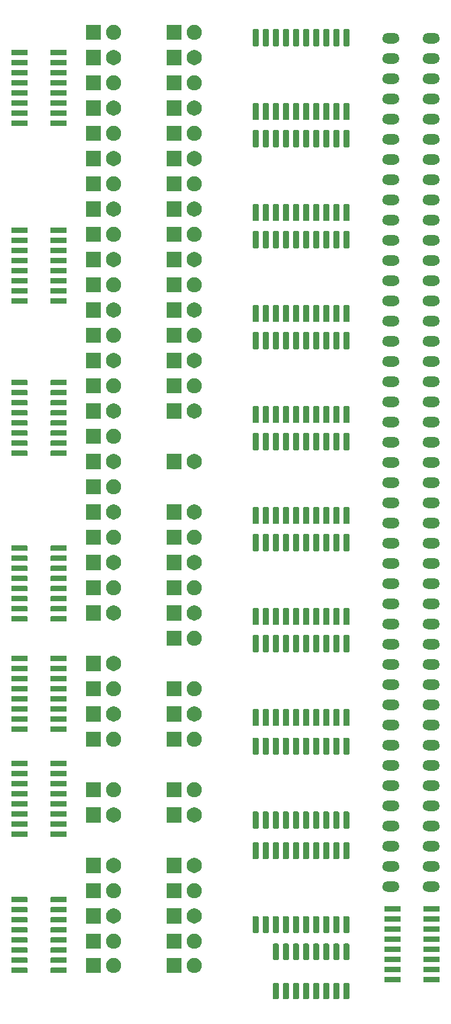
<source format=gts>
G04 #@! TF.GenerationSoftware,KiCad,Pcbnew,(5.1.2-1)-1*
G04 #@! TF.CreationDate,2019-05-31T08:15:57+01:00*
G04 #@! TF.ProjectId,A500 Expansion Blinkenlights,41353030-2045-4787-9061-6e73696f6e20,rev?*
G04 #@! TF.SameCoordinates,Original*
G04 #@! TF.FileFunction,Soldermask,Top*
G04 #@! TF.FilePolarity,Negative*
%FSLAX46Y46*%
G04 Gerber Fmt 4.6, Leading zero omitted, Abs format (unit mm)*
G04 Created by KiCad (PCBNEW (5.1.2-1)-1) date 2019-05-31 08:15:57*
%MOMM*%
%LPD*%
G04 APERTURE LIST*
%ADD10C,0.100000*%
G04 APERTURE END LIST*
D10*
G36*
X171836928Y-151692764D02*
G01*
X171858009Y-151699160D01*
X171877445Y-151709548D01*
X171894476Y-151723524D01*
X171908452Y-151740555D01*
X171918840Y-151759991D01*
X171925236Y-151781072D01*
X171928000Y-151809140D01*
X171928000Y-153622860D01*
X171925236Y-153650928D01*
X171918840Y-153672009D01*
X171908452Y-153691445D01*
X171894476Y-153708476D01*
X171877445Y-153722452D01*
X171858009Y-153732840D01*
X171836928Y-153739236D01*
X171808860Y-153742000D01*
X171345140Y-153742000D01*
X171317072Y-153739236D01*
X171295991Y-153732840D01*
X171276555Y-153722452D01*
X171259524Y-153708476D01*
X171245548Y-153691445D01*
X171235160Y-153672009D01*
X171228764Y-153650928D01*
X171226000Y-153622860D01*
X171226000Y-151809140D01*
X171228764Y-151781072D01*
X171235160Y-151759991D01*
X171245548Y-151740555D01*
X171259524Y-151723524D01*
X171276555Y-151709548D01*
X171295991Y-151699160D01*
X171317072Y-151692764D01*
X171345140Y-151690000D01*
X171808860Y-151690000D01*
X171836928Y-151692764D01*
X171836928Y-151692764D01*
G37*
G36*
X170566928Y-151692764D02*
G01*
X170588009Y-151699160D01*
X170607445Y-151709548D01*
X170624476Y-151723524D01*
X170638452Y-151740555D01*
X170648840Y-151759991D01*
X170655236Y-151781072D01*
X170658000Y-151809140D01*
X170658000Y-153622860D01*
X170655236Y-153650928D01*
X170648840Y-153672009D01*
X170638452Y-153691445D01*
X170624476Y-153708476D01*
X170607445Y-153722452D01*
X170588009Y-153732840D01*
X170566928Y-153739236D01*
X170538860Y-153742000D01*
X170075140Y-153742000D01*
X170047072Y-153739236D01*
X170025991Y-153732840D01*
X170006555Y-153722452D01*
X169989524Y-153708476D01*
X169975548Y-153691445D01*
X169965160Y-153672009D01*
X169958764Y-153650928D01*
X169956000Y-153622860D01*
X169956000Y-151809140D01*
X169958764Y-151781072D01*
X169965160Y-151759991D01*
X169975548Y-151740555D01*
X169989524Y-151723524D01*
X170006555Y-151709548D01*
X170025991Y-151699160D01*
X170047072Y-151692764D01*
X170075140Y-151690000D01*
X170538860Y-151690000D01*
X170566928Y-151692764D01*
X170566928Y-151692764D01*
G37*
G36*
X169296928Y-151692764D02*
G01*
X169318009Y-151699160D01*
X169337445Y-151709548D01*
X169354476Y-151723524D01*
X169368452Y-151740555D01*
X169378840Y-151759991D01*
X169385236Y-151781072D01*
X169388000Y-151809140D01*
X169388000Y-153622860D01*
X169385236Y-153650928D01*
X169378840Y-153672009D01*
X169368452Y-153691445D01*
X169354476Y-153708476D01*
X169337445Y-153722452D01*
X169318009Y-153732840D01*
X169296928Y-153739236D01*
X169268860Y-153742000D01*
X168805140Y-153742000D01*
X168777072Y-153739236D01*
X168755991Y-153732840D01*
X168736555Y-153722452D01*
X168719524Y-153708476D01*
X168705548Y-153691445D01*
X168695160Y-153672009D01*
X168688764Y-153650928D01*
X168686000Y-153622860D01*
X168686000Y-151809140D01*
X168688764Y-151781072D01*
X168695160Y-151759991D01*
X168705548Y-151740555D01*
X168719524Y-151723524D01*
X168736555Y-151709548D01*
X168755991Y-151699160D01*
X168777072Y-151692764D01*
X168805140Y-151690000D01*
X169268860Y-151690000D01*
X169296928Y-151692764D01*
X169296928Y-151692764D01*
G37*
G36*
X168026928Y-151692764D02*
G01*
X168048009Y-151699160D01*
X168067445Y-151709548D01*
X168084476Y-151723524D01*
X168098452Y-151740555D01*
X168108840Y-151759991D01*
X168115236Y-151781072D01*
X168118000Y-151809140D01*
X168118000Y-153622860D01*
X168115236Y-153650928D01*
X168108840Y-153672009D01*
X168098452Y-153691445D01*
X168084476Y-153708476D01*
X168067445Y-153722452D01*
X168048009Y-153732840D01*
X168026928Y-153739236D01*
X167998860Y-153742000D01*
X167535140Y-153742000D01*
X167507072Y-153739236D01*
X167485991Y-153732840D01*
X167466555Y-153722452D01*
X167449524Y-153708476D01*
X167435548Y-153691445D01*
X167425160Y-153672009D01*
X167418764Y-153650928D01*
X167416000Y-153622860D01*
X167416000Y-151809140D01*
X167418764Y-151781072D01*
X167425160Y-151759991D01*
X167435548Y-151740555D01*
X167449524Y-151723524D01*
X167466555Y-151709548D01*
X167485991Y-151699160D01*
X167507072Y-151692764D01*
X167535140Y-151690000D01*
X167998860Y-151690000D01*
X168026928Y-151692764D01*
X168026928Y-151692764D01*
G37*
G36*
X166756928Y-151692764D02*
G01*
X166778009Y-151699160D01*
X166797445Y-151709548D01*
X166814476Y-151723524D01*
X166828452Y-151740555D01*
X166838840Y-151759991D01*
X166845236Y-151781072D01*
X166848000Y-151809140D01*
X166848000Y-153622860D01*
X166845236Y-153650928D01*
X166838840Y-153672009D01*
X166828452Y-153691445D01*
X166814476Y-153708476D01*
X166797445Y-153722452D01*
X166778009Y-153732840D01*
X166756928Y-153739236D01*
X166728860Y-153742000D01*
X166265140Y-153742000D01*
X166237072Y-153739236D01*
X166215991Y-153732840D01*
X166196555Y-153722452D01*
X166179524Y-153708476D01*
X166165548Y-153691445D01*
X166155160Y-153672009D01*
X166148764Y-153650928D01*
X166146000Y-153622860D01*
X166146000Y-151809140D01*
X166148764Y-151781072D01*
X166155160Y-151759991D01*
X166165548Y-151740555D01*
X166179524Y-151723524D01*
X166196555Y-151709548D01*
X166215991Y-151699160D01*
X166237072Y-151692764D01*
X166265140Y-151690000D01*
X166728860Y-151690000D01*
X166756928Y-151692764D01*
X166756928Y-151692764D01*
G37*
G36*
X165486928Y-151692764D02*
G01*
X165508009Y-151699160D01*
X165527445Y-151709548D01*
X165544476Y-151723524D01*
X165558452Y-151740555D01*
X165568840Y-151759991D01*
X165575236Y-151781072D01*
X165578000Y-151809140D01*
X165578000Y-153622860D01*
X165575236Y-153650928D01*
X165568840Y-153672009D01*
X165558452Y-153691445D01*
X165544476Y-153708476D01*
X165527445Y-153722452D01*
X165508009Y-153732840D01*
X165486928Y-153739236D01*
X165458860Y-153742000D01*
X164995140Y-153742000D01*
X164967072Y-153739236D01*
X164945991Y-153732840D01*
X164926555Y-153722452D01*
X164909524Y-153708476D01*
X164895548Y-153691445D01*
X164885160Y-153672009D01*
X164878764Y-153650928D01*
X164876000Y-153622860D01*
X164876000Y-151809140D01*
X164878764Y-151781072D01*
X164885160Y-151759991D01*
X164895548Y-151740555D01*
X164909524Y-151723524D01*
X164926555Y-151709548D01*
X164945991Y-151699160D01*
X164967072Y-151692764D01*
X164995140Y-151690000D01*
X165458860Y-151690000D01*
X165486928Y-151692764D01*
X165486928Y-151692764D01*
G37*
G36*
X164216928Y-151692764D02*
G01*
X164238009Y-151699160D01*
X164257445Y-151709548D01*
X164274476Y-151723524D01*
X164288452Y-151740555D01*
X164298840Y-151759991D01*
X164305236Y-151781072D01*
X164308000Y-151809140D01*
X164308000Y-153622860D01*
X164305236Y-153650928D01*
X164298840Y-153672009D01*
X164288452Y-153691445D01*
X164274476Y-153708476D01*
X164257445Y-153722452D01*
X164238009Y-153732840D01*
X164216928Y-153739236D01*
X164188860Y-153742000D01*
X163725140Y-153742000D01*
X163697072Y-153739236D01*
X163675991Y-153732840D01*
X163656555Y-153722452D01*
X163639524Y-153708476D01*
X163625548Y-153691445D01*
X163615160Y-153672009D01*
X163608764Y-153650928D01*
X163606000Y-153622860D01*
X163606000Y-151809140D01*
X163608764Y-151781072D01*
X163615160Y-151759991D01*
X163625548Y-151740555D01*
X163639524Y-151723524D01*
X163656555Y-151709548D01*
X163675991Y-151699160D01*
X163697072Y-151692764D01*
X163725140Y-151690000D01*
X164188860Y-151690000D01*
X164216928Y-151692764D01*
X164216928Y-151692764D01*
G37*
G36*
X162946928Y-151692764D02*
G01*
X162968009Y-151699160D01*
X162987445Y-151709548D01*
X163004476Y-151723524D01*
X163018452Y-151740555D01*
X163028840Y-151759991D01*
X163035236Y-151781072D01*
X163038000Y-151809140D01*
X163038000Y-153622860D01*
X163035236Y-153650928D01*
X163028840Y-153672009D01*
X163018452Y-153691445D01*
X163004476Y-153708476D01*
X162987445Y-153722452D01*
X162968009Y-153732840D01*
X162946928Y-153739236D01*
X162918860Y-153742000D01*
X162455140Y-153742000D01*
X162427072Y-153739236D01*
X162405991Y-153732840D01*
X162386555Y-153722452D01*
X162369524Y-153708476D01*
X162355548Y-153691445D01*
X162345160Y-153672009D01*
X162338764Y-153650928D01*
X162336000Y-153622860D01*
X162336000Y-151809140D01*
X162338764Y-151781072D01*
X162345160Y-151759991D01*
X162355548Y-151740555D01*
X162369524Y-151723524D01*
X162386555Y-151709548D01*
X162405991Y-151699160D01*
X162427072Y-151692764D01*
X162455140Y-151690000D01*
X162918860Y-151690000D01*
X162946928Y-151692764D01*
X162946928Y-151692764D01*
G37*
G36*
X178291928Y-150908764D02*
G01*
X178313009Y-150915160D01*
X178332445Y-150925548D01*
X178349476Y-150939524D01*
X178363452Y-150956555D01*
X178373840Y-150975991D01*
X178380236Y-150997072D01*
X178383000Y-151025140D01*
X178383000Y-151488860D01*
X178380236Y-151516928D01*
X178373840Y-151538009D01*
X178363452Y-151557445D01*
X178349476Y-151574476D01*
X178332445Y-151588452D01*
X178313009Y-151598840D01*
X178291928Y-151605236D01*
X178263860Y-151608000D01*
X176450140Y-151608000D01*
X176422072Y-151605236D01*
X176400991Y-151598840D01*
X176381555Y-151588452D01*
X176364524Y-151574476D01*
X176350548Y-151557445D01*
X176340160Y-151538009D01*
X176333764Y-151516928D01*
X176331000Y-151488860D01*
X176331000Y-151025140D01*
X176333764Y-150997072D01*
X176340160Y-150975991D01*
X176350548Y-150956555D01*
X176364524Y-150939524D01*
X176381555Y-150925548D01*
X176400991Y-150915160D01*
X176422072Y-150908764D01*
X176450140Y-150906000D01*
X178263860Y-150906000D01*
X178291928Y-150908764D01*
X178291928Y-150908764D01*
G37*
G36*
X183241928Y-150908764D02*
G01*
X183263009Y-150915160D01*
X183282445Y-150925548D01*
X183299476Y-150939524D01*
X183313452Y-150956555D01*
X183323840Y-150975991D01*
X183330236Y-150997072D01*
X183333000Y-151025140D01*
X183333000Y-151488860D01*
X183330236Y-151516928D01*
X183323840Y-151538009D01*
X183313452Y-151557445D01*
X183299476Y-151574476D01*
X183282445Y-151588452D01*
X183263009Y-151598840D01*
X183241928Y-151605236D01*
X183213860Y-151608000D01*
X181400140Y-151608000D01*
X181372072Y-151605236D01*
X181350991Y-151598840D01*
X181331555Y-151588452D01*
X181314524Y-151574476D01*
X181300548Y-151557445D01*
X181290160Y-151538009D01*
X181283764Y-151516928D01*
X181281000Y-151488860D01*
X181281000Y-151025140D01*
X181283764Y-150997072D01*
X181290160Y-150975991D01*
X181300548Y-150956555D01*
X181314524Y-150939524D01*
X181331555Y-150925548D01*
X181350991Y-150915160D01*
X181372072Y-150908764D01*
X181400140Y-150906000D01*
X183213860Y-150906000D01*
X183241928Y-150908764D01*
X183241928Y-150908764D01*
G37*
G36*
X131301928Y-149765764D02*
G01*
X131323009Y-149772160D01*
X131342445Y-149782548D01*
X131359476Y-149796524D01*
X131373452Y-149813555D01*
X131383840Y-149832991D01*
X131390236Y-149854072D01*
X131393000Y-149882140D01*
X131393000Y-150345860D01*
X131390236Y-150373928D01*
X131383840Y-150395009D01*
X131373452Y-150414445D01*
X131359476Y-150431476D01*
X131342445Y-150445452D01*
X131323009Y-150455840D01*
X131301928Y-150462236D01*
X131273860Y-150465000D01*
X129460140Y-150465000D01*
X129432072Y-150462236D01*
X129410991Y-150455840D01*
X129391555Y-150445452D01*
X129374524Y-150431476D01*
X129360548Y-150414445D01*
X129350160Y-150395009D01*
X129343764Y-150373928D01*
X129341000Y-150345860D01*
X129341000Y-149882140D01*
X129343764Y-149854072D01*
X129350160Y-149832991D01*
X129360548Y-149813555D01*
X129374524Y-149796524D01*
X129391555Y-149782548D01*
X129410991Y-149772160D01*
X129432072Y-149765764D01*
X129460140Y-149763000D01*
X131273860Y-149763000D01*
X131301928Y-149765764D01*
X131301928Y-149765764D01*
G37*
G36*
X136251928Y-149765764D02*
G01*
X136273009Y-149772160D01*
X136292445Y-149782548D01*
X136309476Y-149796524D01*
X136323452Y-149813555D01*
X136333840Y-149832991D01*
X136340236Y-149854072D01*
X136343000Y-149882140D01*
X136343000Y-150345860D01*
X136340236Y-150373928D01*
X136333840Y-150395009D01*
X136323452Y-150414445D01*
X136309476Y-150431476D01*
X136292445Y-150445452D01*
X136273009Y-150455840D01*
X136251928Y-150462236D01*
X136223860Y-150465000D01*
X134410140Y-150465000D01*
X134382072Y-150462236D01*
X134360991Y-150455840D01*
X134341555Y-150445452D01*
X134324524Y-150431476D01*
X134310548Y-150414445D01*
X134300160Y-150395009D01*
X134293764Y-150373928D01*
X134291000Y-150345860D01*
X134291000Y-149882140D01*
X134293764Y-149854072D01*
X134300160Y-149832991D01*
X134310548Y-149813555D01*
X134324524Y-149796524D01*
X134341555Y-149782548D01*
X134360991Y-149772160D01*
X134382072Y-149765764D01*
X134410140Y-149763000D01*
X136223860Y-149763000D01*
X136251928Y-149765764D01*
X136251928Y-149765764D01*
G37*
G36*
X152677395Y-148564546D02*
G01*
X152850466Y-148636234D01*
X152921445Y-148683661D01*
X153006227Y-148740310D01*
X153138690Y-148872773D01*
X153138691Y-148872775D01*
X153242766Y-149028534D01*
X153314454Y-149201605D01*
X153351000Y-149385333D01*
X153351000Y-149572667D01*
X153314454Y-149756395D01*
X153242766Y-149929466D01*
X153191081Y-150006818D01*
X153138690Y-150085227D01*
X153006227Y-150217690D01*
X152988311Y-150229661D01*
X152850466Y-150321766D01*
X152677395Y-150393454D01*
X152493667Y-150430000D01*
X152306333Y-150430000D01*
X152122605Y-150393454D01*
X151949534Y-150321766D01*
X151811689Y-150229661D01*
X151793773Y-150217690D01*
X151661310Y-150085227D01*
X151608919Y-150006818D01*
X151557234Y-149929466D01*
X151485546Y-149756395D01*
X151449000Y-149572667D01*
X151449000Y-149385333D01*
X151485546Y-149201605D01*
X151557234Y-149028534D01*
X151661309Y-148872775D01*
X151661310Y-148872773D01*
X151793773Y-148740310D01*
X151878555Y-148683661D01*
X151949534Y-148636234D01*
X152122605Y-148564546D01*
X152306333Y-148528000D01*
X152493667Y-148528000D01*
X152677395Y-148564546D01*
X152677395Y-148564546D01*
G37*
G36*
X150811000Y-150430000D02*
G01*
X148909000Y-150430000D01*
X148909000Y-148528000D01*
X150811000Y-148528000D01*
X150811000Y-150430000D01*
X150811000Y-150430000D01*
G37*
G36*
X142517395Y-148564546D02*
G01*
X142690466Y-148636234D01*
X142761445Y-148683661D01*
X142846227Y-148740310D01*
X142978690Y-148872773D01*
X142978691Y-148872775D01*
X143082766Y-149028534D01*
X143154454Y-149201605D01*
X143191000Y-149385333D01*
X143191000Y-149572667D01*
X143154454Y-149756395D01*
X143082766Y-149929466D01*
X143031081Y-150006818D01*
X142978690Y-150085227D01*
X142846227Y-150217690D01*
X142828311Y-150229661D01*
X142690466Y-150321766D01*
X142517395Y-150393454D01*
X142333667Y-150430000D01*
X142146333Y-150430000D01*
X141962605Y-150393454D01*
X141789534Y-150321766D01*
X141651689Y-150229661D01*
X141633773Y-150217690D01*
X141501310Y-150085227D01*
X141448919Y-150006818D01*
X141397234Y-149929466D01*
X141325546Y-149756395D01*
X141289000Y-149572667D01*
X141289000Y-149385333D01*
X141325546Y-149201605D01*
X141397234Y-149028534D01*
X141501309Y-148872775D01*
X141501310Y-148872773D01*
X141633773Y-148740310D01*
X141718555Y-148683661D01*
X141789534Y-148636234D01*
X141962605Y-148564546D01*
X142146333Y-148528000D01*
X142333667Y-148528000D01*
X142517395Y-148564546D01*
X142517395Y-148564546D01*
G37*
G36*
X140651000Y-150430000D02*
G01*
X138749000Y-150430000D01*
X138749000Y-148528000D01*
X140651000Y-148528000D01*
X140651000Y-150430000D01*
X140651000Y-150430000D01*
G37*
G36*
X178291928Y-149638764D02*
G01*
X178313009Y-149645160D01*
X178332445Y-149655548D01*
X178349476Y-149669524D01*
X178363452Y-149686555D01*
X178373840Y-149705991D01*
X178380236Y-149727072D01*
X178383000Y-149755140D01*
X178383000Y-150218860D01*
X178380236Y-150246928D01*
X178373840Y-150268009D01*
X178363452Y-150287445D01*
X178349476Y-150304476D01*
X178332445Y-150318452D01*
X178313009Y-150328840D01*
X178291928Y-150335236D01*
X178263860Y-150338000D01*
X176450140Y-150338000D01*
X176422072Y-150335236D01*
X176400991Y-150328840D01*
X176381555Y-150318452D01*
X176364524Y-150304476D01*
X176350548Y-150287445D01*
X176340160Y-150268009D01*
X176333764Y-150246928D01*
X176331000Y-150218860D01*
X176331000Y-149755140D01*
X176333764Y-149727072D01*
X176340160Y-149705991D01*
X176350548Y-149686555D01*
X176364524Y-149669524D01*
X176381555Y-149655548D01*
X176400991Y-149645160D01*
X176422072Y-149638764D01*
X176450140Y-149636000D01*
X178263860Y-149636000D01*
X178291928Y-149638764D01*
X178291928Y-149638764D01*
G37*
G36*
X183241928Y-149638764D02*
G01*
X183263009Y-149645160D01*
X183282445Y-149655548D01*
X183299476Y-149669524D01*
X183313452Y-149686555D01*
X183323840Y-149705991D01*
X183330236Y-149727072D01*
X183333000Y-149755140D01*
X183333000Y-150218860D01*
X183330236Y-150246928D01*
X183323840Y-150268009D01*
X183313452Y-150287445D01*
X183299476Y-150304476D01*
X183282445Y-150318452D01*
X183263009Y-150328840D01*
X183241928Y-150335236D01*
X183213860Y-150338000D01*
X181400140Y-150338000D01*
X181372072Y-150335236D01*
X181350991Y-150328840D01*
X181331555Y-150318452D01*
X181314524Y-150304476D01*
X181300548Y-150287445D01*
X181290160Y-150268009D01*
X181283764Y-150246928D01*
X181281000Y-150218860D01*
X181281000Y-149755140D01*
X181283764Y-149727072D01*
X181290160Y-149705991D01*
X181300548Y-149686555D01*
X181314524Y-149669524D01*
X181331555Y-149655548D01*
X181350991Y-149645160D01*
X181372072Y-149638764D01*
X181400140Y-149636000D01*
X183213860Y-149636000D01*
X183241928Y-149638764D01*
X183241928Y-149638764D01*
G37*
G36*
X136251928Y-148495764D02*
G01*
X136273009Y-148502160D01*
X136292445Y-148512548D01*
X136309476Y-148526524D01*
X136323452Y-148543555D01*
X136333840Y-148562991D01*
X136340236Y-148584072D01*
X136343000Y-148612140D01*
X136343000Y-149075860D01*
X136340236Y-149103928D01*
X136333840Y-149125009D01*
X136323452Y-149144445D01*
X136309476Y-149161476D01*
X136292445Y-149175452D01*
X136273009Y-149185840D01*
X136251928Y-149192236D01*
X136223860Y-149195000D01*
X134410140Y-149195000D01*
X134382072Y-149192236D01*
X134360991Y-149185840D01*
X134341555Y-149175452D01*
X134324524Y-149161476D01*
X134310548Y-149144445D01*
X134300160Y-149125009D01*
X134293764Y-149103928D01*
X134291000Y-149075860D01*
X134291000Y-148612140D01*
X134293764Y-148584072D01*
X134300160Y-148562991D01*
X134310548Y-148543555D01*
X134324524Y-148526524D01*
X134341555Y-148512548D01*
X134360991Y-148502160D01*
X134382072Y-148495764D01*
X134410140Y-148493000D01*
X136223860Y-148493000D01*
X136251928Y-148495764D01*
X136251928Y-148495764D01*
G37*
G36*
X131301928Y-148495764D02*
G01*
X131323009Y-148502160D01*
X131342445Y-148512548D01*
X131359476Y-148526524D01*
X131373452Y-148543555D01*
X131383840Y-148562991D01*
X131390236Y-148584072D01*
X131393000Y-148612140D01*
X131393000Y-149075860D01*
X131390236Y-149103928D01*
X131383840Y-149125009D01*
X131373452Y-149144445D01*
X131359476Y-149161476D01*
X131342445Y-149175452D01*
X131323009Y-149185840D01*
X131301928Y-149192236D01*
X131273860Y-149195000D01*
X129460140Y-149195000D01*
X129432072Y-149192236D01*
X129410991Y-149185840D01*
X129391555Y-149175452D01*
X129374524Y-149161476D01*
X129360548Y-149144445D01*
X129350160Y-149125009D01*
X129343764Y-149103928D01*
X129341000Y-149075860D01*
X129341000Y-148612140D01*
X129343764Y-148584072D01*
X129350160Y-148562991D01*
X129360548Y-148543555D01*
X129374524Y-148526524D01*
X129391555Y-148512548D01*
X129410991Y-148502160D01*
X129432072Y-148495764D01*
X129460140Y-148493000D01*
X131273860Y-148493000D01*
X131301928Y-148495764D01*
X131301928Y-148495764D01*
G37*
G36*
X178291928Y-148368764D02*
G01*
X178313009Y-148375160D01*
X178332445Y-148385548D01*
X178349476Y-148399524D01*
X178363452Y-148416555D01*
X178373840Y-148435991D01*
X178380236Y-148457072D01*
X178383000Y-148485140D01*
X178383000Y-148948860D01*
X178380236Y-148976928D01*
X178373840Y-148998009D01*
X178363452Y-149017445D01*
X178349476Y-149034476D01*
X178332445Y-149048452D01*
X178313009Y-149058840D01*
X178291928Y-149065236D01*
X178263860Y-149068000D01*
X176450140Y-149068000D01*
X176422072Y-149065236D01*
X176400991Y-149058840D01*
X176381555Y-149048452D01*
X176364524Y-149034476D01*
X176350548Y-149017445D01*
X176340160Y-148998009D01*
X176333764Y-148976928D01*
X176331000Y-148948860D01*
X176331000Y-148485140D01*
X176333764Y-148457072D01*
X176340160Y-148435991D01*
X176350548Y-148416555D01*
X176364524Y-148399524D01*
X176381555Y-148385548D01*
X176400991Y-148375160D01*
X176422072Y-148368764D01*
X176450140Y-148366000D01*
X178263860Y-148366000D01*
X178291928Y-148368764D01*
X178291928Y-148368764D01*
G37*
G36*
X183241928Y-148368764D02*
G01*
X183263009Y-148375160D01*
X183282445Y-148385548D01*
X183299476Y-148399524D01*
X183313452Y-148416555D01*
X183323840Y-148435991D01*
X183330236Y-148457072D01*
X183333000Y-148485140D01*
X183333000Y-148948860D01*
X183330236Y-148976928D01*
X183323840Y-148998009D01*
X183313452Y-149017445D01*
X183299476Y-149034476D01*
X183282445Y-149048452D01*
X183263009Y-149058840D01*
X183241928Y-149065236D01*
X183213860Y-149068000D01*
X181400140Y-149068000D01*
X181372072Y-149065236D01*
X181350991Y-149058840D01*
X181331555Y-149048452D01*
X181314524Y-149034476D01*
X181300548Y-149017445D01*
X181290160Y-148998009D01*
X181283764Y-148976928D01*
X181281000Y-148948860D01*
X181281000Y-148485140D01*
X181283764Y-148457072D01*
X181290160Y-148435991D01*
X181300548Y-148416555D01*
X181314524Y-148399524D01*
X181331555Y-148385548D01*
X181350991Y-148375160D01*
X181372072Y-148368764D01*
X181400140Y-148366000D01*
X183213860Y-148366000D01*
X183241928Y-148368764D01*
X183241928Y-148368764D01*
G37*
G36*
X170566928Y-146742764D02*
G01*
X170588009Y-146749160D01*
X170607445Y-146759548D01*
X170624476Y-146773524D01*
X170638452Y-146790555D01*
X170648840Y-146809991D01*
X170655236Y-146831072D01*
X170658000Y-146859140D01*
X170658000Y-148672860D01*
X170655236Y-148700928D01*
X170648840Y-148722009D01*
X170638452Y-148741445D01*
X170624476Y-148758476D01*
X170607445Y-148772452D01*
X170588009Y-148782840D01*
X170566928Y-148789236D01*
X170538860Y-148792000D01*
X170075140Y-148792000D01*
X170047072Y-148789236D01*
X170025991Y-148782840D01*
X170006555Y-148772452D01*
X169989524Y-148758476D01*
X169975548Y-148741445D01*
X169965160Y-148722009D01*
X169958764Y-148700928D01*
X169956000Y-148672860D01*
X169956000Y-146859140D01*
X169958764Y-146831072D01*
X169965160Y-146809991D01*
X169975548Y-146790555D01*
X169989524Y-146773524D01*
X170006555Y-146759548D01*
X170025991Y-146749160D01*
X170047072Y-146742764D01*
X170075140Y-146740000D01*
X170538860Y-146740000D01*
X170566928Y-146742764D01*
X170566928Y-146742764D01*
G37*
G36*
X169296928Y-146742764D02*
G01*
X169318009Y-146749160D01*
X169337445Y-146759548D01*
X169354476Y-146773524D01*
X169368452Y-146790555D01*
X169378840Y-146809991D01*
X169385236Y-146831072D01*
X169388000Y-146859140D01*
X169388000Y-148672860D01*
X169385236Y-148700928D01*
X169378840Y-148722009D01*
X169368452Y-148741445D01*
X169354476Y-148758476D01*
X169337445Y-148772452D01*
X169318009Y-148782840D01*
X169296928Y-148789236D01*
X169268860Y-148792000D01*
X168805140Y-148792000D01*
X168777072Y-148789236D01*
X168755991Y-148782840D01*
X168736555Y-148772452D01*
X168719524Y-148758476D01*
X168705548Y-148741445D01*
X168695160Y-148722009D01*
X168688764Y-148700928D01*
X168686000Y-148672860D01*
X168686000Y-146859140D01*
X168688764Y-146831072D01*
X168695160Y-146809991D01*
X168705548Y-146790555D01*
X168719524Y-146773524D01*
X168736555Y-146759548D01*
X168755991Y-146749160D01*
X168777072Y-146742764D01*
X168805140Y-146740000D01*
X169268860Y-146740000D01*
X169296928Y-146742764D01*
X169296928Y-146742764D01*
G37*
G36*
X162946928Y-146742764D02*
G01*
X162968009Y-146749160D01*
X162987445Y-146759548D01*
X163004476Y-146773524D01*
X163018452Y-146790555D01*
X163028840Y-146809991D01*
X163035236Y-146831072D01*
X163038000Y-146859140D01*
X163038000Y-148672860D01*
X163035236Y-148700928D01*
X163028840Y-148722009D01*
X163018452Y-148741445D01*
X163004476Y-148758476D01*
X162987445Y-148772452D01*
X162968009Y-148782840D01*
X162946928Y-148789236D01*
X162918860Y-148792000D01*
X162455140Y-148792000D01*
X162427072Y-148789236D01*
X162405991Y-148782840D01*
X162386555Y-148772452D01*
X162369524Y-148758476D01*
X162355548Y-148741445D01*
X162345160Y-148722009D01*
X162338764Y-148700928D01*
X162336000Y-148672860D01*
X162336000Y-146859140D01*
X162338764Y-146831072D01*
X162345160Y-146809991D01*
X162355548Y-146790555D01*
X162369524Y-146773524D01*
X162386555Y-146759548D01*
X162405991Y-146749160D01*
X162427072Y-146742764D01*
X162455140Y-146740000D01*
X162918860Y-146740000D01*
X162946928Y-146742764D01*
X162946928Y-146742764D01*
G37*
G36*
X164216928Y-146742764D02*
G01*
X164238009Y-146749160D01*
X164257445Y-146759548D01*
X164274476Y-146773524D01*
X164288452Y-146790555D01*
X164298840Y-146809991D01*
X164305236Y-146831072D01*
X164308000Y-146859140D01*
X164308000Y-148672860D01*
X164305236Y-148700928D01*
X164298840Y-148722009D01*
X164288452Y-148741445D01*
X164274476Y-148758476D01*
X164257445Y-148772452D01*
X164238009Y-148782840D01*
X164216928Y-148789236D01*
X164188860Y-148792000D01*
X163725140Y-148792000D01*
X163697072Y-148789236D01*
X163675991Y-148782840D01*
X163656555Y-148772452D01*
X163639524Y-148758476D01*
X163625548Y-148741445D01*
X163615160Y-148722009D01*
X163608764Y-148700928D01*
X163606000Y-148672860D01*
X163606000Y-146859140D01*
X163608764Y-146831072D01*
X163615160Y-146809991D01*
X163625548Y-146790555D01*
X163639524Y-146773524D01*
X163656555Y-146759548D01*
X163675991Y-146749160D01*
X163697072Y-146742764D01*
X163725140Y-146740000D01*
X164188860Y-146740000D01*
X164216928Y-146742764D01*
X164216928Y-146742764D01*
G37*
G36*
X168026928Y-146742764D02*
G01*
X168048009Y-146749160D01*
X168067445Y-146759548D01*
X168084476Y-146773524D01*
X168098452Y-146790555D01*
X168108840Y-146809991D01*
X168115236Y-146831072D01*
X168118000Y-146859140D01*
X168118000Y-148672860D01*
X168115236Y-148700928D01*
X168108840Y-148722009D01*
X168098452Y-148741445D01*
X168084476Y-148758476D01*
X168067445Y-148772452D01*
X168048009Y-148782840D01*
X168026928Y-148789236D01*
X167998860Y-148792000D01*
X167535140Y-148792000D01*
X167507072Y-148789236D01*
X167485991Y-148782840D01*
X167466555Y-148772452D01*
X167449524Y-148758476D01*
X167435548Y-148741445D01*
X167425160Y-148722009D01*
X167418764Y-148700928D01*
X167416000Y-148672860D01*
X167416000Y-146859140D01*
X167418764Y-146831072D01*
X167425160Y-146809991D01*
X167435548Y-146790555D01*
X167449524Y-146773524D01*
X167466555Y-146759548D01*
X167485991Y-146749160D01*
X167507072Y-146742764D01*
X167535140Y-146740000D01*
X167998860Y-146740000D01*
X168026928Y-146742764D01*
X168026928Y-146742764D01*
G37*
G36*
X171836928Y-146742764D02*
G01*
X171858009Y-146749160D01*
X171877445Y-146759548D01*
X171894476Y-146773524D01*
X171908452Y-146790555D01*
X171918840Y-146809991D01*
X171925236Y-146831072D01*
X171928000Y-146859140D01*
X171928000Y-148672860D01*
X171925236Y-148700928D01*
X171918840Y-148722009D01*
X171908452Y-148741445D01*
X171894476Y-148758476D01*
X171877445Y-148772452D01*
X171858009Y-148782840D01*
X171836928Y-148789236D01*
X171808860Y-148792000D01*
X171345140Y-148792000D01*
X171317072Y-148789236D01*
X171295991Y-148782840D01*
X171276555Y-148772452D01*
X171259524Y-148758476D01*
X171245548Y-148741445D01*
X171235160Y-148722009D01*
X171228764Y-148700928D01*
X171226000Y-148672860D01*
X171226000Y-146859140D01*
X171228764Y-146831072D01*
X171235160Y-146809991D01*
X171245548Y-146790555D01*
X171259524Y-146773524D01*
X171276555Y-146759548D01*
X171295991Y-146749160D01*
X171317072Y-146742764D01*
X171345140Y-146740000D01*
X171808860Y-146740000D01*
X171836928Y-146742764D01*
X171836928Y-146742764D01*
G37*
G36*
X166756928Y-146742764D02*
G01*
X166778009Y-146749160D01*
X166797445Y-146759548D01*
X166814476Y-146773524D01*
X166828452Y-146790555D01*
X166838840Y-146809991D01*
X166845236Y-146831072D01*
X166848000Y-146859140D01*
X166848000Y-148672860D01*
X166845236Y-148700928D01*
X166838840Y-148722009D01*
X166828452Y-148741445D01*
X166814476Y-148758476D01*
X166797445Y-148772452D01*
X166778009Y-148782840D01*
X166756928Y-148789236D01*
X166728860Y-148792000D01*
X166265140Y-148792000D01*
X166237072Y-148789236D01*
X166215991Y-148782840D01*
X166196555Y-148772452D01*
X166179524Y-148758476D01*
X166165548Y-148741445D01*
X166155160Y-148722009D01*
X166148764Y-148700928D01*
X166146000Y-148672860D01*
X166146000Y-146859140D01*
X166148764Y-146831072D01*
X166155160Y-146809991D01*
X166165548Y-146790555D01*
X166179524Y-146773524D01*
X166196555Y-146759548D01*
X166215991Y-146749160D01*
X166237072Y-146742764D01*
X166265140Y-146740000D01*
X166728860Y-146740000D01*
X166756928Y-146742764D01*
X166756928Y-146742764D01*
G37*
G36*
X165486928Y-146742764D02*
G01*
X165508009Y-146749160D01*
X165527445Y-146759548D01*
X165544476Y-146773524D01*
X165558452Y-146790555D01*
X165568840Y-146809991D01*
X165575236Y-146831072D01*
X165578000Y-146859140D01*
X165578000Y-148672860D01*
X165575236Y-148700928D01*
X165568840Y-148722009D01*
X165558452Y-148741445D01*
X165544476Y-148758476D01*
X165527445Y-148772452D01*
X165508009Y-148782840D01*
X165486928Y-148789236D01*
X165458860Y-148792000D01*
X164995140Y-148792000D01*
X164967072Y-148789236D01*
X164945991Y-148782840D01*
X164926555Y-148772452D01*
X164909524Y-148758476D01*
X164895548Y-148741445D01*
X164885160Y-148722009D01*
X164878764Y-148700928D01*
X164876000Y-148672860D01*
X164876000Y-146859140D01*
X164878764Y-146831072D01*
X164885160Y-146809991D01*
X164895548Y-146790555D01*
X164909524Y-146773524D01*
X164926555Y-146759548D01*
X164945991Y-146749160D01*
X164967072Y-146742764D01*
X164995140Y-146740000D01*
X165458860Y-146740000D01*
X165486928Y-146742764D01*
X165486928Y-146742764D01*
G37*
G36*
X131301928Y-147225764D02*
G01*
X131323009Y-147232160D01*
X131342445Y-147242548D01*
X131359476Y-147256524D01*
X131373452Y-147273555D01*
X131383840Y-147292991D01*
X131390236Y-147314072D01*
X131393000Y-147342140D01*
X131393000Y-147805860D01*
X131390236Y-147833928D01*
X131383840Y-147855009D01*
X131373452Y-147874445D01*
X131359476Y-147891476D01*
X131342445Y-147905452D01*
X131323009Y-147915840D01*
X131301928Y-147922236D01*
X131273860Y-147925000D01*
X129460140Y-147925000D01*
X129432072Y-147922236D01*
X129410991Y-147915840D01*
X129391555Y-147905452D01*
X129374524Y-147891476D01*
X129360548Y-147874445D01*
X129350160Y-147855009D01*
X129343764Y-147833928D01*
X129341000Y-147805860D01*
X129341000Y-147342140D01*
X129343764Y-147314072D01*
X129350160Y-147292991D01*
X129360548Y-147273555D01*
X129374524Y-147256524D01*
X129391555Y-147242548D01*
X129410991Y-147232160D01*
X129432072Y-147225764D01*
X129460140Y-147223000D01*
X131273860Y-147223000D01*
X131301928Y-147225764D01*
X131301928Y-147225764D01*
G37*
G36*
X136251928Y-147225764D02*
G01*
X136273009Y-147232160D01*
X136292445Y-147242548D01*
X136309476Y-147256524D01*
X136323452Y-147273555D01*
X136333840Y-147292991D01*
X136340236Y-147314072D01*
X136343000Y-147342140D01*
X136343000Y-147805860D01*
X136340236Y-147833928D01*
X136333840Y-147855009D01*
X136323452Y-147874445D01*
X136309476Y-147891476D01*
X136292445Y-147905452D01*
X136273009Y-147915840D01*
X136251928Y-147922236D01*
X136223860Y-147925000D01*
X134410140Y-147925000D01*
X134382072Y-147922236D01*
X134360991Y-147915840D01*
X134341555Y-147905452D01*
X134324524Y-147891476D01*
X134310548Y-147874445D01*
X134300160Y-147855009D01*
X134293764Y-147833928D01*
X134291000Y-147805860D01*
X134291000Y-147342140D01*
X134293764Y-147314072D01*
X134300160Y-147292991D01*
X134310548Y-147273555D01*
X134324524Y-147256524D01*
X134341555Y-147242548D01*
X134360991Y-147232160D01*
X134382072Y-147225764D01*
X134410140Y-147223000D01*
X136223860Y-147223000D01*
X136251928Y-147225764D01*
X136251928Y-147225764D01*
G37*
G36*
X178291928Y-147098764D02*
G01*
X178313009Y-147105160D01*
X178332445Y-147115548D01*
X178349476Y-147129524D01*
X178363452Y-147146555D01*
X178373840Y-147165991D01*
X178380236Y-147187072D01*
X178383000Y-147215140D01*
X178383000Y-147678860D01*
X178380236Y-147706928D01*
X178373840Y-147728009D01*
X178363452Y-147747445D01*
X178349476Y-147764476D01*
X178332445Y-147778452D01*
X178313009Y-147788840D01*
X178291928Y-147795236D01*
X178263860Y-147798000D01*
X176450140Y-147798000D01*
X176422072Y-147795236D01*
X176400991Y-147788840D01*
X176381555Y-147778452D01*
X176364524Y-147764476D01*
X176350548Y-147747445D01*
X176340160Y-147728009D01*
X176333764Y-147706928D01*
X176331000Y-147678860D01*
X176331000Y-147215140D01*
X176333764Y-147187072D01*
X176340160Y-147165991D01*
X176350548Y-147146555D01*
X176364524Y-147129524D01*
X176381555Y-147115548D01*
X176400991Y-147105160D01*
X176422072Y-147098764D01*
X176450140Y-147096000D01*
X178263860Y-147096000D01*
X178291928Y-147098764D01*
X178291928Y-147098764D01*
G37*
G36*
X183241928Y-147098764D02*
G01*
X183263009Y-147105160D01*
X183282445Y-147115548D01*
X183299476Y-147129524D01*
X183313452Y-147146555D01*
X183323840Y-147165991D01*
X183330236Y-147187072D01*
X183333000Y-147215140D01*
X183333000Y-147678860D01*
X183330236Y-147706928D01*
X183323840Y-147728009D01*
X183313452Y-147747445D01*
X183299476Y-147764476D01*
X183282445Y-147778452D01*
X183263009Y-147788840D01*
X183241928Y-147795236D01*
X183213860Y-147798000D01*
X181400140Y-147798000D01*
X181372072Y-147795236D01*
X181350991Y-147788840D01*
X181331555Y-147778452D01*
X181314524Y-147764476D01*
X181300548Y-147747445D01*
X181290160Y-147728009D01*
X181283764Y-147706928D01*
X181281000Y-147678860D01*
X181281000Y-147215140D01*
X181283764Y-147187072D01*
X181290160Y-147165991D01*
X181300548Y-147146555D01*
X181314524Y-147129524D01*
X181331555Y-147115548D01*
X181350991Y-147105160D01*
X181372072Y-147098764D01*
X181400140Y-147096000D01*
X183213860Y-147096000D01*
X183241928Y-147098764D01*
X183241928Y-147098764D01*
G37*
G36*
X150811000Y-147382000D02*
G01*
X148909000Y-147382000D01*
X148909000Y-145480000D01*
X150811000Y-145480000D01*
X150811000Y-147382000D01*
X150811000Y-147382000D01*
G37*
G36*
X152677395Y-145516546D02*
G01*
X152850466Y-145588234D01*
X152850467Y-145588235D01*
X153006227Y-145692310D01*
X153138690Y-145824773D01*
X153141763Y-145829372D01*
X153242766Y-145980534D01*
X153314454Y-146153605D01*
X153351000Y-146337333D01*
X153351000Y-146524667D01*
X153314454Y-146708395D01*
X153242766Y-146881466D01*
X153242765Y-146881467D01*
X153138690Y-147037227D01*
X153006227Y-147169690D01*
X152999781Y-147173997D01*
X152850466Y-147273766D01*
X152677395Y-147345454D01*
X152493667Y-147382000D01*
X152306333Y-147382000D01*
X152122605Y-147345454D01*
X151949534Y-147273766D01*
X151800219Y-147173997D01*
X151793773Y-147169690D01*
X151661310Y-147037227D01*
X151557235Y-146881467D01*
X151557234Y-146881466D01*
X151485546Y-146708395D01*
X151449000Y-146524667D01*
X151449000Y-146337333D01*
X151485546Y-146153605D01*
X151557234Y-145980534D01*
X151658237Y-145829372D01*
X151661310Y-145824773D01*
X151793773Y-145692310D01*
X151949533Y-145588235D01*
X151949534Y-145588234D01*
X152122605Y-145516546D01*
X152306333Y-145480000D01*
X152493667Y-145480000D01*
X152677395Y-145516546D01*
X152677395Y-145516546D01*
G37*
G36*
X140651000Y-147382000D02*
G01*
X138749000Y-147382000D01*
X138749000Y-145480000D01*
X140651000Y-145480000D01*
X140651000Y-147382000D01*
X140651000Y-147382000D01*
G37*
G36*
X142517395Y-145516546D02*
G01*
X142690466Y-145588234D01*
X142690467Y-145588235D01*
X142846227Y-145692310D01*
X142978690Y-145824773D01*
X142981763Y-145829372D01*
X143082766Y-145980534D01*
X143154454Y-146153605D01*
X143191000Y-146337333D01*
X143191000Y-146524667D01*
X143154454Y-146708395D01*
X143082766Y-146881466D01*
X143082765Y-146881467D01*
X142978690Y-147037227D01*
X142846227Y-147169690D01*
X142839781Y-147173997D01*
X142690466Y-147273766D01*
X142517395Y-147345454D01*
X142333667Y-147382000D01*
X142146333Y-147382000D01*
X141962605Y-147345454D01*
X141789534Y-147273766D01*
X141640219Y-147173997D01*
X141633773Y-147169690D01*
X141501310Y-147037227D01*
X141397235Y-146881467D01*
X141397234Y-146881466D01*
X141325546Y-146708395D01*
X141289000Y-146524667D01*
X141289000Y-146337333D01*
X141325546Y-146153605D01*
X141397234Y-145980534D01*
X141498237Y-145829372D01*
X141501310Y-145824773D01*
X141633773Y-145692310D01*
X141789533Y-145588235D01*
X141789534Y-145588234D01*
X141962605Y-145516546D01*
X142146333Y-145480000D01*
X142333667Y-145480000D01*
X142517395Y-145516546D01*
X142517395Y-145516546D01*
G37*
G36*
X136251928Y-145955764D02*
G01*
X136273009Y-145962160D01*
X136292445Y-145972548D01*
X136309476Y-145986524D01*
X136323452Y-146003555D01*
X136333840Y-146022991D01*
X136340236Y-146044072D01*
X136343000Y-146072140D01*
X136343000Y-146535860D01*
X136340236Y-146563928D01*
X136333840Y-146585009D01*
X136323452Y-146604445D01*
X136309476Y-146621476D01*
X136292445Y-146635452D01*
X136273009Y-146645840D01*
X136251928Y-146652236D01*
X136223860Y-146655000D01*
X134410140Y-146655000D01*
X134382072Y-146652236D01*
X134360991Y-146645840D01*
X134341555Y-146635452D01*
X134324524Y-146621476D01*
X134310548Y-146604445D01*
X134300160Y-146585009D01*
X134293764Y-146563928D01*
X134291000Y-146535860D01*
X134291000Y-146072140D01*
X134293764Y-146044072D01*
X134300160Y-146022991D01*
X134310548Y-146003555D01*
X134324524Y-145986524D01*
X134341555Y-145972548D01*
X134360991Y-145962160D01*
X134382072Y-145955764D01*
X134410140Y-145953000D01*
X136223860Y-145953000D01*
X136251928Y-145955764D01*
X136251928Y-145955764D01*
G37*
G36*
X131301928Y-145955764D02*
G01*
X131323009Y-145962160D01*
X131342445Y-145972548D01*
X131359476Y-145986524D01*
X131373452Y-146003555D01*
X131383840Y-146022991D01*
X131390236Y-146044072D01*
X131393000Y-146072140D01*
X131393000Y-146535860D01*
X131390236Y-146563928D01*
X131383840Y-146585009D01*
X131373452Y-146604445D01*
X131359476Y-146621476D01*
X131342445Y-146635452D01*
X131323009Y-146645840D01*
X131301928Y-146652236D01*
X131273860Y-146655000D01*
X129460140Y-146655000D01*
X129432072Y-146652236D01*
X129410991Y-146645840D01*
X129391555Y-146635452D01*
X129374524Y-146621476D01*
X129360548Y-146604445D01*
X129350160Y-146585009D01*
X129343764Y-146563928D01*
X129341000Y-146535860D01*
X129341000Y-146072140D01*
X129343764Y-146044072D01*
X129350160Y-146022991D01*
X129360548Y-146003555D01*
X129374524Y-145986524D01*
X129391555Y-145972548D01*
X129410991Y-145962160D01*
X129432072Y-145955764D01*
X129460140Y-145953000D01*
X131273860Y-145953000D01*
X131301928Y-145955764D01*
X131301928Y-145955764D01*
G37*
G36*
X178291928Y-145828764D02*
G01*
X178313009Y-145835160D01*
X178332445Y-145845548D01*
X178349476Y-145859524D01*
X178363452Y-145876555D01*
X178373840Y-145895991D01*
X178380236Y-145917072D01*
X178383000Y-145945140D01*
X178383000Y-146408860D01*
X178380236Y-146436928D01*
X178373840Y-146458009D01*
X178363452Y-146477445D01*
X178349476Y-146494476D01*
X178332445Y-146508452D01*
X178313009Y-146518840D01*
X178291928Y-146525236D01*
X178263860Y-146528000D01*
X176450140Y-146528000D01*
X176422072Y-146525236D01*
X176400991Y-146518840D01*
X176381555Y-146508452D01*
X176364524Y-146494476D01*
X176350548Y-146477445D01*
X176340160Y-146458009D01*
X176333764Y-146436928D01*
X176331000Y-146408860D01*
X176331000Y-145945140D01*
X176333764Y-145917072D01*
X176340160Y-145895991D01*
X176350548Y-145876555D01*
X176364524Y-145859524D01*
X176381555Y-145845548D01*
X176400991Y-145835160D01*
X176422072Y-145828764D01*
X176450140Y-145826000D01*
X178263860Y-145826000D01*
X178291928Y-145828764D01*
X178291928Y-145828764D01*
G37*
G36*
X183241928Y-145828764D02*
G01*
X183263009Y-145835160D01*
X183282445Y-145845548D01*
X183299476Y-145859524D01*
X183313452Y-145876555D01*
X183323840Y-145895991D01*
X183330236Y-145917072D01*
X183333000Y-145945140D01*
X183333000Y-146408860D01*
X183330236Y-146436928D01*
X183323840Y-146458009D01*
X183313452Y-146477445D01*
X183299476Y-146494476D01*
X183282445Y-146508452D01*
X183263009Y-146518840D01*
X183241928Y-146525236D01*
X183213860Y-146528000D01*
X181400140Y-146528000D01*
X181372072Y-146525236D01*
X181350991Y-146518840D01*
X181331555Y-146508452D01*
X181314524Y-146494476D01*
X181300548Y-146477445D01*
X181290160Y-146458009D01*
X181283764Y-146436928D01*
X181281000Y-146408860D01*
X181281000Y-145945140D01*
X181283764Y-145917072D01*
X181290160Y-145895991D01*
X181300548Y-145876555D01*
X181314524Y-145859524D01*
X181331555Y-145845548D01*
X181350991Y-145835160D01*
X181372072Y-145828764D01*
X181400140Y-145826000D01*
X183213860Y-145826000D01*
X183241928Y-145828764D01*
X183241928Y-145828764D01*
G37*
G36*
X160406928Y-143276764D02*
G01*
X160428009Y-143283160D01*
X160447445Y-143293548D01*
X160464476Y-143307524D01*
X160478452Y-143324555D01*
X160488840Y-143343991D01*
X160495236Y-143365072D01*
X160498000Y-143393140D01*
X160498000Y-145306860D01*
X160495236Y-145334928D01*
X160488840Y-145356009D01*
X160478452Y-145375445D01*
X160464476Y-145392476D01*
X160447445Y-145406452D01*
X160428009Y-145416840D01*
X160406928Y-145423236D01*
X160378860Y-145426000D01*
X159915140Y-145426000D01*
X159887072Y-145423236D01*
X159865991Y-145416840D01*
X159846555Y-145406452D01*
X159829524Y-145392476D01*
X159815548Y-145375445D01*
X159805160Y-145356009D01*
X159798764Y-145334928D01*
X159796000Y-145306860D01*
X159796000Y-143393140D01*
X159798764Y-143365072D01*
X159805160Y-143343991D01*
X159815548Y-143324555D01*
X159829524Y-143307524D01*
X159846555Y-143293548D01*
X159865991Y-143283160D01*
X159887072Y-143276764D01*
X159915140Y-143274000D01*
X160378860Y-143274000D01*
X160406928Y-143276764D01*
X160406928Y-143276764D01*
G37*
G36*
X161676928Y-143276764D02*
G01*
X161698009Y-143283160D01*
X161717445Y-143293548D01*
X161734476Y-143307524D01*
X161748452Y-143324555D01*
X161758840Y-143343991D01*
X161765236Y-143365072D01*
X161768000Y-143393140D01*
X161768000Y-145306860D01*
X161765236Y-145334928D01*
X161758840Y-145356009D01*
X161748452Y-145375445D01*
X161734476Y-145392476D01*
X161717445Y-145406452D01*
X161698009Y-145416840D01*
X161676928Y-145423236D01*
X161648860Y-145426000D01*
X161185140Y-145426000D01*
X161157072Y-145423236D01*
X161135991Y-145416840D01*
X161116555Y-145406452D01*
X161099524Y-145392476D01*
X161085548Y-145375445D01*
X161075160Y-145356009D01*
X161068764Y-145334928D01*
X161066000Y-145306860D01*
X161066000Y-143393140D01*
X161068764Y-143365072D01*
X161075160Y-143343991D01*
X161085548Y-143324555D01*
X161099524Y-143307524D01*
X161116555Y-143293548D01*
X161135991Y-143283160D01*
X161157072Y-143276764D01*
X161185140Y-143274000D01*
X161648860Y-143274000D01*
X161676928Y-143276764D01*
X161676928Y-143276764D01*
G37*
G36*
X162946928Y-143276764D02*
G01*
X162968009Y-143283160D01*
X162987445Y-143293548D01*
X163004476Y-143307524D01*
X163018452Y-143324555D01*
X163028840Y-143343991D01*
X163035236Y-143365072D01*
X163038000Y-143393140D01*
X163038000Y-145306860D01*
X163035236Y-145334928D01*
X163028840Y-145356009D01*
X163018452Y-145375445D01*
X163004476Y-145392476D01*
X162987445Y-145406452D01*
X162968009Y-145416840D01*
X162946928Y-145423236D01*
X162918860Y-145426000D01*
X162455140Y-145426000D01*
X162427072Y-145423236D01*
X162405991Y-145416840D01*
X162386555Y-145406452D01*
X162369524Y-145392476D01*
X162355548Y-145375445D01*
X162345160Y-145356009D01*
X162338764Y-145334928D01*
X162336000Y-145306860D01*
X162336000Y-143393140D01*
X162338764Y-143365072D01*
X162345160Y-143343991D01*
X162355548Y-143324555D01*
X162369524Y-143307524D01*
X162386555Y-143293548D01*
X162405991Y-143283160D01*
X162427072Y-143276764D01*
X162455140Y-143274000D01*
X162918860Y-143274000D01*
X162946928Y-143276764D01*
X162946928Y-143276764D01*
G37*
G36*
X164216928Y-143276764D02*
G01*
X164238009Y-143283160D01*
X164257445Y-143293548D01*
X164274476Y-143307524D01*
X164288452Y-143324555D01*
X164298840Y-143343991D01*
X164305236Y-143365072D01*
X164308000Y-143393140D01*
X164308000Y-145306860D01*
X164305236Y-145334928D01*
X164298840Y-145356009D01*
X164288452Y-145375445D01*
X164274476Y-145392476D01*
X164257445Y-145406452D01*
X164238009Y-145416840D01*
X164216928Y-145423236D01*
X164188860Y-145426000D01*
X163725140Y-145426000D01*
X163697072Y-145423236D01*
X163675991Y-145416840D01*
X163656555Y-145406452D01*
X163639524Y-145392476D01*
X163625548Y-145375445D01*
X163615160Y-145356009D01*
X163608764Y-145334928D01*
X163606000Y-145306860D01*
X163606000Y-143393140D01*
X163608764Y-143365072D01*
X163615160Y-143343991D01*
X163625548Y-143324555D01*
X163639524Y-143307524D01*
X163656555Y-143293548D01*
X163675991Y-143283160D01*
X163697072Y-143276764D01*
X163725140Y-143274000D01*
X164188860Y-143274000D01*
X164216928Y-143276764D01*
X164216928Y-143276764D01*
G37*
G36*
X171836928Y-143276764D02*
G01*
X171858009Y-143283160D01*
X171877445Y-143293548D01*
X171894476Y-143307524D01*
X171908452Y-143324555D01*
X171918840Y-143343991D01*
X171925236Y-143365072D01*
X171928000Y-143393140D01*
X171928000Y-145306860D01*
X171925236Y-145334928D01*
X171918840Y-145356009D01*
X171908452Y-145375445D01*
X171894476Y-145392476D01*
X171877445Y-145406452D01*
X171858009Y-145416840D01*
X171836928Y-145423236D01*
X171808860Y-145426000D01*
X171345140Y-145426000D01*
X171317072Y-145423236D01*
X171295991Y-145416840D01*
X171276555Y-145406452D01*
X171259524Y-145392476D01*
X171245548Y-145375445D01*
X171235160Y-145356009D01*
X171228764Y-145334928D01*
X171226000Y-145306860D01*
X171226000Y-143393140D01*
X171228764Y-143365072D01*
X171235160Y-143343991D01*
X171245548Y-143324555D01*
X171259524Y-143307524D01*
X171276555Y-143293548D01*
X171295991Y-143283160D01*
X171317072Y-143276764D01*
X171345140Y-143274000D01*
X171808860Y-143274000D01*
X171836928Y-143276764D01*
X171836928Y-143276764D01*
G37*
G36*
X170566928Y-143276764D02*
G01*
X170588009Y-143283160D01*
X170607445Y-143293548D01*
X170624476Y-143307524D01*
X170638452Y-143324555D01*
X170648840Y-143343991D01*
X170655236Y-143365072D01*
X170658000Y-143393140D01*
X170658000Y-145306860D01*
X170655236Y-145334928D01*
X170648840Y-145356009D01*
X170638452Y-145375445D01*
X170624476Y-145392476D01*
X170607445Y-145406452D01*
X170588009Y-145416840D01*
X170566928Y-145423236D01*
X170538860Y-145426000D01*
X170075140Y-145426000D01*
X170047072Y-145423236D01*
X170025991Y-145416840D01*
X170006555Y-145406452D01*
X169989524Y-145392476D01*
X169975548Y-145375445D01*
X169965160Y-145356009D01*
X169958764Y-145334928D01*
X169956000Y-145306860D01*
X169956000Y-143393140D01*
X169958764Y-143365072D01*
X169965160Y-143343991D01*
X169975548Y-143324555D01*
X169989524Y-143307524D01*
X170006555Y-143293548D01*
X170025991Y-143283160D01*
X170047072Y-143276764D01*
X170075140Y-143274000D01*
X170538860Y-143274000D01*
X170566928Y-143276764D01*
X170566928Y-143276764D01*
G37*
G36*
X169296928Y-143276764D02*
G01*
X169318009Y-143283160D01*
X169337445Y-143293548D01*
X169354476Y-143307524D01*
X169368452Y-143324555D01*
X169378840Y-143343991D01*
X169385236Y-143365072D01*
X169388000Y-143393140D01*
X169388000Y-145306860D01*
X169385236Y-145334928D01*
X169378840Y-145356009D01*
X169368452Y-145375445D01*
X169354476Y-145392476D01*
X169337445Y-145406452D01*
X169318009Y-145416840D01*
X169296928Y-145423236D01*
X169268860Y-145426000D01*
X168805140Y-145426000D01*
X168777072Y-145423236D01*
X168755991Y-145416840D01*
X168736555Y-145406452D01*
X168719524Y-145392476D01*
X168705548Y-145375445D01*
X168695160Y-145356009D01*
X168688764Y-145334928D01*
X168686000Y-145306860D01*
X168686000Y-143393140D01*
X168688764Y-143365072D01*
X168695160Y-143343991D01*
X168705548Y-143324555D01*
X168719524Y-143307524D01*
X168736555Y-143293548D01*
X168755991Y-143283160D01*
X168777072Y-143276764D01*
X168805140Y-143274000D01*
X169268860Y-143274000D01*
X169296928Y-143276764D01*
X169296928Y-143276764D01*
G37*
G36*
X168026928Y-143276764D02*
G01*
X168048009Y-143283160D01*
X168067445Y-143293548D01*
X168084476Y-143307524D01*
X168098452Y-143324555D01*
X168108840Y-143343991D01*
X168115236Y-143365072D01*
X168118000Y-143393140D01*
X168118000Y-145306860D01*
X168115236Y-145334928D01*
X168108840Y-145356009D01*
X168098452Y-145375445D01*
X168084476Y-145392476D01*
X168067445Y-145406452D01*
X168048009Y-145416840D01*
X168026928Y-145423236D01*
X167998860Y-145426000D01*
X167535140Y-145426000D01*
X167507072Y-145423236D01*
X167485991Y-145416840D01*
X167466555Y-145406452D01*
X167449524Y-145392476D01*
X167435548Y-145375445D01*
X167425160Y-145356009D01*
X167418764Y-145334928D01*
X167416000Y-145306860D01*
X167416000Y-143393140D01*
X167418764Y-143365072D01*
X167425160Y-143343991D01*
X167435548Y-143324555D01*
X167449524Y-143307524D01*
X167466555Y-143293548D01*
X167485991Y-143283160D01*
X167507072Y-143276764D01*
X167535140Y-143274000D01*
X167998860Y-143274000D01*
X168026928Y-143276764D01*
X168026928Y-143276764D01*
G37*
G36*
X166756928Y-143276764D02*
G01*
X166778009Y-143283160D01*
X166797445Y-143293548D01*
X166814476Y-143307524D01*
X166828452Y-143324555D01*
X166838840Y-143343991D01*
X166845236Y-143365072D01*
X166848000Y-143393140D01*
X166848000Y-145306860D01*
X166845236Y-145334928D01*
X166838840Y-145356009D01*
X166828452Y-145375445D01*
X166814476Y-145392476D01*
X166797445Y-145406452D01*
X166778009Y-145416840D01*
X166756928Y-145423236D01*
X166728860Y-145426000D01*
X166265140Y-145426000D01*
X166237072Y-145423236D01*
X166215991Y-145416840D01*
X166196555Y-145406452D01*
X166179524Y-145392476D01*
X166165548Y-145375445D01*
X166155160Y-145356009D01*
X166148764Y-145334928D01*
X166146000Y-145306860D01*
X166146000Y-143393140D01*
X166148764Y-143365072D01*
X166155160Y-143343991D01*
X166165548Y-143324555D01*
X166179524Y-143307524D01*
X166196555Y-143293548D01*
X166215991Y-143283160D01*
X166237072Y-143276764D01*
X166265140Y-143274000D01*
X166728860Y-143274000D01*
X166756928Y-143276764D01*
X166756928Y-143276764D01*
G37*
G36*
X165486928Y-143276764D02*
G01*
X165508009Y-143283160D01*
X165527445Y-143293548D01*
X165544476Y-143307524D01*
X165558452Y-143324555D01*
X165568840Y-143343991D01*
X165575236Y-143365072D01*
X165578000Y-143393140D01*
X165578000Y-145306860D01*
X165575236Y-145334928D01*
X165568840Y-145356009D01*
X165558452Y-145375445D01*
X165544476Y-145392476D01*
X165527445Y-145406452D01*
X165508009Y-145416840D01*
X165486928Y-145423236D01*
X165458860Y-145426000D01*
X164995140Y-145426000D01*
X164967072Y-145423236D01*
X164945991Y-145416840D01*
X164926555Y-145406452D01*
X164909524Y-145392476D01*
X164895548Y-145375445D01*
X164885160Y-145356009D01*
X164878764Y-145334928D01*
X164876000Y-145306860D01*
X164876000Y-143393140D01*
X164878764Y-143365072D01*
X164885160Y-143343991D01*
X164895548Y-143324555D01*
X164909524Y-143307524D01*
X164926555Y-143293548D01*
X164945991Y-143283160D01*
X164967072Y-143276764D01*
X164995140Y-143274000D01*
X165458860Y-143274000D01*
X165486928Y-143276764D01*
X165486928Y-143276764D01*
G37*
G36*
X131301928Y-144685764D02*
G01*
X131323009Y-144692160D01*
X131342445Y-144702548D01*
X131359476Y-144716524D01*
X131373452Y-144733555D01*
X131383840Y-144752991D01*
X131390236Y-144774072D01*
X131393000Y-144802140D01*
X131393000Y-145265860D01*
X131390236Y-145293928D01*
X131383840Y-145315009D01*
X131373452Y-145334445D01*
X131359476Y-145351476D01*
X131342445Y-145365452D01*
X131323009Y-145375840D01*
X131301928Y-145382236D01*
X131273860Y-145385000D01*
X129460140Y-145385000D01*
X129432072Y-145382236D01*
X129410991Y-145375840D01*
X129391555Y-145365452D01*
X129374524Y-145351476D01*
X129360548Y-145334445D01*
X129350160Y-145315009D01*
X129343764Y-145293928D01*
X129341000Y-145265860D01*
X129341000Y-144802140D01*
X129343764Y-144774072D01*
X129350160Y-144752991D01*
X129360548Y-144733555D01*
X129374524Y-144716524D01*
X129391555Y-144702548D01*
X129410991Y-144692160D01*
X129432072Y-144685764D01*
X129460140Y-144683000D01*
X131273860Y-144683000D01*
X131301928Y-144685764D01*
X131301928Y-144685764D01*
G37*
G36*
X136251928Y-144685764D02*
G01*
X136273009Y-144692160D01*
X136292445Y-144702548D01*
X136309476Y-144716524D01*
X136323452Y-144733555D01*
X136333840Y-144752991D01*
X136340236Y-144774072D01*
X136343000Y-144802140D01*
X136343000Y-145265860D01*
X136340236Y-145293928D01*
X136333840Y-145315009D01*
X136323452Y-145334445D01*
X136309476Y-145351476D01*
X136292445Y-145365452D01*
X136273009Y-145375840D01*
X136251928Y-145382236D01*
X136223860Y-145385000D01*
X134410140Y-145385000D01*
X134382072Y-145382236D01*
X134360991Y-145375840D01*
X134341555Y-145365452D01*
X134324524Y-145351476D01*
X134310548Y-145334445D01*
X134300160Y-145315009D01*
X134293764Y-145293928D01*
X134291000Y-145265860D01*
X134291000Y-144802140D01*
X134293764Y-144774072D01*
X134300160Y-144752991D01*
X134310548Y-144733555D01*
X134324524Y-144716524D01*
X134341555Y-144702548D01*
X134360991Y-144692160D01*
X134382072Y-144685764D01*
X134410140Y-144683000D01*
X136223860Y-144683000D01*
X136251928Y-144685764D01*
X136251928Y-144685764D01*
G37*
G36*
X178291928Y-144558764D02*
G01*
X178313009Y-144565160D01*
X178332445Y-144575548D01*
X178349476Y-144589524D01*
X178363452Y-144606555D01*
X178373840Y-144625991D01*
X178380236Y-144647072D01*
X178383000Y-144675140D01*
X178383000Y-145138860D01*
X178380236Y-145166928D01*
X178373840Y-145188009D01*
X178363452Y-145207445D01*
X178349476Y-145224476D01*
X178332445Y-145238452D01*
X178313009Y-145248840D01*
X178291928Y-145255236D01*
X178263860Y-145258000D01*
X176450140Y-145258000D01*
X176422072Y-145255236D01*
X176400991Y-145248840D01*
X176381555Y-145238452D01*
X176364524Y-145224476D01*
X176350548Y-145207445D01*
X176340160Y-145188009D01*
X176333764Y-145166928D01*
X176331000Y-145138860D01*
X176331000Y-144675140D01*
X176333764Y-144647072D01*
X176340160Y-144625991D01*
X176350548Y-144606555D01*
X176364524Y-144589524D01*
X176381555Y-144575548D01*
X176400991Y-144565160D01*
X176422072Y-144558764D01*
X176450140Y-144556000D01*
X178263860Y-144556000D01*
X178291928Y-144558764D01*
X178291928Y-144558764D01*
G37*
G36*
X183241928Y-144558764D02*
G01*
X183263009Y-144565160D01*
X183282445Y-144575548D01*
X183299476Y-144589524D01*
X183313452Y-144606555D01*
X183323840Y-144625991D01*
X183330236Y-144647072D01*
X183333000Y-144675140D01*
X183333000Y-145138860D01*
X183330236Y-145166928D01*
X183323840Y-145188009D01*
X183313452Y-145207445D01*
X183299476Y-145224476D01*
X183282445Y-145238452D01*
X183263009Y-145248840D01*
X183241928Y-145255236D01*
X183213860Y-145258000D01*
X181400140Y-145258000D01*
X181372072Y-145255236D01*
X181350991Y-145248840D01*
X181331555Y-145238452D01*
X181314524Y-145224476D01*
X181300548Y-145207445D01*
X181290160Y-145188009D01*
X181283764Y-145166928D01*
X181281000Y-145138860D01*
X181281000Y-144675140D01*
X181283764Y-144647072D01*
X181290160Y-144625991D01*
X181300548Y-144606555D01*
X181314524Y-144589524D01*
X181331555Y-144575548D01*
X181350991Y-144565160D01*
X181372072Y-144558764D01*
X181400140Y-144556000D01*
X183213860Y-144556000D01*
X183241928Y-144558764D01*
X183241928Y-144558764D01*
G37*
G36*
X152677395Y-142341546D02*
G01*
X152850466Y-142413234D01*
X152850467Y-142413235D01*
X153006227Y-142517310D01*
X153138690Y-142649773D01*
X153182431Y-142715236D01*
X153242766Y-142805534D01*
X153314454Y-142978605D01*
X153351000Y-143162333D01*
X153351000Y-143349667D01*
X153314454Y-143533395D01*
X153242766Y-143706466D01*
X153242765Y-143706467D01*
X153138690Y-143862227D01*
X153006227Y-143994690D01*
X152988311Y-144006661D01*
X152850466Y-144098766D01*
X152677395Y-144170454D01*
X152493667Y-144207000D01*
X152306333Y-144207000D01*
X152122605Y-144170454D01*
X151949534Y-144098766D01*
X151811689Y-144006661D01*
X151793773Y-143994690D01*
X151661310Y-143862227D01*
X151557235Y-143706467D01*
X151557234Y-143706466D01*
X151485546Y-143533395D01*
X151449000Y-143349667D01*
X151449000Y-143162333D01*
X151485546Y-142978605D01*
X151557234Y-142805534D01*
X151617569Y-142715236D01*
X151661310Y-142649773D01*
X151793773Y-142517310D01*
X151949533Y-142413235D01*
X151949534Y-142413234D01*
X152122605Y-142341546D01*
X152306333Y-142305000D01*
X152493667Y-142305000D01*
X152677395Y-142341546D01*
X152677395Y-142341546D01*
G37*
G36*
X140651000Y-144207000D02*
G01*
X138749000Y-144207000D01*
X138749000Y-142305000D01*
X140651000Y-142305000D01*
X140651000Y-144207000D01*
X140651000Y-144207000D01*
G37*
G36*
X142517395Y-142341546D02*
G01*
X142690466Y-142413234D01*
X142690467Y-142413235D01*
X142846227Y-142517310D01*
X142978690Y-142649773D01*
X143022431Y-142715236D01*
X143082766Y-142805534D01*
X143154454Y-142978605D01*
X143191000Y-143162333D01*
X143191000Y-143349667D01*
X143154454Y-143533395D01*
X143082766Y-143706466D01*
X143082765Y-143706467D01*
X142978690Y-143862227D01*
X142846227Y-143994690D01*
X142828311Y-144006661D01*
X142690466Y-144098766D01*
X142517395Y-144170454D01*
X142333667Y-144207000D01*
X142146333Y-144207000D01*
X141962605Y-144170454D01*
X141789534Y-144098766D01*
X141651689Y-144006661D01*
X141633773Y-143994690D01*
X141501310Y-143862227D01*
X141397235Y-143706467D01*
X141397234Y-143706466D01*
X141325546Y-143533395D01*
X141289000Y-143349667D01*
X141289000Y-143162333D01*
X141325546Y-142978605D01*
X141397234Y-142805534D01*
X141457569Y-142715236D01*
X141501310Y-142649773D01*
X141633773Y-142517310D01*
X141789533Y-142413235D01*
X141789534Y-142413234D01*
X141962605Y-142341546D01*
X142146333Y-142305000D01*
X142333667Y-142305000D01*
X142517395Y-142341546D01*
X142517395Y-142341546D01*
G37*
G36*
X150811000Y-144207000D02*
G01*
X148909000Y-144207000D01*
X148909000Y-142305000D01*
X150811000Y-142305000D01*
X150811000Y-144207000D01*
X150811000Y-144207000D01*
G37*
G36*
X131301928Y-143415764D02*
G01*
X131323009Y-143422160D01*
X131342445Y-143432548D01*
X131359476Y-143446524D01*
X131373452Y-143463555D01*
X131383840Y-143482991D01*
X131390236Y-143504072D01*
X131393000Y-143532140D01*
X131393000Y-143995860D01*
X131390236Y-144023928D01*
X131383840Y-144045009D01*
X131373452Y-144064445D01*
X131359476Y-144081476D01*
X131342445Y-144095452D01*
X131323009Y-144105840D01*
X131301928Y-144112236D01*
X131273860Y-144115000D01*
X129460140Y-144115000D01*
X129432072Y-144112236D01*
X129410991Y-144105840D01*
X129391555Y-144095452D01*
X129374524Y-144081476D01*
X129360548Y-144064445D01*
X129350160Y-144045009D01*
X129343764Y-144023928D01*
X129341000Y-143995860D01*
X129341000Y-143532140D01*
X129343764Y-143504072D01*
X129350160Y-143482991D01*
X129360548Y-143463555D01*
X129374524Y-143446524D01*
X129391555Y-143432548D01*
X129410991Y-143422160D01*
X129432072Y-143415764D01*
X129460140Y-143413000D01*
X131273860Y-143413000D01*
X131301928Y-143415764D01*
X131301928Y-143415764D01*
G37*
G36*
X136251928Y-143415764D02*
G01*
X136273009Y-143422160D01*
X136292445Y-143432548D01*
X136309476Y-143446524D01*
X136323452Y-143463555D01*
X136333840Y-143482991D01*
X136340236Y-143504072D01*
X136343000Y-143532140D01*
X136343000Y-143995860D01*
X136340236Y-144023928D01*
X136333840Y-144045009D01*
X136323452Y-144064445D01*
X136309476Y-144081476D01*
X136292445Y-144095452D01*
X136273009Y-144105840D01*
X136251928Y-144112236D01*
X136223860Y-144115000D01*
X134410140Y-144115000D01*
X134382072Y-144112236D01*
X134360991Y-144105840D01*
X134341555Y-144095452D01*
X134324524Y-144081476D01*
X134310548Y-144064445D01*
X134300160Y-144045009D01*
X134293764Y-144023928D01*
X134291000Y-143995860D01*
X134291000Y-143532140D01*
X134293764Y-143504072D01*
X134300160Y-143482991D01*
X134310548Y-143463555D01*
X134324524Y-143446524D01*
X134341555Y-143432548D01*
X134360991Y-143422160D01*
X134382072Y-143415764D01*
X134410140Y-143413000D01*
X136223860Y-143413000D01*
X136251928Y-143415764D01*
X136251928Y-143415764D01*
G37*
G36*
X183241928Y-143288764D02*
G01*
X183263009Y-143295160D01*
X183282445Y-143305548D01*
X183299476Y-143319524D01*
X183313452Y-143336555D01*
X183323840Y-143355991D01*
X183330236Y-143377072D01*
X183333000Y-143405140D01*
X183333000Y-143868860D01*
X183330236Y-143896928D01*
X183323840Y-143918009D01*
X183313452Y-143937445D01*
X183299476Y-143954476D01*
X183282445Y-143968452D01*
X183263009Y-143978840D01*
X183241928Y-143985236D01*
X183213860Y-143988000D01*
X181400140Y-143988000D01*
X181372072Y-143985236D01*
X181350991Y-143978840D01*
X181331555Y-143968452D01*
X181314524Y-143954476D01*
X181300548Y-143937445D01*
X181290160Y-143918009D01*
X181283764Y-143896928D01*
X181281000Y-143868860D01*
X181281000Y-143405140D01*
X181283764Y-143377072D01*
X181290160Y-143355991D01*
X181300548Y-143336555D01*
X181314524Y-143319524D01*
X181331555Y-143305548D01*
X181350991Y-143295160D01*
X181372072Y-143288764D01*
X181400140Y-143286000D01*
X183213860Y-143286000D01*
X183241928Y-143288764D01*
X183241928Y-143288764D01*
G37*
G36*
X178291928Y-143288764D02*
G01*
X178313009Y-143295160D01*
X178332445Y-143305548D01*
X178349476Y-143319524D01*
X178363452Y-143336555D01*
X178373840Y-143355991D01*
X178380236Y-143377072D01*
X178383000Y-143405140D01*
X178383000Y-143868860D01*
X178380236Y-143896928D01*
X178373840Y-143918009D01*
X178363452Y-143937445D01*
X178349476Y-143954476D01*
X178332445Y-143968452D01*
X178313009Y-143978840D01*
X178291928Y-143985236D01*
X178263860Y-143988000D01*
X176450140Y-143988000D01*
X176422072Y-143985236D01*
X176400991Y-143978840D01*
X176381555Y-143968452D01*
X176364524Y-143954476D01*
X176350548Y-143937445D01*
X176340160Y-143918009D01*
X176333764Y-143896928D01*
X176331000Y-143868860D01*
X176331000Y-143405140D01*
X176333764Y-143377072D01*
X176340160Y-143355991D01*
X176350548Y-143336555D01*
X176364524Y-143319524D01*
X176381555Y-143305548D01*
X176400991Y-143295160D01*
X176422072Y-143288764D01*
X176450140Y-143286000D01*
X178263860Y-143286000D01*
X178291928Y-143288764D01*
X178291928Y-143288764D01*
G37*
G36*
X136251928Y-142145764D02*
G01*
X136273009Y-142152160D01*
X136292445Y-142162548D01*
X136309476Y-142176524D01*
X136323452Y-142193555D01*
X136333840Y-142212991D01*
X136340236Y-142234072D01*
X136343000Y-142262140D01*
X136343000Y-142725860D01*
X136340236Y-142753928D01*
X136333840Y-142775009D01*
X136323452Y-142794445D01*
X136309476Y-142811476D01*
X136292445Y-142825452D01*
X136273009Y-142835840D01*
X136251928Y-142842236D01*
X136223860Y-142845000D01*
X134410140Y-142845000D01*
X134382072Y-142842236D01*
X134360991Y-142835840D01*
X134341555Y-142825452D01*
X134324524Y-142811476D01*
X134310548Y-142794445D01*
X134300160Y-142775009D01*
X134293764Y-142753928D01*
X134291000Y-142725860D01*
X134291000Y-142262140D01*
X134293764Y-142234072D01*
X134300160Y-142212991D01*
X134310548Y-142193555D01*
X134324524Y-142176524D01*
X134341555Y-142162548D01*
X134360991Y-142152160D01*
X134382072Y-142145764D01*
X134410140Y-142143000D01*
X136223860Y-142143000D01*
X136251928Y-142145764D01*
X136251928Y-142145764D01*
G37*
G36*
X131301928Y-142145764D02*
G01*
X131323009Y-142152160D01*
X131342445Y-142162548D01*
X131359476Y-142176524D01*
X131373452Y-142193555D01*
X131383840Y-142212991D01*
X131390236Y-142234072D01*
X131393000Y-142262140D01*
X131393000Y-142725860D01*
X131390236Y-142753928D01*
X131383840Y-142775009D01*
X131373452Y-142794445D01*
X131359476Y-142811476D01*
X131342445Y-142825452D01*
X131323009Y-142835840D01*
X131301928Y-142842236D01*
X131273860Y-142845000D01*
X129460140Y-142845000D01*
X129432072Y-142842236D01*
X129410991Y-142835840D01*
X129391555Y-142825452D01*
X129374524Y-142811476D01*
X129360548Y-142794445D01*
X129350160Y-142775009D01*
X129343764Y-142753928D01*
X129341000Y-142725860D01*
X129341000Y-142262140D01*
X129343764Y-142234072D01*
X129350160Y-142212991D01*
X129360548Y-142193555D01*
X129374524Y-142176524D01*
X129391555Y-142162548D01*
X129410991Y-142152160D01*
X129432072Y-142145764D01*
X129460140Y-142143000D01*
X131273860Y-142143000D01*
X131301928Y-142145764D01*
X131301928Y-142145764D01*
G37*
G36*
X178291928Y-142018764D02*
G01*
X178313009Y-142025160D01*
X178332445Y-142035548D01*
X178349476Y-142049524D01*
X178363452Y-142066555D01*
X178373840Y-142085991D01*
X178380236Y-142107072D01*
X178383000Y-142135140D01*
X178383000Y-142598860D01*
X178380236Y-142626928D01*
X178373840Y-142648009D01*
X178363452Y-142667445D01*
X178349476Y-142684476D01*
X178332445Y-142698452D01*
X178313009Y-142708840D01*
X178291928Y-142715236D01*
X178263860Y-142718000D01*
X176450140Y-142718000D01*
X176422072Y-142715236D01*
X176400991Y-142708840D01*
X176381555Y-142698452D01*
X176364524Y-142684476D01*
X176350548Y-142667445D01*
X176340160Y-142648009D01*
X176333764Y-142626928D01*
X176331000Y-142598860D01*
X176331000Y-142135140D01*
X176333764Y-142107072D01*
X176340160Y-142085991D01*
X176350548Y-142066555D01*
X176364524Y-142049524D01*
X176381555Y-142035548D01*
X176400991Y-142025160D01*
X176422072Y-142018764D01*
X176450140Y-142016000D01*
X178263860Y-142016000D01*
X178291928Y-142018764D01*
X178291928Y-142018764D01*
G37*
G36*
X183241928Y-142018764D02*
G01*
X183263009Y-142025160D01*
X183282445Y-142035548D01*
X183299476Y-142049524D01*
X183313452Y-142066555D01*
X183323840Y-142085991D01*
X183330236Y-142107072D01*
X183333000Y-142135140D01*
X183333000Y-142598860D01*
X183330236Y-142626928D01*
X183323840Y-142648009D01*
X183313452Y-142667445D01*
X183299476Y-142684476D01*
X183282445Y-142698452D01*
X183263009Y-142708840D01*
X183241928Y-142715236D01*
X183213860Y-142718000D01*
X181400140Y-142718000D01*
X181372072Y-142715236D01*
X181350991Y-142708840D01*
X181331555Y-142698452D01*
X181314524Y-142684476D01*
X181300548Y-142667445D01*
X181290160Y-142648009D01*
X181283764Y-142626928D01*
X181281000Y-142598860D01*
X181281000Y-142135140D01*
X181283764Y-142107072D01*
X181290160Y-142085991D01*
X181300548Y-142066555D01*
X181314524Y-142049524D01*
X181331555Y-142035548D01*
X181350991Y-142025160D01*
X181372072Y-142018764D01*
X181400140Y-142016000D01*
X183213860Y-142016000D01*
X183241928Y-142018764D01*
X183241928Y-142018764D01*
G37*
G36*
X136251928Y-140875764D02*
G01*
X136273009Y-140882160D01*
X136292445Y-140892548D01*
X136309476Y-140906524D01*
X136323452Y-140923555D01*
X136333840Y-140942991D01*
X136340236Y-140964072D01*
X136343000Y-140992140D01*
X136343000Y-141455860D01*
X136340236Y-141483928D01*
X136333840Y-141505009D01*
X136323452Y-141524445D01*
X136309476Y-141541476D01*
X136292445Y-141555452D01*
X136273009Y-141565840D01*
X136251928Y-141572236D01*
X136223860Y-141575000D01*
X134410140Y-141575000D01*
X134382072Y-141572236D01*
X134360991Y-141565840D01*
X134341555Y-141555452D01*
X134324524Y-141541476D01*
X134310548Y-141524445D01*
X134300160Y-141505009D01*
X134293764Y-141483928D01*
X134291000Y-141455860D01*
X134291000Y-140992140D01*
X134293764Y-140964072D01*
X134300160Y-140942991D01*
X134310548Y-140923555D01*
X134324524Y-140906524D01*
X134341555Y-140892548D01*
X134360991Y-140882160D01*
X134382072Y-140875764D01*
X134410140Y-140873000D01*
X136223860Y-140873000D01*
X136251928Y-140875764D01*
X136251928Y-140875764D01*
G37*
G36*
X131301928Y-140875764D02*
G01*
X131323009Y-140882160D01*
X131342445Y-140892548D01*
X131359476Y-140906524D01*
X131373452Y-140923555D01*
X131383840Y-140942991D01*
X131390236Y-140964072D01*
X131393000Y-140992140D01*
X131393000Y-141455860D01*
X131390236Y-141483928D01*
X131383840Y-141505009D01*
X131373452Y-141524445D01*
X131359476Y-141541476D01*
X131342445Y-141555452D01*
X131323009Y-141565840D01*
X131301928Y-141572236D01*
X131273860Y-141575000D01*
X129460140Y-141575000D01*
X129432072Y-141572236D01*
X129410991Y-141565840D01*
X129391555Y-141555452D01*
X129374524Y-141541476D01*
X129360548Y-141524445D01*
X129350160Y-141505009D01*
X129343764Y-141483928D01*
X129341000Y-141455860D01*
X129341000Y-140992140D01*
X129343764Y-140964072D01*
X129350160Y-140942991D01*
X129360548Y-140923555D01*
X129374524Y-140906524D01*
X129391555Y-140892548D01*
X129410991Y-140882160D01*
X129432072Y-140875764D01*
X129460140Y-140873000D01*
X131273860Y-140873000D01*
X131301928Y-140875764D01*
X131301928Y-140875764D01*
G37*
G36*
X140651000Y-141032000D02*
G01*
X138749000Y-141032000D01*
X138749000Y-139130000D01*
X140651000Y-139130000D01*
X140651000Y-141032000D01*
X140651000Y-141032000D01*
G37*
G36*
X142517395Y-139166546D02*
G01*
X142690466Y-139238234D01*
X142690467Y-139238235D01*
X142846227Y-139342310D01*
X142978690Y-139474773D01*
X142978691Y-139474775D01*
X143082766Y-139630534D01*
X143154454Y-139803605D01*
X143191000Y-139987333D01*
X143191000Y-140174667D01*
X143154454Y-140358395D01*
X143082766Y-140531466D01*
X143082765Y-140531467D01*
X142978690Y-140687227D01*
X142846227Y-140819690D01*
X142767818Y-140872081D01*
X142690466Y-140923766D01*
X142517395Y-140995454D01*
X142333667Y-141032000D01*
X142146333Y-141032000D01*
X141962605Y-140995454D01*
X141789534Y-140923766D01*
X141712182Y-140872081D01*
X141633773Y-140819690D01*
X141501310Y-140687227D01*
X141397235Y-140531467D01*
X141397234Y-140531466D01*
X141325546Y-140358395D01*
X141289000Y-140174667D01*
X141289000Y-139987333D01*
X141325546Y-139803605D01*
X141397234Y-139630534D01*
X141501309Y-139474775D01*
X141501310Y-139474773D01*
X141633773Y-139342310D01*
X141789533Y-139238235D01*
X141789534Y-139238234D01*
X141962605Y-139166546D01*
X142146333Y-139130000D01*
X142333667Y-139130000D01*
X142517395Y-139166546D01*
X142517395Y-139166546D01*
G37*
G36*
X150811000Y-141032000D02*
G01*
X148909000Y-141032000D01*
X148909000Y-139130000D01*
X150811000Y-139130000D01*
X150811000Y-141032000D01*
X150811000Y-141032000D01*
G37*
G36*
X152677395Y-139166546D02*
G01*
X152850466Y-139238234D01*
X152850467Y-139238235D01*
X153006227Y-139342310D01*
X153138690Y-139474773D01*
X153138691Y-139474775D01*
X153242766Y-139630534D01*
X153314454Y-139803605D01*
X153351000Y-139987333D01*
X153351000Y-140174667D01*
X153314454Y-140358395D01*
X153242766Y-140531466D01*
X153242765Y-140531467D01*
X153138690Y-140687227D01*
X153006227Y-140819690D01*
X152927818Y-140872081D01*
X152850466Y-140923766D01*
X152677395Y-140995454D01*
X152493667Y-141032000D01*
X152306333Y-141032000D01*
X152122605Y-140995454D01*
X151949534Y-140923766D01*
X151872182Y-140872081D01*
X151793773Y-140819690D01*
X151661310Y-140687227D01*
X151557235Y-140531467D01*
X151557234Y-140531466D01*
X151485546Y-140358395D01*
X151449000Y-140174667D01*
X151449000Y-139987333D01*
X151485546Y-139803605D01*
X151557234Y-139630534D01*
X151661309Y-139474775D01*
X151661310Y-139474773D01*
X151793773Y-139342310D01*
X151949533Y-139238235D01*
X151949534Y-139238234D01*
X152122605Y-139166546D01*
X152306333Y-139130000D01*
X152493667Y-139130000D01*
X152677395Y-139166546D01*
X152677395Y-139166546D01*
G37*
G36*
X177628855Y-138925140D02*
G01*
X177692618Y-138931420D01*
X177783404Y-138958960D01*
X177815336Y-138968646D01*
X177928425Y-139029094D01*
X178027554Y-139110446D01*
X178108906Y-139209575D01*
X178169354Y-139322664D01*
X178169355Y-139322668D01*
X178206580Y-139445382D01*
X178219149Y-139573000D01*
X178206580Y-139700618D01*
X178179040Y-139791404D01*
X178169354Y-139823336D01*
X178108906Y-139936425D01*
X178027554Y-140035554D01*
X177928425Y-140116906D01*
X177815336Y-140177354D01*
X177783404Y-140187040D01*
X177692618Y-140214580D01*
X177628855Y-140220860D01*
X177596974Y-140224000D01*
X176733026Y-140224000D01*
X176701145Y-140220860D01*
X176637382Y-140214580D01*
X176546596Y-140187040D01*
X176514664Y-140177354D01*
X176401575Y-140116906D01*
X176302446Y-140035554D01*
X176221094Y-139936425D01*
X176160646Y-139823336D01*
X176150960Y-139791404D01*
X176123420Y-139700618D01*
X176110851Y-139573000D01*
X176123420Y-139445382D01*
X176160645Y-139322668D01*
X176160646Y-139322664D01*
X176221094Y-139209575D01*
X176302446Y-139110446D01*
X176401575Y-139029094D01*
X176514664Y-138968646D01*
X176546596Y-138958960D01*
X176637382Y-138931420D01*
X176701145Y-138925140D01*
X176733026Y-138922000D01*
X177596974Y-138922000D01*
X177628855Y-138925140D01*
X177628855Y-138925140D01*
G37*
G36*
X182708855Y-138925140D02*
G01*
X182772618Y-138931420D01*
X182863404Y-138958960D01*
X182895336Y-138968646D01*
X183008425Y-139029094D01*
X183107554Y-139110446D01*
X183188906Y-139209575D01*
X183249354Y-139322664D01*
X183249355Y-139322668D01*
X183286580Y-139445382D01*
X183299149Y-139573000D01*
X183286580Y-139700618D01*
X183259040Y-139791404D01*
X183249354Y-139823336D01*
X183188906Y-139936425D01*
X183107554Y-140035554D01*
X183008425Y-140116906D01*
X182895336Y-140177354D01*
X182863404Y-140187040D01*
X182772618Y-140214580D01*
X182708855Y-140220860D01*
X182676974Y-140224000D01*
X181813026Y-140224000D01*
X181781145Y-140220860D01*
X181717382Y-140214580D01*
X181626596Y-140187040D01*
X181594664Y-140177354D01*
X181481575Y-140116906D01*
X181382446Y-140035554D01*
X181301094Y-139936425D01*
X181240646Y-139823336D01*
X181230960Y-139791404D01*
X181203420Y-139700618D01*
X181190851Y-139573000D01*
X181203420Y-139445382D01*
X181240645Y-139322668D01*
X181240646Y-139322664D01*
X181301094Y-139209575D01*
X181382446Y-139110446D01*
X181481575Y-139029094D01*
X181594664Y-138968646D01*
X181626596Y-138958960D01*
X181717382Y-138931420D01*
X181781145Y-138925140D01*
X181813026Y-138922000D01*
X182676974Y-138922000D01*
X182708855Y-138925140D01*
X182708855Y-138925140D01*
G37*
G36*
X152677395Y-135991546D02*
G01*
X152850466Y-136063234D01*
X152900137Y-136096423D01*
X153006227Y-136167310D01*
X153138690Y-136299773D01*
X153138691Y-136299775D01*
X153242766Y-136455534D01*
X153314454Y-136628605D01*
X153351000Y-136812333D01*
X153351000Y-136999667D01*
X153314454Y-137183395D01*
X153242766Y-137356466D01*
X153191081Y-137433818D01*
X153138690Y-137512227D01*
X153006227Y-137644690D01*
X152961493Y-137674580D01*
X152850466Y-137748766D01*
X152677395Y-137820454D01*
X152493667Y-137857000D01*
X152306333Y-137857000D01*
X152122605Y-137820454D01*
X151949534Y-137748766D01*
X151838507Y-137674580D01*
X151793773Y-137644690D01*
X151661310Y-137512227D01*
X151608919Y-137433818D01*
X151557234Y-137356466D01*
X151485546Y-137183395D01*
X151449000Y-136999667D01*
X151449000Y-136812333D01*
X151485546Y-136628605D01*
X151557234Y-136455534D01*
X151661309Y-136299775D01*
X151661310Y-136299773D01*
X151793773Y-136167310D01*
X151899863Y-136096423D01*
X151949534Y-136063234D01*
X152122605Y-135991546D01*
X152306333Y-135955000D01*
X152493667Y-135955000D01*
X152677395Y-135991546D01*
X152677395Y-135991546D01*
G37*
G36*
X140651000Y-137857000D02*
G01*
X138749000Y-137857000D01*
X138749000Y-135955000D01*
X140651000Y-135955000D01*
X140651000Y-137857000D01*
X140651000Y-137857000D01*
G37*
G36*
X142517395Y-135991546D02*
G01*
X142690466Y-136063234D01*
X142740137Y-136096423D01*
X142846227Y-136167310D01*
X142978690Y-136299773D01*
X142978691Y-136299775D01*
X143082766Y-136455534D01*
X143154454Y-136628605D01*
X143191000Y-136812333D01*
X143191000Y-136999667D01*
X143154454Y-137183395D01*
X143082766Y-137356466D01*
X143031081Y-137433818D01*
X142978690Y-137512227D01*
X142846227Y-137644690D01*
X142801493Y-137674580D01*
X142690466Y-137748766D01*
X142517395Y-137820454D01*
X142333667Y-137857000D01*
X142146333Y-137857000D01*
X141962605Y-137820454D01*
X141789534Y-137748766D01*
X141678507Y-137674580D01*
X141633773Y-137644690D01*
X141501310Y-137512227D01*
X141448919Y-137433818D01*
X141397234Y-137356466D01*
X141325546Y-137183395D01*
X141289000Y-136999667D01*
X141289000Y-136812333D01*
X141325546Y-136628605D01*
X141397234Y-136455534D01*
X141501309Y-136299775D01*
X141501310Y-136299773D01*
X141633773Y-136167310D01*
X141739863Y-136096423D01*
X141789534Y-136063234D01*
X141962605Y-135991546D01*
X142146333Y-135955000D01*
X142333667Y-135955000D01*
X142517395Y-135991546D01*
X142517395Y-135991546D01*
G37*
G36*
X150811000Y-137857000D02*
G01*
X148909000Y-137857000D01*
X148909000Y-135955000D01*
X150811000Y-135955000D01*
X150811000Y-137857000D01*
X150811000Y-137857000D01*
G37*
G36*
X177628855Y-136385140D02*
G01*
X177692618Y-136391420D01*
X177783404Y-136418960D01*
X177815336Y-136428646D01*
X177928425Y-136489094D01*
X178027554Y-136570446D01*
X178108906Y-136669575D01*
X178169354Y-136782664D01*
X178169355Y-136782668D01*
X178206580Y-136905382D01*
X178219149Y-137033000D01*
X178206580Y-137160618D01*
X178199670Y-137183396D01*
X178169354Y-137283336D01*
X178108906Y-137396425D01*
X178027554Y-137495554D01*
X177928425Y-137576906D01*
X177815336Y-137637354D01*
X177791152Y-137644690D01*
X177692618Y-137674580D01*
X177628855Y-137680860D01*
X177596974Y-137684000D01*
X176733026Y-137684000D01*
X176701145Y-137680860D01*
X176637382Y-137674580D01*
X176538848Y-137644690D01*
X176514664Y-137637354D01*
X176401575Y-137576906D01*
X176302446Y-137495554D01*
X176221094Y-137396425D01*
X176160646Y-137283336D01*
X176130330Y-137183396D01*
X176123420Y-137160618D01*
X176110851Y-137033000D01*
X176123420Y-136905382D01*
X176160645Y-136782668D01*
X176160646Y-136782664D01*
X176221094Y-136669575D01*
X176302446Y-136570446D01*
X176401575Y-136489094D01*
X176514664Y-136428646D01*
X176546596Y-136418960D01*
X176637382Y-136391420D01*
X176701145Y-136385140D01*
X176733026Y-136382000D01*
X177596974Y-136382000D01*
X177628855Y-136385140D01*
X177628855Y-136385140D01*
G37*
G36*
X182708855Y-136385140D02*
G01*
X182772618Y-136391420D01*
X182863404Y-136418960D01*
X182895336Y-136428646D01*
X183008425Y-136489094D01*
X183107554Y-136570446D01*
X183188906Y-136669575D01*
X183249354Y-136782664D01*
X183249355Y-136782668D01*
X183286580Y-136905382D01*
X183299149Y-137033000D01*
X183286580Y-137160618D01*
X183279670Y-137183396D01*
X183249354Y-137283336D01*
X183188906Y-137396425D01*
X183107554Y-137495554D01*
X183008425Y-137576906D01*
X182895336Y-137637354D01*
X182871152Y-137644690D01*
X182772618Y-137674580D01*
X182708855Y-137680860D01*
X182676974Y-137684000D01*
X181813026Y-137684000D01*
X181781145Y-137680860D01*
X181717382Y-137674580D01*
X181618848Y-137644690D01*
X181594664Y-137637354D01*
X181481575Y-137576906D01*
X181382446Y-137495554D01*
X181301094Y-137396425D01*
X181240646Y-137283336D01*
X181210330Y-137183396D01*
X181203420Y-137160618D01*
X181190851Y-137033000D01*
X181203420Y-136905382D01*
X181240645Y-136782668D01*
X181240646Y-136782664D01*
X181301094Y-136669575D01*
X181382446Y-136570446D01*
X181481575Y-136489094D01*
X181594664Y-136428646D01*
X181626596Y-136418960D01*
X181717382Y-136391420D01*
X181781145Y-136385140D01*
X181813026Y-136382000D01*
X182676974Y-136382000D01*
X182708855Y-136385140D01*
X182708855Y-136385140D01*
G37*
G36*
X161676928Y-133976764D02*
G01*
X161698009Y-133983160D01*
X161717445Y-133993548D01*
X161734476Y-134007524D01*
X161748452Y-134024555D01*
X161758840Y-134043991D01*
X161765236Y-134065072D01*
X161768000Y-134093140D01*
X161768000Y-136006860D01*
X161765236Y-136034928D01*
X161758840Y-136056009D01*
X161748452Y-136075445D01*
X161734476Y-136092476D01*
X161717445Y-136106452D01*
X161698009Y-136116840D01*
X161676928Y-136123236D01*
X161648860Y-136126000D01*
X161185140Y-136126000D01*
X161157072Y-136123236D01*
X161135991Y-136116840D01*
X161116555Y-136106452D01*
X161099524Y-136092476D01*
X161085548Y-136075445D01*
X161075160Y-136056009D01*
X161068764Y-136034928D01*
X161066000Y-136006860D01*
X161066000Y-134093140D01*
X161068764Y-134065072D01*
X161075160Y-134043991D01*
X161085548Y-134024555D01*
X161099524Y-134007524D01*
X161116555Y-133993548D01*
X161135991Y-133983160D01*
X161157072Y-133976764D01*
X161185140Y-133974000D01*
X161648860Y-133974000D01*
X161676928Y-133976764D01*
X161676928Y-133976764D01*
G37*
G36*
X160406928Y-133976764D02*
G01*
X160428009Y-133983160D01*
X160447445Y-133993548D01*
X160464476Y-134007524D01*
X160478452Y-134024555D01*
X160488840Y-134043991D01*
X160495236Y-134065072D01*
X160498000Y-134093140D01*
X160498000Y-136006860D01*
X160495236Y-136034928D01*
X160488840Y-136056009D01*
X160478452Y-136075445D01*
X160464476Y-136092476D01*
X160447445Y-136106452D01*
X160428009Y-136116840D01*
X160406928Y-136123236D01*
X160378860Y-136126000D01*
X159915140Y-136126000D01*
X159887072Y-136123236D01*
X159865991Y-136116840D01*
X159846555Y-136106452D01*
X159829524Y-136092476D01*
X159815548Y-136075445D01*
X159805160Y-136056009D01*
X159798764Y-136034928D01*
X159796000Y-136006860D01*
X159796000Y-134093140D01*
X159798764Y-134065072D01*
X159805160Y-134043991D01*
X159815548Y-134024555D01*
X159829524Y-134007524D01*
X159846555Y-133993548D01*
X159865991Y-133983160D01*
X159887072Y-133976764D01*
X159915140Y-133974000D01*
X160378860Y-133974000D01*
X160406928Y-133976764D01*
X160406928Y-133976764D01*
G37*
G36*
X171836928Y-133976764D02*
G01*
X171858009Y-133983160D01*
X171877445Y-133993548D01*
X171894476Y-134007524D01*
X171908452Y-134024555D01*
X171918840Y-134043991D01*
X171925236Y-134065072D01*
X171928000Y-134093140D01*
X171928000Y-136006860D01*
X171925236Y-136034928D01*
X171918840Y-136056009D01*
X171908452Y-136075445D01*
X171894476Y-136092476D01*
X171877445Y-136106452D01*
X171858009Y-136116840D01*
X171836928Y-136123236D01*
X171808860Y-136126000D01*
X171345140Y-136126000D01*
X171317072Y-136123236D01*
X171295991Y-136116840D01*
X171276555Y-136106452D01*
X171259524Y-136092476D01*
X171245548Y-136075445D01*
X171235160Y-136056009D01*
X171228764Y-136034928D01*
X171226000Y-136006860D01*
X171226000Y-134093140D01*
X171228764Y-134065072D01*
X171235160Y-134043991D01*
X171245548Y-134024555D01*
X171259524Y-134007524D01*
X171276555Y-133993548D01*
X171295991Y-133983160D01*
X171317072Y-133976764D01*
X171345140Y-133974000D01*
X171808860Y-133974000D01*
X171836928Y-133976764D01*
X171836928Y-133976764D01*
G37*
G36*
X162946928Y-133976764D02*
G01*
X162968009Y-133983160D01*
X162987445Y-133993548D01*
X163004476Y-134007524D01*
X163018452Y-134024555D01*
X163028840Y-134043991D01*
X163035236Y-134065072D01*
X163038000Y-134093140D01*
X163038000Y-136006860D01*
X163035236Y-136034928D01*
X163028840Y-136056009D01*
X163018452Y-136075445D01*
X163004476Y-136092476D01*
X162987445Y-136106452D01*
X162968009Y-136116840D01*
X162946928Y-136123236D01*
X162918860Y-136126000D01*
X162455140Y-136126000D01*
X162427072Y-136123236D01*
X162405991Y-136116840D01*
X162386555Y-136106452D01*
X162369524Y-136092476D01*
X162355548Y-136075445D01*
X162345160Y-136056009D01*
X162338764Y-136034928D01*
X162336000Y-136006860D01*
X162336000Y-134093140D01*
X162338764Y-134065072D01*
X162345160Y-134043991D01*
X162355548Y-134024555D01*
X162369524Y-134007524D01*
X162386555Y-133993548D01*
X162405991Y-133983160D01*
X162427072Y-133976764D01*
X162455140Y-133974000D01*
X162918860Y-133974000D01*
X162946928Y-133976764D01*
X162946928Y-133976764D01*
G37*
G36*
X164216928Y-133976764D02*
G01*
X164238009Y-133983160D01*
X164257445Y-133993548D01*
X164274476Y-134007524D01*
X164288452Y-134024555D01*
X164298840Y-134043991D01*
X164305236Y-134065072D01*
X164308000Y-134093140D01*
X164308000Y-136006860D01*
X164305236Y-136034928D01*
X164298840Y-136056009D01*
X164288452Y-136075445D01*
X164274476Y-136092476D01*
X164257445Y-136106452D01*
X164238009Y-136116840D01*
X164216928Y-136123236D01*
X164188860Y-136126000D01*
X163725140Y-136126000D01*
X163697072Y-136123236D01*
X163675991Y-136116840D01*
X163656555Y-136106452D01*
X163639524Y-136092476D01*
X163625548Y-136075445D01*
X163615160Y-136056009D01*
X163608764Y-136034928D01*
X163606000Y-136006860D01*
X163606000Y-134093140D01*
X163608764Y-134065072D01*
X163615160Y-134043991D01*
X163625548Y-134024555D01*
X163639524Y-134007524D01*
X163656555Y-133993548D01*
X163675991Y-133983160D01*
X163697072Y-133976764D01*
X163725140Y-133974000D01*
X164188860Y-133974000D01*
X164216928Y-133976764D01*
X164216928Y-133976764D01*
G37*
G36*
X165486928Y-133976764D02*
G01*
X165508009Y-133983160D01*
X165527445Y-133993548D01*
X165544476Y-134007524D01*
X165558452Y-134024555D01*
X165568840Y-134043991D01*
X165575236Y-134065072D01*
X165578000Y-134093140D01*
X165578000Y-136006860D01*
X165575236Y-136034928D01*
X165568840Y-136056009D01*
X165558452Y-136075445D01*
X165544476Y-136092476D01*
X165527445Y-136106452D01*
X165508009Y-136116840D01*
X165486928Y-136123236D01*
X165458860Y-136126000D01*
X164995140Y-136126000D01*
X164967072Y-136123236D01*
X164945991Y-136116840D01*
X164926555Y-136106452D01*
X164909524Y-136092476D01*
X164895548Y-136075445D01*
X164885160Y-136056009D01*
X164878764Y-136034928D01*
X164876000Y-136006860D01*
X164876000Y-134093140D01*
X164878764Y-134065072D01*
X164885160Y-134043991D01*
X164895548Y-134024555D01*
X164909524Y-134007524D01*
X164926555Y-133993548D01*
X164945991Y-133983160D01*
X164967072Y-133976764D01*
X164995140Y-133974000D01*
X165458860Y-133974000D01*
X165486928Y-133976764D01*
X165486928Y-133976764D01*
G37*
G36*
X166756928Y-133976764D02*
G01*
X166778009Y-133983160D01*
X166797445Y-133993548D01*
X166814476Y-134007524D01*
X166828452Y-134024555D01*
X166838840Y-134043991D01*
X166845236Y-134065072D01*
X166848000Y-134093140D01*
X166848000Y-136006860D01*
X166845236Y-136034928D01*
X166838840Y-136056009D01*
X166828452Y-136075445D01*
X166814476Y-136092476D01*
X166797445Y-136106452D01*
X166778009Y-136116840D01*
X166756928Y-136123236D01*
X166728860Y-136126000D01*
X166265140Y-136126000D01*
X166237072Y-136123236D01*
X166215991Y-136116840D01*
X166196555Y-136106452D01*
X166179524Y-136092476D01*
X166165548Y-136075445D01*
X166155160Y-136056009D01*
X166148764Y-136034928D01*
X166146000Y-136006860D01*
X166146000Y-134093140D01*
X166148764Y-134065072D01*
X166155160Y-134043991D01*
X166165548Y-134024555D01*
X166179524Y-134007524D01*
X166196555Y-133993548D01*
X166215991Y-133983160D01*
X166237072Y-133976764D01*
X166265140Y-133974000D01*
X166728860Y-133974000D01*
X166756928Y-133976764D01*
X166756928Y-133976764D01*
G37*
G36*
X168026928Y-133976764D02*
G01*
X168048009Y-133983160D01*
X168067445Y-133993548D01*
X168084476Y-134007524D01*
X168098452Y-134024555D01*
X168108840Y-134043991D01*
X168115236Y-134065072D01*
X168118000Y-134093140D01*
X168118000Y-136006860D01*
X168115236Y-136034928D01*
X168108840Y-136056009D01*
X168098452Y-136075445D01*
X168084476Y-136092476D01*
X168067445Y-136106452D01*
X168048009Y-136116840D01*
X168026928Y-136123236D01*
X167998860Y-136126000D01*
X167535140Y-136126000D01*
X167507072Y-136123236D01*
X167485991Y-136116840D01*
X167466555Y-136106452D01*
X167449524Y-136092476D01*
X167435548Y-136075445D01*
X167425160Y-136056009D01*
X167418764Y-136034928D01*
X167416000Y-136006860D01*
X167416000Y-134093140D01*
X167418764Y-134065072D01*
X167425160Y-134043991D01*
X167435548Y-134024555D01*
X167449524Y-134007524D01*
X167466555Y-133993548D01*
X167485991Y-133983160D01*
X167507072Y-133976764D01*
X167535140Y-133974000D01*
X167998860Y-133974000D01*
X168026928Y-133976764D01*
X168026928Y-133976764D01*
G37*
G36*
X169296928Y-133976764D02*
G01*
X169318009Y-133983160D01*
X169337445Y-133993548D01*
X169354476Y-134007524D01*
X169368452Y-134024555D01*
X169378840Y-134043991D01*
X169385236Y-134065072D01*
X169388000Y-134093140D01*
X169388000Y-136006860D01*
X169385236Y-136034928D01*
X169378840Y-136056009D01*
X169368452Y-136075445D01*
X169354476Y-136092476D01*
X169337445Y-136106452D01*
X169318009Y-136116840D01*
X169296928Y-136123236D01*
X169268860Y-136126000D01*
X168805140Y-136126000D01*
X168777072Y-136123236D01*
X168755991Y-136116840D01*
X168736555Y-136106452D01*
X168719524Y-136092476D01*
X168705548Y-136075445D01*
X168695160Y-136056009D01*
X168688764Y-136034928D01*
X168686000Y-136006860D01*
X168686000Y-134093140D01*
X168688764Y-134065072D01*
X168695160Y-134043991D01*
X168705548Y-134024555D01*
X168719524Y-134007524D01*
X168736555Y-133993548D01*
X168755991Y-133983160D01*
X168777072Y-133976764D01*
X168805140Y-133974000D01*
X169268860Y-133974000D01*
X169296928Y-133976764D01*
X169296928Y-133976764D01*
G37*
G36*
X170566928Y-133976764D02*
G01*
X170588009Y-133983160D01*
X170607445Y-133993548D01*
X170624476Y-134007524D01*
X170638452Y-134024555D01*
X170648840Y-134043991D01*
X170655236Y-134065072D01*
X170658000Y-134093140D01*
X170658000Y-136006860D01*
X170655236Y-136034928D01*
X170648840Y-136056009D01*
X170638452Y-136075445D01*
X170624476Y-136092476D01*
X170607445Y-136106452D01*
X170588009Y-136116840D01*
X170566928Y-136123236D01*
X170538860Y-136126000D01*
X170075140Y-136126000D01*
X170047072Y-136123236D01*
X170025991Y-136116840D01*
X170006555Y-136106452D01*
X169989524Y-136092476D01*
X169975548Y-136075445D01*
X169965160Y-136056009D01*
X169958764Y-136034928D01*
X169956000Y-136006860D01*
X169956000Y-134093140D01*
X169958764Y-134065072D01*
X169965160Y-134043991D01*
X169975548Y-134024555D01*
X169989524Y-134007524D01*
X170006555Y-133993548D01*
X170025991Y-133983160D01*
X170047072Y-133976764D01*
X170075140Y-133974000D01*
X170538860Y-133974000D01*
X170566928Y-133976764D01*
X170566928Y-133976764D01*
G37*
G36*
X182708855Y-133845140D02*
G01*
X182772618Y-133851420D01*
X182863404Y-133878960D01*
X182895336Y-133888646D01*
X183008425Y-133949094D01*
X183107554Y-134030446D01*
X183188906Y-134129575D01*
X183249354Y-134242664D01*
X183249355Y-134242668D01*
X183286580Y-134365382D01*
X183299149Y-134493000D01*
X183286580Y-134620618D01*
X183259040Y-134711404D01*
X183249354Y-134743336D01*
X183188906Y-134856425D01*
X183107554Y-134955554D01*
X183008425Y-135036906D01*
X182895336Y-135097354D01*
X182863404Y-135107040D01*
X182772618Y-135134580D01*
X182708855Y-135140860D01*
X182676974Y-135144000D01*
X181813026Y-135144000D01*
X181781145Y-135140860D01*
X181717382Y-135134580D01*
X181626596Y-135107040D01*
X181594664Y-135097354D01*
X181481575Y-135036906D01*
X181382446Y-134955554D01*
X181301094Y-134856425D01*
X181240646Y-134743336D01*
X181230960Y-134711404D01*
X181203420Y-134620618D01*
X181190851Y-134493000D01*
X181203420Y-134365382D01*
X181240645Y-134242668D01*
X181240646Y-134242664D01*
X181301094Y-134129575D01*
X181382446Y-134030446D01*
X181481575Y-133949094D01*
X181594664Y-133888646D01*
X181626596Y-133878960D01*
X181717382Y-133851420D01*
X181781145Y-133845140D01*
X181813026Y-133842000D01*
X182676974Y-133842000D01*
X182708855Y-133845140D01*
X182708855Y-133845140D01*
G37*
G36*
X177628855Y-133845140D02*
G01*
X177692618Y-133851420D01*
X177783404Y-133878960D01*
X177815336Y-133888646D01*
X177928425Y-133949094D01*
X178027554Y-134030446D01*
X178108906Y-134129575D01*
X178169354Y-134242664D01*
X178169355Y-134242668D01*
X178206580Y-134365382D01*
X178219149Y-134493000D01*
X178206580Y-134620618D01*
X178179040Y-134711404D01*
X178169354Y-134743336D01*
X178108906Y-134856425D01*
X178027554Y-134955554D01*
X177928425Y-135036906D01*
X177815336Y-135097354D01*
X177783404Y-135107040D01*
X177692618Y-135134580D01*
X177628855Y-135140860D01*
X177596974Y-135144000D01*
X176733026Y-135144000D01*
X176701145Y-135140860D01*
X176637382Y-135134580D01*
X176546596Y-135107040D01*
X176514664Y-135097354D01*
X176401575Y-135036906D01*
X176302446Y-134955554D01*
X176221094Y-134856425D01*
X176160646Y-134743336D01*
X176150960Y-134711404D01*
X176123420Y-134620618D01*
X176110851Y-134493000D01*
X176123420Y-134365382D01*
X176160645Y-134242668D01*
X176160646Y-134242664D01*
X176221094Y-134129575D01*
X176302446Y-134030446D01*
X176401575Y-133949094D01*
X176514664Y-133888646D01*
X176546596Y-133878960D01*
X176637382Y-133851420D01*
X176701145Y-133845140D01*
X176733026Y-133842000D01*
X177596974Y-133842000D01*
X177628855Y-133845140D01*
X177628855Y-133845140D01*
G37*
G36*
X131301928Y-132620764D02*
G01*
X131323009Y-132627160D01*
X131342445Y-132637548D01*
X131359476Y-132651524D01*
X131373452Y-132668555D01*
X131383840Y-132687991D01*
X131390236Y-132709072D01*
X131393000Y-132737140D01*
X131393000Y-133200860D01*
X131390236Y-133228928D01*
X131383840Y-133250009D01*
X131373452Y-133269445D01*
X131359476Y-133286476D01*
X131342445Y-133300452D01*
X131323009Y-133310840D01*
X131301928Y-133317236D01*
X131273860Y-133320000D01*
X129460140Y-133320000D01*
X129432072Y-133317236D01*
X129410991Y-133310840D01*
X129391555Y-133300452D01*
X129374524Y-133286476D01*
X129360548Y-133269445D01*
X129350160Y-133250009D01*
X129343764Y-133228928D01*
X129341000Y-133200860D01*
X129341000Y-132737140D01*
X129343764Y-132709072D01*
X129350160Y-132687991D01*
X129360548Y-132668555D01*
X129374524Y-132651524D01*
X129391555Y-132637548D01*
X129410991Y-132627160D01*
X129432072Y-132620764D01*
X129460140Y-132618000D01*
X131273860Y-132618000D01*
X131301928Y-132620764D01*
X131301928Y-132620764D01*
G37*
G36*
X136251928Y-132620764D02*
G01*
X136273009Y-132627160D01*
X136292445Y-132637548D01*
X136309476Y-132651524D01*
X136323452Y-132668555D01*
X136333840Y-132687991D01*
X136340236Y-132709072D01*
X136343000Y-132737140D01*
X136343000Y-133200860D01*
X136340236Y-133228928D01*
X136333840Y-133250009D01*
X136323452Y-133269445D01*
X136309476Y-133286476D01*
X136292445Y-133300452D01*
X136273009Y-133310840D01*
X136251928Y-133317236D01*
X136223860Y-133320000D01*
X134410140Y-133320000D01*
X134382072Y-133317236D01*
X134360991Y-133310840D01*
X134341555Y-133300452D01*
X134324524Y-133286476D01*
X134310548Y-133269445D01*
X134300160Y-133250009D01*
X134293764Y-133228928D01*
X134291000Y-133200860D01*
X134291000Y-132737140D01*
X134293764Y-132709072D01*
X134300160Y-132687991D01*
X134310548Y-132668555D01*
X134324524Y-132651524D01*
X134341555Y-132637548D01*
X134360991Y-132627160D01*
X134382072Y-132620764D01*
X134410140Y-132618000D01*
X136223860Y-132618000D01*
X136251928Y-132620764D01*
X136251928Y-132620764D01*
G37*
G36*
X177628855Y-131305140D02*
G01*
X177692618Y-131311420D01*
X177783404Y-131338960D01*
X177815336Y-131348646D01*
X177928425Y-131409094D01*
X178027554Y-131490446D01*
X178108906Y-131589575D01*
X178169354Y-131702664D01*
X178169355Y-131702668D01*
X178206580Y-131825382D01*
X178219149Y-131953000D01*
X178206580Y-132080618D01*
X178194482Y-132120500D01*
X178169354Y-132203336D01*
X178108906Y-132316425D01*
X178027554Y-132415554D01*
X177928425Y-132496906D01*
X177815336Y-132557354D01*
X177783404Y-132567040D01*
X177692618Y-132594580D01*
X177628855Y-132600860D01*
X177596974Y-132604000D01*
X176733026Y-132604000D01*
X176701145Y-132600860D01*
X176637382Y-132594580D01*
X176546596Y-132567040D01*
X176514664Y-132557354D01*
X176401575Y-132496906D01*
X176302446Y-132415554D01*
X176221094Y-132316425D01*
X176160646Y-132203336D01*
X176135518Y-132120500D01*
X176123420Y-132080618D01*
X176110851Y-131953000D01*
X176123420Y-131825382D01*
X176160645Y-131702668D01*
X176160646Y-131702664D01*
X176221094Y-131589575D01*
X176302446Y-131490446D01*
X176401575Y-131409094D01*
X176514664Y-131348646D01*
X176546596Y-131338960D01*
X176637382Y-131311420D01*
X176701145Y-131305140D01*
X176733026Y-131302000D01*
X177596974Y-131302000D01*
X177628855Y-131305140D01*
X177628855Y-131305140D01*
G37*
G36*
X182708855Y-131305140D02*
G01*
X182772618Y-131311420D01*
X182863404Y-131338960D01*
X182895336Y-131348646D01*
X183008425Y-131409094D01*
X183107554Y-131490446D01*
X183188906Y-131589575D01*
X183249354Y-131702664D01*
X183249355Y-131702668D01*
X183286580Y-131825382D01*
X183299149Y-131953000D01*
X183286580Y-132080618D01*
X183274482Y-132120500D01*
X183249354Y-132203336D01*
X183188906Y-132316425D01*
X183107554Y-132415554D01*
X183008425Y-132496906D01*
X182895336Y-132557354D01*
X182863404Y-132567040D01*
X182772618Y-132594580D01*
X182708855Y-132600860D01*
X182676974Y-132604000D01*
X181813026Y-132604000D01*
X181781145Y-132600860D01*
X181717382Y-132594580D01*
X181626596Y-132567040D01*
X181594664Y-132557354D01*
X181481575Y-132496906D01*
X181382446Y-132415554D01*
X181301094Y-132316425D01*
X181240646Y-132203336D01*
X181215518Y-132120500D01*
X181203420Y-132080618D01*
X181190851Y-131953000D01*
X181203420Y-131825382D01*
X181240645Y-131702668D01*
X181240646Y-131702664D01*
X181301094Y-131589575D01*
X181382446Y-131490446D01*
X181481575Y-131409094D01*
X181594664Y-131348646D01*
X181626596Y-131338960D01*
X181717382Y-131311420D01*
X181781145Y-131305140D01*
X181813026Y-131302000D01*
X182676974Y-131302000D01*
X182708855Y-131305140D01*
X182708855Y-131305140D01*
G37*
G36*
X171836928Y-130146764D02*
G01*
X171858009Y-130153160D01*
X171877445Y-130163548D01*
X171894476Y-130177524D01*
X171908452Y-130194555D01*
X171918840Y-130213991D01*
X171925236Y-130235072D01*
X171928000Y-130263140D01*
X171928000Y-132176860D01*
X171925236Y-132204928D01*
X171918840Y-132226009D01*
X171908452Y-132245445D01*
X171894476Y-132262476D01*
X171877445Y-132276452D01*
X171858009Y-132286840D01*
X171836928Y-132293236D01*
X171808860Y-132296000D01*
X171345140Y-132296000D01*
X171317072Y-132293236D01*
X171295991Y-132286840D01*
X171276555Y-132276452D01*
X171259524Y-132262476D01*
X171245548Y-132245445D01*
X171235160Y-132226009D01*
X171228764Y-132204928D01*
X171226000Y-132176860D01*
X171226000Y-130263140D01*
X171228764Y-130235072D01*
X171235160Y-130213991D01*
X171245548Y-130194555D01*
X171259524Y-130177524D01*
X171276555Y-130163548D01*
X171295991Y-130153160D01*
X171317072Y-130146764D01*
X171345140Y-130144000D01*
X171808860Y-130144000D01*
X171836928Y-130146764D01*
X171836928Y-130146764D01*
G37*
G36*
X161676928Y-130146764D02*
G01*
X161698009Y-130153160D01*
X161717445Y-130163548D01*
X161734476Y-130177524D01*
X161748452Y-130194555D01*
X161758840Y-130213991D01*
X161765236Y-130235072D01*
X161768000Y-130263140D01*
X161768000Y-132176860D01*
X161765236Y-132204928D01*
X161758840Y-132226009D01*
X161748452Y-132245445D01*
X161734476Y-132262476D01*
X161717445Y-132276452D01*
X161698009Y-132286840D01*
X161676928Y-132293236D01*
X161648860Y-132296000D01*
X161185140Y-132296000D01*
X161157072Y-132293236D01*
X161135991Y-132286840D01*
X161116555Y-132276452D01*
X161099524Y-132262476D01*
X161085548Y-132245445D01*
X161075160Y-132226009D01*
X161068764Y-132204928D01*
X161066000Y-132176860D01*
X161066000Y-130263140D01*
X161068764Y-130235072D01*
X161075160Y-130213991D01*
X161085548Y-130194555D01*
X161099524Y-130177524D01*
X161116555Y-130163548D01*
X161135991Y-130153160D01*
X161157072Y-130146764D01*
X161185140Y-130144000D01*
X161648860Y-130144000D01*
X161676928Y-130146764D01*
X161676928Y-130146764D01*
G37*
G36*
X170566928Y-130146764D02*
G01*
X170588009Y-130153160D01*
X170607445Y-130163548D01*
X170624476Y-130177524D01*
X170638452Y-130194555D01*
X170648840Y-130213991D01*
X170655236Y-130235072D01*
X170658000Y-130263140D01*
X170658000Y-132176860D01*
X170655236Y-132204928D01*
X170648840Y-132226009D01*
X170638452Y-132245445D01*
X170624476Y-132262476D01*
X170607445Y-132276452D01*
X170588009Y-132286840D01*
X170566928Y-132293236D01*
X170538860Y-132296000D01*
X170075140Y-132296000D01*
X170047072Y-132293236D01*
X170025991Y-132286840D01*
X170006555Y-132276452D01*
X169989524Y-132262476D01*
X169975548Y-132245445D01*
X169965160Y-132226009D01*
X169958764Y-132204928D01*
X169956000Y-132176860D01*
X169956000Y-130263140D01*
X169958764Y-130235072D01*
X169965160Y-130213991D01*
X169975548Y-130194555D01*
X169989524Y-130177524D01*
X170006555Y-130163548D01*
X170025991Y-130153160D01*
X170047072Y-130146764D01*
X170075140Y-130144000D01*
X170538860Y-130144000D01*
X170566928Y-130146764D01*
X170566928Y-130146764D01*
G37*
G36*
X169296928Y-130146764D02*
G01*
X169318009Y-130153160D01*
X169337445Y-130163548D01*
X169354476Y-130177524D01*
X169368452Y-130194555D01*
X169378840Y-130213991D01*
X169385236Y-130235072D01*
X169388000Y-130263140D01*
X169388000Y-132176860D01*
X169385236Y-132204928D01*
X169378840Y-132226009D01*
X169368452Y-132245445D01*
X169354476Y-132262476D01*
X169337445Y-132276452D01*
X169318009Y-132286840D01*
X169296928Y-132293236D01*
X169268860Y-132296000D01*
X168805140Y-132296000D01*
X168777072Y-132293236D01*
X168755991Y-132286840D01*
X168736555Y-132276452D01*
X168719524Y-132262476D01*
X168705548Y-132245445D01*
X168695160Y-132226009D01*
X168688764Y-132204928D01*
X168686000Y-132176860D01*
X168686000Y-130263140D01*
X168688764Y-130235072D01*
X168695160Y-130213991D01*
X168705548Y-130194555D01*
X168719524Y-130177524D01*
X168736555Y-130163548D01*
X168755991Y-130153160D01*
X168777072Y-130146764D01*
X168805140Y-130144000D01*
X169268860Y-130144000D01*
X169296928Y-130146764D01*
X169296928Y-130146764D01*
G37*
G36*
X168026928Y-130146764D02*
G01*
X168048009Y-130153160D01*
X168067445Y-130163548D01*
X168084476Y-130177524D01*
X168098452Y-130194555D01*
X168108840Y-130213991D01*
X168115236Y-130235072D01*
X168118000Y-130263140D01*
X168118000Y-132176860D01*
X168115236Y-132204928D01*
X168108840Y-132226009D01*
X168098452Y-132245445D01*
X168084476Y-132262476D01*
X168067445Y-132276452D01*
X168048009Y-132286840D01*
X168026928Y-132293236D01*
X167998860Y-132296000D01*
X167535140Y-132296000D01*
X167507072Y-132293236D01*
X167485991Y-132286840D01*
X167466555Y-132276452D01*
X167449524Y-132262476D01*
X167435548Y-132245445D01*
X167425160Y-132226009D01*
X167418764Y-132204928D01*
X167416000Y-132176860D01*
X167416000Y-130263140D01*
X167418764Y-130235072D01*
X167425160Y-130213991D01*
X167435548Y-130194555D01*
X167449524Y-130177524D01*
X167466555Y-130163548D01*
X167485991Y-130153160D01*
X167507072Y-130146764D01*
X167535140Y-130144000D01*
X167998860Y-130144000D01*
X168026928Y-130146764D01*
X168026928Y-130146764D01*
G37*
G36*
X166756928Y-130146764D02*
G01*
X166778009Y-130153160D01*
X166797445Y-130163548D01*
X166814476Y-130177524D01*
X166828452Y-130194555D01*
X166838840Y-130213991D01*
X166845236Y-130235072D01*
X166848000Y-130263140D01*
X166848000Y-132176860D01*
X166845236Y-132204928D01*
X166838840Y-132226009D01*
X166828452Y-132245445D01*
X166814476Y-132262476D01*
X166797445Y-132276452D01*
X166778009Y-132286840D01*
X166756928Y-132293236D01*
X166728860Y-132296000D01*
X166265140Y-132296000D01*
X166237072Y-132293236D01*
X166215991Y-132286840D01*
X166196555Y-132276452D01*
X166179524Y-132262476D01*
X166165548Y-132245445D01*
X166155160Y-132226009D01*
X166148764Y-132204928D01*
X166146000Y-132176860D01*
X166146000Y-130263140D01*
X166148764Y-130235072D01*
X166155160Y-130213991D01*
X166165548Y-130194555D01*
X166179524Y-130177524D01*
X166196555Y-130163548D01*
X166215991Y-130153160D01*
X166237072Y-130146764D01*
X166265140Y-130144000D01*
X166728860Y-130144000D01*
X166756928Y-130146764D01*
X166756928Y-130146764D01*
G37*
G36*
X162946928Y-130146764D02*
G01*
X162968009Y-130153160D01*
X162987445Y-130163548D01*
X163004476Y-130177524D01*
X163018452Y-130194555D01*
X163028840Y-130213991D01*
X163035236Y-130235072D01*
X163038000Y-130263140D01*
X163038000Y-132176860D01*
X163035236Y-132204928D01*
X163028840Y-132226009D01*
X163018452Y-132245445D01*
X163004476Y-132262476D01*
X162987445Y-132276452D01*
X162968009Y-132286840D01*
X162946928Y-132293236D01*
X162918860Y-132296000D01*
X162455140Y-132296000D01*
X162427072Y-132293236D01*
X162405991Y-132286840D01*
X162386555Y-132276452D01*
X162369524Y-132262476D01*
X162355548Y-132245445D01*
X162345160Y-132226009D01*
X162338764Y-132204928D01*
X162336000Y-132176860D01*
X162336000Y-130263140D01*
X162338764Y-130235072D01*
X162345160Y-130213991D01*
X162355548Y-130194555D01*
X162369524Y-130177524D01*
X162386555Y-130163548D01*
X162405991Y-130153160D01*
X162427072Y-130146764D01*
X162455140Y-130144000D01*
X162918860Y-130144000D01*
X162946928Y-130146764D01*
X162946928Y-130146764D01*
G37*
G36*
X164216928Y-130146764D02*
G01*
X164238009Y-130153160D01*
X164257445Y-130163548D01*
X164274476Y-130177524D01*
X164288452Y-130194555D01*
X164298840Y-130213991D01*
X164305236Y-130235072D01*
X164308000Y-130263140D01*
X164308000Y-132176860D01*
X164305236Y-132204928D01*
X164298840Y-132226009D01*
X164288452Y-132245445D01*
X164274476Y-132262476D01*
X164257445Y-132276452D01*
X164238009Y-132286840D01*
X164216928Y-132293236D01*
X164188860Y-132296000D01*
X163725140Y-132296000D01*
X163697072Y-132293236D01*
X163675991Y-132286840D01*
X163656555Y-132276452D01*
X163639524Y-132262476D01*
X163625548Y-132245445D01*
X163615160Y-132226009D01*
X163608764Y-132204928D01*
X163606000Y-132176860D01*
X163606000Y-130263140D01*
X163608764Y-130235072D01*
X163615160Y-130213991D01*
X163625548Y-130194555D01*
X163639524Y-130177524D01*
X163656555Y-130163548D01*
X163675991Y-130153160D01*
X163697072Y-130146764D01*
X163725140Y-130144000D01*
X164188860Y-130144000D01*
X164216928Y-130146764D01*
X164216928Y-130146764D01*
G37*
G36*
X165486928Y-130146764D02*
G01*
X165508009Y-130153160D01*
X165527445Y-130163548D01*
X165544476Y-130177524D01*
X165558452Y-130194555D01*
X165568840Y-130213991D01*
X165575236Y-130235072D01*
X165578000Y-130263140D01*
X165578000Y-132176860D01*
X165575236Y-132204928D01*
X165568840Y-132226009D01*
X165558452Y-132245445D01*
X165544476Y-132262476D01*
X165527445Y-132276452D01*
X165508009Y-132286840D01*
X165486928Y-132293236D01*
X165458860Y-132296000D01*
X164995140Y-132296000D01*
X164967072Y-132293236D01*
X164945991Y-132286840D01*
X164926555Y-132276452D01*
X164909524Y-132262476D01*
X164895548Y-132245445D01*
X164885160Y-132226009D01*
X164878764Y-132204928D01*
X164876000Y-132176860D01*
X164876000Y-130263140D01*
X164878764Y-130235072D01*
X164885160Y-130213991D01*
X164895548Y-130194555D01*
X164909524Y-130177524D01*
X164926555Y-130163548D01*
X164945991Y-130153160D01*
X164967072Y-130146764D01*
X164995140Y-130144000D01*
X165458860Y-130144000D01*
X165486928Y-130146764D01*
X165486928Y-130146764D01*
G37*
G36*
X160406928Y-130146764D02*
G01*
X160428009Y-130153160D01*
X160447445Y-130163548D01*
X160464476Y-130177524D01*
X160478452Y-130194555D01*
X160488840Y-130213991D01*
X160495236Y-130235072D01*
X160498000Y-130263140D01*
X160498000Y-132176860D01*
X160495236Y-132204928D01*
X160488840Y-132226009D01*
X160478452Y-132245445D01*
X160464476Y-132262476D01*
X160447445Y-132276452D01*
X160428009Y-132286840D01*
X160406928Y-132293236D01*
X160378860Y-132296000D01*
X159915140Y-132296000D01*
X159887072Y-132293236D01*
X159865991Y-132286840D01*
X159846555Y-132276452D01*
X159829524Y-132262476D01*
X159815548Y-132245445D01*
X159805160Y-132226009D01*
X159798764Y-132204928D01*
X159796000Y-132176860D01*
X159796000Y-130263140D01*
X159798764Y-130235072D01*
X159805160Y-130213991D01*
X159815548Y-130194555D01*
X159829524Y-130177524D01*
X159846555Y-130163548D01*
X159865991Y-130153160D01*
X159887072Y-130146764D01*
X159915140Y-130144000D01*
X160378860Y-130144000D01*
X160406928Y-130146764D01*
X160406928Y-130146764D01*
G37*
G36*
X131301928Y-131350764D02*
G01*
X131323009Y-131357160D01*
X131342445Y-131367548D01*
X131359476Y-131381524D01*
X131373452Y-131398555D01*
X131383840Y-131417991D01*
X131390236Y-131439072D01*
X131393000Y-131467140D01*
X131393000Y-131930860D01*
X131390236Y-131958928D01*
X131383840Y-131980009D01*
X131373452Y-131999445D01*
X131359476Y-132016476D01*
X131342445Y-132030452D01*
X131323009Y-132040840D01*
X131301928Y-132047236D01*
X131273860Y-132050000D01*
X129460140Y-132050000D01*
X129432072Y-132047236D01*
X129410991Y-132040840D01*
X129391555Y-132030452D01*
X129374524Y-132016476D01*
X129360548Y-131999445D01*
X129350160Y-131980009D01*
X129343764Y-131958928D01*
X129341000Y-131930860D01*
X129341000Y-131467140D01*
X129343764Y-131439072D01*
X129350160Y-131417991D01*
X129360548Y-131398555D01*
X129374524Y-131381524D01*
X129391555Y-131367548D01*
X129410991Y-131357160D01*
X129432072Y-131350764D01*
X129460140Y-131348000D01*
X131273860Y-131348000D01*
X131301928Y-131350764D01*
X131301928Y-131350764D01*
G37*
G36*
X136251928Y-131350764D02*
G01*
X136273009Y-131357160D01*
X136292445Y-131367548D01*
X136309476Y-131381524D01*
X136323452Y-131398555D01*
X136333840Y-131417991D01*
X136340236Y-131439072D01*
X136343000Y-131467140D01*
X136343000Y-131930860D01*
X136340236Y-131958928D01*
X136333840Y-131980009D01*
X136323452Y-131999445D01*
X136309476Y-132016476D01*
X136292445Y-132030452D01*
X136273009Y-132040840D01*
X136251928Y-132047236D01*
X136223860Y-132050000D01*
X134410140Y-132050000D01*
X134382072Y-132047236D01*
X134360991Y-132040840D01*
X134341555Y-132030452D01*
X134324524Y-132016476D01*
X134310548Y-131999445D01*
X134300160Y-131980009D01*
X134293764Y-131958928D01*
X134291000Y-131930860D01*
X134291000Y-131467140D01*
X134293764Y-131439072D01*
X134300160Y-131417991D01*
X134310548Y-131398555D01*
X134324524Y-131381524D01*
X134341555Y-131367548D01*
X134360991Y-131357160D01*
X134382072Y-131350764D01*
X134410140Y-131348000D01*
X136223860Y-131348000D01*
X136251928Y-131350764D01*
X136251928Y-131350764D01*
G37*
G36*
X142517395Y-129641546D02*
G01*
X142690466Y-129713234D01*
X142690467Y-129713235D01*
X142846227Y-129817310D01*
X142978690Y-129949773D01*
X142978691Y-129949775D01*
X143082766Y-130105534D01*
X143154454Y-130278605D01*
X143191000Y-130462333D01*
X143191000Y-130649667D01*
X143154454Y-130833395D01*
X143082766Y-131006466D01*
X143082765Y-131006467D01*
X142978690Y-131162227D01*
X142846227Y-131294690D01*
X142767818Y-131347081D01*
X142690466Y-131398766D01*
X142517395Y-131470454D01*
X142333667Y-131507000D01*
X142146333Y-131507000D01*
X141962605Y-131470454D01*
X141789534Y-131398766D01*
X141712182Y-131347081D01*
X141633773Y-131294690D01*
X141501310Y-131162227D01*
X141397235Y-131006467D01*
X141397234Y-131006466D01*
X141325546Y-130833395D01*
X141289000Y-130649667D01*
X141289000Y-130462333D01*
X141325546Y-130278605D01*
X141397234Y-130105534D01*
X141501309Y-129949775D01*
X141501310Y-129949773D01*
X141633773Y-129817310D01*
X141789533Y-129713235D01*
X141789534Y-129713234D01*
X141962605Y-129641546D01*
X142146333Y-129605000D01*
X142333667Y-129605000D01*
X142517395Y-129641546D01*
X142517395Y-129641546D01*
G37*
G36*
X140651000Y-131507000D02*
G01*
X138749000Y-131507000D01*
X138749000Y-129605000D01*
X140651000Y-129605000D01*
X140651000Y-131507000D01*
X140651000Y-131507000D01*
G37*
G36*
X152677395Y-129641546D02*
G01*
X152850466Y-129713234D01*
X152850467Y-129713235D01*
X153006227Y-129817310D01*
X153138690Y-129949773D01*
X153138691Y-129949775D01*
X153242766Y-130105534D01*
X153314454Y-130278605D01*
X153351000Y-130462333D01*
X153351000Y-130649667D01*
X153314454Y-130833395D01*
X153242766Y-131006466D01*
X153242765Y-131006467D01*
X153138690Y-131162227D01*
X153006227Y-131294690D01*
X152927818Y-131347081D01*
X152850466Y-131398766D01*
X152677395Y-131470454D01*
X152493667Y-131507000D01*
X152306333Y-131507000D01*
X152122605Y-131470454D01*
X151949534Y-131398766D01*
X151872182Y-131347081D01*
X151793773Y-131294690D01*
X151661310Y-131162227D01*
X151557235Y-131006467D01*
X151557234Y-131006466D01*
X151485546Y-130833395D01*
X151449000Y-130649667D01*
X151449000Y-130462333D01*
X151485546Y-130278605D01*
X151557234Y-130105534D01*
X151661309Y-129949775D01*
X151661310Y-129949773D01*
X151793773Y-129817310D01*
X151949533Y-129713235D01*
X151949534Y-129713234D01*
X152122605Y-129641546D01*
X152306333Y-129605000D01*
X152493667Y-129605000D01*
X152677395Y-129641546D01*
X152677395Y-129641546D01*
G37*
G36*
X150811000Y-131507000D02*
G01*
X148909000Y-131507000D01*
X148909000Y-129605000D01*
X150811000Y-129605000D01*
X150811000Y-131507000D01*
X150811000Y-131507000D01*
G37*
G36*
X131301928Y-130080764D02*
G01*
X131323009Y-130087160D01*
X131342445Y-130097548D01*
X131359476Y-130111524D01*
X131373452Y-130128555D01*
X131383840Y-130147991D01*
X131390236Y-130169072D01*
X131393000Y-130197140D01*
X131393000Y-130660860D01*
X131390236Y-130688928D01*
X131383840Y-130710009D01*
X131373452Y-130729445D01*
X131359476Y-130746476D01*
X131342445Y-130760452D01*
X131323009Y-130770840D01*
X131301928Y-130777236D01*
X131273860Y-130780000D01*
X129460140Y-130780000D01*
X129432072Y-130777236D01*
X129410991Y-130770840D01*
X129391555Y-130760452D01*
X129374524Y-130746476D01*
X129360548Y-130729445D01*
X129350160Y-130710009D01*
X129343764Y-130688928D01*
X129341000Y-130660860D01*
X129341000Y-130197140D01*
X129343764Y-130169072D01*
X129350160Y-130147991D01*
X129360548Y-130128555D01*
X129374524Y-130111524D01*
X129391555Y-130097548D01*
X129410991Y-130087160D01*
X129432072Y-130080764D01*
X129460140Y-130078000D01*
X131273860Y-130078000D01*
X131301928Y-130080764D01*
X131301928Y-130080764D01*
G37*
G36*
X136251928Y-130080764D02*
G01*
X136273009Y-130087160D01*
X136292445Y-130097548D01*
X136309476Y-130111524D01*
X136323452Y-130128555D01*
X136333840Y-130147991D01*
X136340236Y-130169072D01*
X136343000Y-130197140D01*
X136343000Y-130660860D01*
X136340236Y-130688928D01*
X136333840Y-130710009D01*
X136323452Y-130729445D01*
X136309476Y-130746476D01*
X136292445Y-130760452D01*
X136273009Y-130770840D01*
X136251928Y-130777236D01*
X136223860Y-130780000D01*
X134410140Y-130780000D01*
X134382072Y-130777236D01*
X134360991Y-130770840D01*
X134341555Y-130760452D01*
X134324524Y-130746476D01*
X134310548Y-130729445D01*
X134300160Y-130710009D01*
X134293764Y-130688928D01*
X134291000Y-130660860D01*
X134291000Y-130197140D01*
X134293764Y-130169072D01*
X134300160Y-130147991D01*
X134310548Y-130128555D01*
X134324524Y-130111524D01*
X134341555Y-130097548D01*
X134360991Y-130087160D01*
X134382072Y-130080764D01*
X134410140Y-130078000D01*
X136223860Y-130078000D01*
X136251928Y-130080764D01*
X136251928Y-130080764D01*
G37*
G36*
X182708855Y-128765140D02*
G01*
X182772618Y-128771420D01*
X182863404Y-128798960D01*
X182895336Y-128808646D01*
X183008425Y-128869094D01*
X183107554Y-128950446D01*
X183188906Y-129049575D01*
X183249354Y-129162664D01*
X183249355Y-129162668D01*
X183286580Y-129285382D01*
X183299149Y-129413000D01*
X183286580Y-129540618D01*
X183267050Y-129605000D01*
X183249354Y-129663336D01*
X183188906Y-129776425D01*
X183107554Y-129875554D01*
X183008425Y-129956906D01*
X182895336Y-130017354D01*
X182863404Y-130027040D01*
X182772618Y-130054580D01*
X182708855Y-130060860D01*
X182676974Y-130064000D01*
X181813026Y-130064000D01*
X181781145Y-130060860D01*
X181717382Y-130054580D01*
X181626596Y-130027040D01*
X181594664Y-130017354D01*
X181481575Y-129956906D01*
X181382446Y-129875554D01*
X181301094Y-129776425D01*
X181240646Y-129663336D01*
X181222950Y-129605000D01*
X181203420Y-129540618D01*
X181190851Y-129413000D01*
X181203420Y-129285382D01*
X181240645Y-129162668D01*
X181240646Y-129162664D01*
X181301094Y-129049575D01*
X181382446Y-128950446D01*
X181481575Y-128869094D01*
X181594664Y-128808646D01*
X181626596Y-128798960D01*
X181717382Y-128771420D01*
X181781145Y-128765140D01*
X181813026Y-128762000D01*
X182676974Y-128762000D01*
X182708855Y-128765140D01*
X182708855Y-128765140D01*
G37*
G36*
X177628855Y-128765140D02*
G01*
X177692618Y-128771420D01*
X177783404Y-128798960D01*
X177815336Y-128808646D01*
X177928425Y-128869094D01*
X178027554Y-128950446D01*
X178108906Y-129049575D01*
X178169354Y-129162664D01*
X178169355Y-129162668D01*
X178206580Y-129285382D01*
X178219149Y-129413000D01*
X178206580Y-129540618D01*
X178187050Y-129605000D01*
X178169354Y-129663336D01*
X178108906Y-129776425D01*
X178027554Y-129875554D01*
X177928425Y-129956906D01*
X177815336Y-130017354D01*
X177783404Y-130027040D01*
X177692618Y-130054580D01*
X177628855Y-130060860D01*
X177596974Y-130064000D01*
X176733026Y-130064000D01*
X176701145Y-130060860D01*
X176637382Y-130054580D01*
X176546596Y-130027040D01*
X176514664Y-130017354D01*
X176401575Y-129956906D01*
X176302446Y-129875554D01*
X176221094Y-129776425D01*
X176160646Y-129663336D01*
X176142950Y-129605000D01*
X176123420Y-129540618D01*
X176110851Y-129413000D01*
X176123420Y-129285382D01*
X176160645Y-129162668D01*
X176160646Y-129162664D01*
X176221094Y-129049575D01*
X176302446Y-128950446D01*
X176401575Y-128869094D01*
X176514664Y-128808646D01*
X176546596Y-128798960D01*
X176637382Y-128771420D01*
X176701145Y-128765140D01*
X176733026Y-128762000D01*
X177596974Y-128762000D01*
X177628855Y-128765140D01*
X177628855Y-128765140D01*
G37*
G36*
X136251928Y-128810764D02*
G01*
X136273009Y-128817160D01*
X136292445Y-128827548D01*
X136309476Y-128841524D01*
X136323452Y-128858555D01*
X136333840Y-128877991D01*
X136340236Y-128899072D01*
X136343000Y-128927140D01*
X136343000Y-129390860D01*
X136340236Y-129418928D01*
X136333840Y-129440009D01*
X136323452Y-129459445D01*
X136309476Y-129476476D01*
X136292445Y-129490452D01*
X136273009Y-129500840D01*
X136251928Y-129507236D01*
X136223860Y-129510000D01*
X134410140Y-129510000D01*
X134382072Y-129507236D01*
X134360991Y-129500840D01*
X134341555Y-129490452D01*
X134324524Y-129476476D01*
X134310548Y-129459445D01*
X134300160Y-129440009D01*
X134293764Y-129418928D01*
X134291000Y-129390860D01*
X134291000Y-128927140D01*
X134293764Y-128899072D01*
X134300160Y-128877991D01*
X134310548Y-128858555D01*
X134324524Y-128841524D01*
X134341555Y-128827548D01*
X134360991Y-128817160D01*
X134382072Y-128810764D01*
X134410140Y-128808000D01*
X136223860Y-128808000D01*
X136251928Y-128810764D01*
X136251928Y-128810764D01*
G37*
G36*
X131301928Y-128810764D02*
G01*
X131323009Y-128817160D01*
X131342445Y-128827548D01*
X131359476Y-128841524D01*
X131373452Y-128858555D01*
X131383840Y-128877991D01*
X131390236Y-128899072D01*
X131393000Y-128927140D01*
X131393000Y-129390860D01*
X131390236Y-129418928D01*
X131383840Y-129440009D01*
X131373452Y-129459445D01*
X131359476Y-129476476D01*
X131342445Y-129490452D01*
X131323009Y-129500840D01*
X131301928Y-129507236D01*
X131273860Y-129510000D01*
X129460140Y-129510000D01*
X129432072Y-129507236D01*
X129410991Y-129500840D01*
X129391555Y-129490452D01*
X129374524Y-129476476D01*
X129360548Y-129459445D01*
X129350160Y-129440009D01*
X129343764Y-129418928D01*
X129341000Y-129390860D01*
X129341000Y-128927140D01*
X129343764Y-128899072D01*
X129350160Y-128877991D01*
X129360548Y-128858555D01*
X129374524Y-128841524D01*
X129391555Y-128827548D01*
X129410991Y-128817160D01*
X129432072Y-128810764D01*
X129460140Y-128808000D01*
X131273860Y-128808000D01*
X131301928Y-128810764D01*
X131301928Y-128810764D01*
G37*
G36*
X140651000Y-128332000D02*
G01*
X138749000Y-128332000D01*
X138749000Y-126430000D01*
X140651000Y-126430000D01*
X140651000Y-128332000D01*
X140651000Y-128332000D01*
G37*
G36*
X142517395Y-126466546D02*
G01*
X142690466Y-126538234D01*
X142690467Y-126538235D01*
X142846227Y-126642310D01*
X142978690Y-126774773D01*
X142978691Y-126774775D01*
X143082766Y-126930534D01*
X143154454Y-127103605D01*
X143191000Y-127287333D01*
X143191000Y-127474667D01*
X143154454Y-127658395D01*
X143082766Y-127831466D01*
X143082765Y-127831467D01*
X142978690Y-127987227D01*
X142846227Y-128119690D01*
X142828311Y-128131661D01*
X142690466Y-128223766D01*
X142517395Y-128295454D01*
X142333667Y-128332000D01*
X142146333Y-128332000D01*
X141962605Y-128295454D01*
X141789534Y-128223766D01*
X141651689Y-128131661D01*
X141633773Y-128119690D01*
X141501310Y-127987227D01*
X141397235Y-127831467D01*
X141397234Y-127831466D01*
X141325546Y-127658395D01*
X141289000Y-127474667D01*
X141289000Y-127287333D01*
X141325546Y-127103605D01*
X141397234Y-126930534D01*
X141501309Y-126774775D01*
X141501310Y-126774773D01*
X141633773Y-126642310D01*
X141789533Y-126538235D01*
X141789534Y-126538234D01*
X141962605Y-126466546D01*
X142146333Y-126430000D01*
X142333667Y-126430000D01*
X142517395Y-126466546D01*
X142517395Y-126466546D01*
G37*
G36*
X152677395Y-126466546D02*
G01*
X152850466Y-126538234D01*
X152850467Y-126538235D01*
X153006227Y-126642310D01*
X153138690Y-126774773D01*
X153138691Y-126774775D01*
X153242766Y-126930534D01*
X153314454Y-127103605D01*
X153351000Y-127287333D01*
X153351000Y-127474667D01*
X153314454Y-127658395D01*
X153242766Y-127831466D01*
X153242765Y-127831467D01*
X153138690Y-127987227D01*
X153006227Y-128119690D01*
X152988311Y-128131661D01*
X152850466Y-128223766D01*
X152677395Y-128295454D01*
X152493667Y-128332000D01*
X152306333Y-128332000D01*
X152122605Y-128295454D01*
X151949534Y-128223766D01*
X151811689Y-128131661D01*
X151793773Y-128119690D01*
X151661310Y-127987227D01*
X151557235Y-127831467D01*
X151557234Y-127831466D01*
X151485546Y-127658395D01*
X151449000Y-127474667D01*
X151449000Y-127287333D01*
X151485546Y-127103605D01*
X151557234Y-126930534D01*
X151661309Y-126774775D01*
X151661310Y-126774773D01*
X151793773Y-126642310D01*
X151949533Y-126538235D01*
X151949534Y-126538234D01*
X152122605Y-126466546D01*
X152306333Y-126430000D01*
X152493667Y-126430000D01*
X152677395Y-126466546D01*
X152677395Y-126466546D01*
G37*
G36*
X150811000Y-128332000D02*
G01*
X148909000Y-128332000D01*
X148909000Y-126430000D01*
X150811000Y-126430000D01*
X150811000Y-128332000D01*
X150811000Y-128332000D01*
G37*
G36*
X131301928Y-127540764D02*
G01*
X131323009Y-127547160D01*
X131342445Y-127557548D01*
X131359476Y-127571524D01*
X131373452Y-127588555D01*
X131383840Y-127607991D01*
X131390236Y-127629072D01*
X131393000Y-127657140D01*
X131393000Y-128120860D01*
X131390236Y-128148928D01*
X131383840Y-128170009D01*
X131373452Y-128189445D01*
X131359476Y-128206476D01*
X131342445Y-128220452D01*
X131323009Y-128230840D01*
X131301928Y-128237236D01*
X131273860Y-128240000D01*
X129460140Y-128240000D01*
X129432072Y-128237236D01*
X129410991Y-128230840D01*
X129391555Y-128220452D01*
X129374524Y-128206476D01*
X129360548Y-128189445D01*
X129350160Y-128170009D01*
X129343764Y-128148928D01*
X129341000Y-128120860D01*
X129341000Y-127657140D01*
X129343764Y-127629072D01*
X129350160Y-127607991D01*
X129360548Y-127588555D01*
X129374524Y-127571524D01*
X129391555Y-127557548D01*
X129410991Y-127547160D01*
X129432072Y-127540764D01*
X129460140Y-127538000D01*
X131273860Y-127538000D01*
X131301928Y-127540764D01*
X131301928Y-127540764D01*
G37*
G36*
X136251928Y-127540764D02*
G01*
X136273009Y-127547160D01*
X136292445Y-127557548D01*
X136309476Y-127571524D01*
X136323452Y-127588555D01*
X136333840Y-127607991D01*
X136340236Y-127629072D01*
X136343000Y-127657140D01*
X136343000Y-128120860D01*
X136340236Y-128148928D01*
X136333840Y-128170009D01*
X136323452Y-128189445D01*
X136309476Y-128206476D01*
X136292445Y-128220452D01*
X136273009Y-128230840D01*
X136251928Y-128237236D01*
X136223860Y-128240000D01*
X134410140Y-128240000D01*
X134382072Y-128237236D01*
X134360991Y-128230840D01*
X134341555Y-128220452D01*
X134324524Y-128206476D01*
X134310548Y-128189445D01*
X134300160Y-128170009D01*
X134293764Y-128148928D01*
X134291000Y-128120860D01*
X134291000Y-127657140D01*
X134293764Y-127629072D01*
X134300160Y-127607991D01*
X134310548Y-127588555D01*
X134324524Y-127571524D01*
X134341555Y-127557548D01*
X134360991Y-127547160D01*
X134382072Y-127540764D01*
X134410140Y-127538000D01*
X136223860Y-127538000D01*
X136251928Y-127540764D01*
X136251928Y-127540764D01*
G37*
G36*
X177628855Y-126225140D02*
G01*
X177692618Y-126231420D01*
X177783404Y-126258960D01*
X177815336Y-126268646D01*
X177928425Y-126329094D01*
X178027554Y-126410446D01*
X178108906Y-126509575D01*
X178169354Y-126622664D01*
X178169355Y-126622668D01*
X178206580Y-126745382D01*
X178219149Y-126873000D01*
X178206580Y-127000618D01*
X178179040Y-127091404D01*
X178169354Y-127123336D01*
X178108906Y-127236425D01*
X178027554Y-127335554D01*
X177928425Y-127416906D01*
X177815336Y-127477354D01*
X177783404Y-127487040D01*
X177692618Y-127514580D01*
X177628855Y-127520860D01*
X177596974Y-127524000D01*
X176733026Y-127524000D01*
X176701145Y-127520860D01*
X176637382Y-127514580D01*
X176546596Y-127487040D01*
X176514664Y-127477354D01*
X176401575Y-127416906D01*
X176302446Y-127335554D01*
X176221094Y-127236425D01*
X176160646Y-127123336D01*
X176150960Y-127091404D01*
X176123420Y-127000618D01*
X176110851Y-126873000D01*
X176123420Y-126745382D01*
X176160645Y-126622668D01*
X176160646Y-126622664D01*
X176221094Y-126509575D01*
X176302446Y-126410446D01*
X176401575Y-126329094D01*
X176514664Y-126268646D01*
X176546596Y-126258960D01*
X176637382Y-126231420D01*
X176701145Y-126225140D01*
X176733026Y-126222000D01*
X177596974Y-126222000D01*
X177628855Y-126225140D01*
X177628855Y-126225140D01*
G37*
G36*
X182708855Y-126225140D02*
G01*
X182772618Y-126231420D01*
X182863404Y-126258960D01*
X182895336Y-126268646D01*
X183008425Y-126329094D01*
X183107554Y-126410446D01*
X183188906Y-126509575D01*
X183249354Y-126622664D01*
X183249355Y-126622668D01*
X183286580Y-126745382D01*
X183299149Y-126873000D01*
X183286580Y-127000618D01*
X183259040Y-127091404D01*
X183249354Y-127123336D01*
X183188906Y-127236425D01*
X183107554Y-127335554D01*
X183008425Y-127416906D01*
X182895336Y-127477354D01*
X182863404Y-127487040D01*
X182772618Y-127514580D01*
X182708855Y-127520860D01*
X182676974Y-127524000D01*
X181813026Y-127524000D01*
X181781145Y-127520860D01*
X181717382Y-127514580D01*
X181626596Y-127487040D01*
X181594664Y-127477354D01*
X181481575Y-127416906D01*
X181382446Y-127335554D01*
X181301094Y-127236425D01*
X181240646Y-127123336D01*
X181230960Y-127091404D01*
X181203420Y-127000618D01*
X181190851Y-126873000D01*
X181203420Y-126745382D01*
X181240645Y-126622668D01*
X181240646Y-126622664D01*
X181301094Y-126509575D01*
X181382446Y-126410446D01*
X181481575Y-126329094D01*
X181594664Y-126268646D01*
X181626596Y-126258960D01*
X181717382Y-126231420D01*
X181781145Y-126225140D01*
X181813026Y-126222000D01*
X182676974Y-126222000D01*
X182708855Y-126225140D01*
X182708855Y-126225140D01*
G37*
G36*
X131301928Y-126270764D02*
G01*
X131323009Y-126277160D01*
X131342445Y-126287548D01*
X131359476Y-126301524D01*
X131373452Y-126318555D01*
X131383840Y-126337991D01*
X131390236Y-126359072D01*
X131393000Y-126387140D01*
X131393000Y-126850860D01*
X131390236Y-126878928D01*
X131383840Y-126900009D01*
X131373452Y-126919445D01*
X131359476Y-126936476D01*
X131342445Y-126950452D01*
X131323009Y-126960840D01*
X131301928Y-126967236D01*
X131273860Y-126970000D01*
X129460140Y-126970000D01*
X129432072Y-126967236D01*
X129410991Y-126960840D01*
X129391555Y-126950452D01*
X129374524Y-126936476D01*
X129360548Y-126919445D01*
X129350160Y-126900009D01*
X129343764Y-126878928D01*
X129341000Y-126850860D01*
X129341000Y-126387140D01*
X129343764Y-126359072D01*
X129350160Y-126337991D01*
X129360548Y-126318555D01*
X129374524Y-126301524D01*
X129391555Y-126287548D01*
X129410991Y-126277160D01*
X129432072Y-126270764D01*
X129460140Y-126268000D01*
X131273860Y-126268000D01*
X131301928Y-126270764D01*
X131301928Y-126270764D01*
G37*
G36*
X136251928Y-126270764D02*
G01*
X136273009Y-126277160D01*
X136292445Y-126287548D01*
X136309476Y-126301524D01*
X136323452Y-126318555D01*
X136333840Y-126337991D01*
X136340236Y-126359072D01*
X136343000Y-126387140D01*
X136343000Y-126850860D01*
X136340236Y-126878928D01*
X136333840Y-126900009D01*
X136323452Y-126919445D01*
X136309476Y-126936476D01*
X136292445Y-126950452D01*
X136273009Y-126960840D01*
X136251928Y-126967236D01*
X136223860Y-126970000D01*
X134410140Y-126970000D01*
X134382072Y-126967236D01*
X134360991Y-126960840D01*
X134341555Y-126950452D01*
X134324524Y-126936476D01*
X134310548Y-126919445D01*
X134300160Y-126900009D01*
X134293764Y-126878928D01*
X134291000Y-126850860D01*
X134291000Y-126387140D01*
X134293764Y-126359072D01*
X134300160Y-126337991D01*
X134310548Y-126318555D01*
X134324524Y-126301524D01*
X134341555Y-126287548D01*
X134360991Y-126277160D01*
X134382072Y-126270764D01*
X134410140Y-126268000D01*
X136223860Y-126268000D01*
X136251928Y-126270764D01*
X136251928Y-126270764D01*
G37*
G36*
X131301928Y-125000764D02*
G01*
X131323009Y-125007160D01*
X131342445Y-125017548D01*
X131359476Y-125031524D01*
X131373452Y-125048555D01*
X131383840Y-125067991D01*
X131390236Y-125089072D01*
X131393000Y-125117140D01*
X131393000Y-125580860D01*
X131390236Y-125608928D01*
X131383840Y-125630009D01*
X131373452Y-125649445D01*
X131359476Y-125666476D01*
X131342445Y-125680452D01*
X131323009Y-125690840D01*
X131301928Y-125697236D01*
X131273860Y-125700000D01*
X129460140Y-125700000D01*
X129432072Y-125697236D01*
X129410991Y-125690840D01*
X129391555Y-125680452D01*
X129374524Y-125666476D01*
X129360548Y-125649445D01*
X129350160Y-125630009D01*
X129343764Y-125608928D01*
X129341000Y-125580860D01*
X129341000Y-125117140D01*
X129343764Y-125089072D01*
X129350160Y-125067991D01*
X129360548Y-125048555D01*
X129374524Y-125031524D01*
X129391555Y-125017548D01*
X129410991Y-125007160D01*
X129432072Y-125000764D01*
X129460140Y-124998000D01*
X131273860Y-124998000D01*
X131301928Y-125000764D01*
X131301928Y-125000764D01*
G37*
G36*
X136251928Y-125000764D02*
G01*
X136273009Y-125007160D01*
X136292445Y-125017548D01*
X136309476Y-125031524D01*
X136323452Y-125048555D01*
X136333840Y-125067991D01*
X136340236Y-125089072D01*
X136343000Y-125117140D01*
X136343000Y-125580860D01*
X136340236Y-125608928D01*
X136333840Y-125630009D01*
X136323452Y-125649445D01*
X136309476Y-125666476D01*
X136292445Y-125680452D01*
X136273009Y-125690840D01*
X136251928Y-125697236D01*
X136223860Y-125700000D01*
X134410140Y-125700000D01*
X134382072Y-125697236D01*
X134360991Y-125690840D01*
X134341555Y-125680452D01*
X134324524Y-125666476D01*
X134310548Y-125649445D01*
X134300160Y-125630009D01*
X134293764Y-125608928D01*
X134291000Y-125580860D01*
X134291000Y-125117140D01*
X134293764Y-125089072D01*
X134300160Y-125067991D01*
X134310548Y-125048555D01*
X134324524Y-125031524D01*
X134341555Y-125017548D01*
X134360991Y-125007160D01*
X134382072Y-125000764D01*
X134410140Y-124998000D01*
X136223860Y-124998000D01*
X136251928Y-125000764D01*
X136251928Y-125000764D01*
G37*
G36*
X182708855Y-123685140D02*
G01*
X182772618Y-123691420D01*
X182863404Y-123718960D01*
X182895336Y-123728646D01*
X183008425Y-123789094D01*
X183107554Y-123870446D01*
X183188906Y-123969575D01*
X183249354Y-124082664D01*
X183249355Y-124082668D01*
X183286580Y-124205382D01*
X183299149Y-124333000D01*
X183286580Y-124460618D01*
X183259040Y-124551404D01*
X183249354Y-124583336D01*
X183188906Y-124696425D01*
X183107554Y-124795554D01*
X183008425Y-124876906D01*
X182895336Y-124937354D01*
X182863404Y-124947040D01*
X182772618Y-124974580D01*
X182708855Y-124980860D01*
X182676974Y-124984000D01*
X181813026Y-124984000D01*
X181781145Y-124980860D01*
X181717382Y-124974580D01*
X181626596Y-124947040D01*
X181594664Y-124937354D01*
X181481575Y-124876906D01*
X181382446Y-124795554D01*
X181301094Y-124696425D01*
X181240646Y-124583336D01*
X181230960Y-124551404D01*
X181203420Y-124460618D01*
X181190851Y-124333000D01*
X181203420Y-124205382D01*
X181240645Y-124082668D01*
X181240646Y-124082664D01*
X181301094Y-123969575D01*
X181382446Y-123870446D01*
X181481575Y-123789094D01*
X181594664Y-123728646D01*
X181626596Y-123718960D01*
X181717382Y-123691420D01*
X181781145Y-123685140D01*
X181813026Y-123682000D01*
X182676974Y-123682000D01*
X182708855Y-123685140D01*
X182708855Y-123685140D01*
G37*
G36*
X177628855Y-123685140D02*
G01*
X177692618Y-123691420D01*
X177783404Y-123718960D01*
X177815336Y-123728646D01*
X177928425Y-123789094D01*
X178027554Y-123870446D01*
X178108906Y-123969575D01*
X178169354Y-124082664D01*
X178169355Y-124082668D01*
X178206580Y-124205382D01*
X178219149Y-124333000D01*
X178206580Y-124460618D01*
X178179040Y-124551404D01*
X178169354Y-124583336D01*
X178108906Y-124696425D01*
X178027554Y-124795554D01*
X177928425Y-124876906D01*
X177815336Y-124937354D01*
X177783404Y-124947040D01*
X177692618Y-124974580D01*
X177628855Y-124980860D01*
X177596974Y-124984000D01*
X176733026Y-124984000D01*
X176701145Y-124980860D01*
X176637382Y-124974580D01*
X176546596Y-124947040D01*
X176514664Y-124937354D01*
X176401575Y-124876906D01*
X176302446Y-124795554D01*
X176221094Y-124696425D01*
X176160646Y-124583336D01*
X176150960Y-124551404D01*
X176123420Y-124460618D01*
X176110851Y-124333000D01*
X176123420Y-124205382D01*
X176160645Y-124082668D01*
X176160646Y-124082664D01*
X176221094Y-123969575D01*
X176302446Y-123870446D01*
X176401575Y-123789094D01*
X176514664Y-123728646D01*
X176546596Y-123718960D01*
X176637382Y-123691420D01*
X176701145Y-123685140D01*
X176733026Y-123682000D01*
X177596974Y-123682000D01*
X177628855Y-123685140D01*
X177628855Y-123685140D01*
G37*
G36*
X131301928Y-123730764D02*
G01*
X131323009Y-123737160D01*
X131342445Y-123747548D01*
X131359476Y-123761524D01*
X131373452Y-123778555D01*
X131383840Y-123797991D01*
X131390236Y-123819072D01*
X131393000Y-123847140D01*
X131393000Y-124310860D01*
X131390236Y-124338928D01*
X131383840Y-124360009D01*
X131373452Y-124379445D01*
X131359476Y-124396476D01*
X131342445Y-124410452D01*
X131323009Y-124420840D01*
X131301928Y-124427236D01*
X131273860Y-124430000D01*
X129460140Y-124430000D01*
X129432072Y-124427236D01*
X129410991Y-124420840D01*
X129391555Y-124410452D01*
X129374524Y-124396476D01*
X129360548Y-124379445D01*
X129350160Y-124360009D01*
X129343764Y-124338928D01*
X129341000Y-124310860D01*
X129341000Y-123847140D01*
X129343764Y-123819072D01*
X129350160Y-123797991D01*
X129360548Y-123778555D01*
X129374524Y-123761524D01*
X129391555Y-123747548D01*
X129410991Y-123737160D01*
X129432072Y-123730764D01*
X129460140Y-123728000D01*
X131273860Y-123728000D01*
X131301928Y-123730764D01*
X131301928Y-123730764D01*
G37*
G36*
X136251928Y-123730764D02*
G01*
X136273009Y-123737160D01*
X136292445Y-123747548D01*
X136309476Y-123761524D01*
X136323452Y-123778555D01*
X136333840Y-123797991D01*
X136340236Y-123819072D01*
X136343000Y-123847140D01*
X136343000Y-124310860D01*
X136340236Y-124338928D01*
X136333840Y-124360009D01*
X136323452Y-124379445D01*
X136309476Y-124396476D01*
X136292445Y-124410452D01*
X136273009Y-124420840D01*
X136251928Y-124427236D01*
X136223860Y-124430000D01*
X134410140Y-124430000D01*
X134382072Y-124427236D01*
X134360991Y-124420840D01*
X134341555Y-124410452D01*
X134324524Y-124396476D01*
X134310548Y-124379445D01*
X134300160Y-124360009D01*
X134293764Y-124338928D01*
X134291000Y-124310860D01*
X134291000Y-123847140D01*
X134293764Y-123819072D01*
X134300160Y-123797991D01*
X134310548Y-123778555D01*
X134324524Y-123761524D01*
X134341555Y-123747548D01*
X134360991Y-123737160D01*
X134382072Y-123730764D01*
X134410140Y-123728000D01*
X136223860Y-123728000D01*
X136251928Y-123730764D01*
X136251928Y-123730764D01*
G37*
G36*
X169296928Y-120846764D02*
G01*
X169318009Y-120853160D01*
X169337445Y-120863548D01*
X169354476Y-120877524D01*
X169368452Y-120894555D01*
X169378840Y-120913991D01*
X169385236Y-120935072D01*
X169388000Y-120963140D01*
X169388000Y-122876860D01*
X169385236Y-122904928D01*
X169378840Y-122926009D01*
X169368452Y-122945445D01*
X169354476Y-122962476D01*
X169337445Y-122976452D01*
X169318009Y-122986840D01*
X169296928Y-122993236D01*
X169268860Y-122996000D01*
X168805140Y-122996000D01*
X168777072Y-122993236D01*
X168755991Y-122986840D01*
X168736555Y-122976452D01*
X168719524Y-122962476D01*
X168705548Y-122945445D01*
X168695160Y-122926009D01*
X168688764Y-122904928D01*
X168686000Y-122876860D01*
X168686000Y-120963140D01*
X168688764Y-120935072D01*
X168695160Y-120913991D01*
X168705548Y-120894555D01*
X168719524Y-120877524D01*
X168736555Y-120863548D01*
X168755991Y-120853160D01*
X168777072Y-120846764D01*
X168805140Y-120844000D01*
X169268860Y-120844000D01*
X169296928Y-120846764D01*
X169296928Y-120846764D01*
G37*
G36*
X168026928Y-120846764D02*
G01*
X168048009Y-120853160D01*
X168067445Y-120863548D01*
X168084476Y-120877524D01*
X168098452Y-120894555D01*
X168108840Y-120913991D01*
X168115236Y-120935072D01*
X168118000Y-120963140D01*
X168118000Y-122876860D01*
X168115236Y-122904928D01*
X168108840Y-122926009D01*
X168098452Y-122945445D01*
X168084476Y-122962476D01*
X168067445Y-122976452D01*
X168048009Y-122986840D01*
X168026928Y-122993236D01*
X167998860Y-122996000D01*
X167535140Y-122996000D01*
X167507072Y-122993236D01*
X167485991Y-122986840D01*
X167466555Y-122976452D01*
X167449524Y-122962476D01*
X167435548Y-122945445D01*
X167425160Y-122926009D01*
X167418764Y-122904928D01*
X167416000Y-122876860D01*
X167416000Y-120963140D01*
X167418764Y-120935072D01*
X167425160Y-120913991D01*
X167435548Y-120894555D01*
X167449524Y-120877524D01*
X167466555Y-120863548D01*
X167485991Y-120853160D01*
X167507072Y-120846764D01*
X167535140Y-120844000D01*
X167998860Y-120844000D01*
X168026928Y-120846764D01*
X168026928Y-120846764D01*
G37*
G36*
X166756928Y-120846764D02*
G01*
X166778009Y-120853160D01*
X166797445Y-120863548D01*
X166814476Y-120877524D01*
X166828452Y-120894555D01*
X166838840Y-120913991D01*
X166845236Y-120935072D01*
X166848000Y-120963140D01*
X166848000Y-122876860D01*
X166845236Y-122904928D01*
X166838840Y-122926009D01*
X166828452Y-122945445D01*
X166814476Y-122962476D01*
X166797445Y-122976452D01*
X166778009Y-122986840D01*
X166756928Y-122993236D01*
X166728860Y-122996000D01*
X166265140Y-122996000D01*
X166237072Y-122993236D01*
X166215991Y-122986840D01*
X166196555Y-122976452D01*
X166179524Y-122962476D01*
X166165548Y-122945445D01*
X166155160Y-122926009D01*
X166148764Y-122904928D01*
X166146000Y-122876860D01*
X166146000Y-120963140D01*
X166148764Y-120935072D01*
X166155160Y-120913991D01*
X166165548Y-120894555D01*
X166179524Y-120877524D01*
X166196555Y-120863548D01*
X166215991Y-120853160D01*
X166237072Y-120846764D01*
X166265140Y-120844000D01*
X166728860Y-120844000D01*
X166756928Y-120846764D01*
X166756928Y-120846764D01*
G37*
G36*
X165486928Y-120846764D02*
G01*
X165508009Y-120853160D01*
X165527445Y-120863548D01*
X165544476Y-120877524D01*
X165558452Y-120894555D01*
X165568840Y-120913991D01*
X165575236Y-120935072D01*
X165578000Y-120963140D01*
X165578000Y-122876860D01*
X165575236Y-122904928D01*
X165568840Y-122926009D01*
X165558452Y-122945445D01*
X165544476Y-122962476D01*
X165527445Y-122976452D01*
X165508009Y-122986840D01*
X165486928Y-122993236D01*
X165458860Y-122996000D01*
X164995140Y-122996000D01*
X164967072Y-122993236D01*
X164945991Y-122986840D01*
X164926555Y-122976452D01*
X164909524Y-122962476D01*
X164895548Y-122945445D01*
X164885160Y-122926009D01*
X164878764Y-122904928D01*
X164876000Y-122876860D01*
X164876000Y-120963140D01*
X164878764Y-120935072D01*
X164885160Y-120913991D01*
X164895548Y-120894555D01*
X164909524Y-120877524D01*
X164926555Y-120863548D01*
X164945991Y-120853160D01*
X164967072Y-120846764D01*
X164995140Y-120844000D01*
X165458860Y-120844000D01*
X165486928Y-120846764D01*
X165486928Y-120846764D01*
G37*
G36*
X164216928Y-120846764D02*
G01*
X164238009Y-120853160D01*
X164257445Y-120863548D01*
X164274476Y-120877524D01*
X164288452Y-120894555D01*
X164298840Y-120913991D01*
X164305236Y-120935072D01*
X164308000Y-120963140D01*
X164308000Y-122876860D01*
X164305236Y-122904928D01*
X164298840Y-122926009D01*
X164288452Y-122945445D01*
X164274476Y-122962476D01*
X164257445Y-122976452D01*
X164238009Y-122986840D01*
X164216928Y-122993236D01*
X164188860Y-122996000D01*
X163725140Y-122996000D01*
X163697072Y-122993236D01*
X163675991Y-122986840D01*
X163656555Y-122976452D01*
X163639524Y-122962476D01*
X163625548Y-122945445D01*
X163615160Y-122926009D01*
X163608764Y-122904928D01*
X163606000Y-122876860D01*
X163606000Y-120963140D01*
X163608764Y-120935072D01*
X163615160Y-120913991D01*
X163625548Y-120894555D01*
X163639524Y-120877524D01*
X163656555Y-120863548D01*
X163675991Y-120853160D01*
X163697072Y-120846764D01*
X163725140Y-120844000D01*
X164188860Y-120844000D01*
X164216928Y-120846764D01*
X164216928Y-120846764D01*
G37*
G36*
X162946928Y-120846764D02*
G01*
X162968009Y-120853160D01*
X162987445Y-120863548D01*
X163004476Y-120877524D01*
X163018452Y-120894555D01*
X163028840Y-120913991D01*
X163035236Y-120935072D01*
X163038000Y-120963140D01*
X163038000Y-122876860D01*
X163035236Y-122904928D01*
X163028840Y-122926009D01*
X163018452Y-122945445D01*
X163004476Y-122962476D01*
X162987445Y-122976452D01*
X162968009Y-122986840D01*
X162946928Y-122993236D01*
X162918860Y-122996000D01*
X162455140Y-122996000D01*
X162427072Y-122993236D01*
X162405991Y-122986840D01*
X162386555Y-122976452D01*
X162369524Y-122962476D01*
X162355548Y-122945445D01*
X162345160Y-122926009D01*
X162338764Y-122904928D01*
X162336000Y-122876860D01*
X162336000Y-120963140D01*
X162338764Y-120935072D01*
X162345160Y-120913991D01*
X162355548Y-120894555D01*
X162369524Y-120877524D01*
X162386555Y-120863548D01*
X162405991Y-120853160D01*
X162427072Y-120846764D01*
X162455140Y-120844000D01*
X162918860Y-120844000D01*
X162946928Y-120846764D01*
X162946928Y-120846764D01*
G37*
G36*
X161676928Y-120846764D02*
G01*
X161698009Y-120853160D01*
X161717445Y-120863548D01*
X161734476Y-120877524D01*
X161748452Y-120894555D01*
X161758840Y-120913991D01*
X161765236Y-120935072D01*
X161768000Y-120963140D01*
X161768000Y-122876860D01*
X161765236Y-122904928D01*
X161758840Y-122926009D01*
X161748452Y-122945445D01*
X161734476Y-122962476D01*
X161717445Y-122976452D01*
X161698009Y-122986840D01*
X161676928Y-122993236D01*
X161648860Y-122996000D01*
X161185140Y-122996000D01*
X161157072Y-122993236D01*
X161135991Y-122986840D01*
X161116555Y-122976452D01*
X161099524Y-122962476D01*
X161085548Y-122945445D01*
X161075160Y-122926009D01*
X161068764Y-122904928D01*
X161066000Y-122876860D01*
X161066000Y-120963140D01*
X161068764Y-120935072D01*
X161075160Y-120913991D01*
X161085548Y-120894555D01*
X161099524Y-120877524D01*
X161116555Y-120863548D01*
X161135991Y-120853160D01*
X161157072Y-120846764D01*
X161185140Y-120844000D01*
X161648860Y-120844000D01*
X161676928Y-120846764D01*
X161676928Y-120846764D01*
G37*
G36*
X160406928Y-120846764D02*
G01*
X160428009Y-120853160D01*
X160447445Y-120863548D01*
X160464476Y-120877524D01*
X160478452Y-120894555D01*
X160488840Y-120913991D01*
X160495236Y-120935072D01*
X160498000Y-120963140D01*
X160498000Y-122876860D01*
X160495236Y-122904928D01*
X160488840Y-122926009D01*
X160478452Y-122945445D01*
X160464476Y-122962476D01*
X160447445Y-122976452D01*
X160428009Y-122986840D01*
X160406928Y-122993236D01*
X160378860Y-122996000D01*
X159915140Y-122996000D01*
X159887072Y-122993236D01*
X159865991Y-122986840D01*
X159846555Y-122976452D01*
X159829524Y-122962476D01*
X159815548Y-122945445D01*
X159805160Y-122926009D01*
X159798764Y-122904928D01*
X159796000Y-122876860D01*
X159796000Y-120963140D01*
X159798764Y-120935072D01*
X159805160Y-120913991D01*
X159815548Y-120894555D01*
X159829524Y-120877524D01*
X159846555Y-120863548D01*
X159865991Y-120853160D01*
X159887072Y-120846764D01*
X159915140Y-120844000D01*
X160378860Y-120844000D01*
X160406928Y-120846764D01*
X160406928Y-120846764D01*
G37*
G36*
X170566928Y-120846764D02*
G01*
X170588009Y-120853160D01*
X170607445Y-120863548D01*
X170624476Y-120877524D01*
X170638452Y-120894555D01*
X170648840Y-120913991D01*
X170655236Y-120935072D01*
X170658000Y-120963140D01*
X170658000Y-122876860D01*
X170655236Y-122904928D01*
X170648840Y-122926009D01*
X170638452Y-122945445D01*
X170624476Y-122962476D01*
X170607445Y-122976452D01*
X170588009Y-122986840D01*
X170566928Y-122993236D01*
X170538860Y-122996000D01*
X170075140Y-122996000D01*
X170047072Y-122993236D01*
X170025991Y-122986840D01*
X170006555Y-122976452D01*
X169989524Y-122962476D01*
X169975548Y-122945445D01*
X169965160Y-122926009D01*
X169958764Y-122904928D01*
X169956000Y-122876860D01*
X169956000Y-120963140D01*
X169958764Y-120935072D01*
X169965160Y-120913991D01*
X169975548Y-120894555D01*
X169989524Y-120877524D01*
X170006555Y-120863548D01*
X170025991Y-120853160D01*
X170047072Y-120846764D01*
X170075140Y-120844000D01*
X170538860Y-120844000D01*
X170566928Y-120846764D01*
X170566928Y-120846764D01*
G37*
G36*
X171836928Y-120846764D02*
G01*
X171858009Y-120853160D01*
X171877445Y-120863548D01*
X171894476Y-120877524D01*
X171908452Y-120894555D01*
X171918840Y-120913991D01*
X171925236Y-120935072D01*
X171928000Y-120963140D01*
X171928000Y-122876860D01*
X171925236Y-122904928D01*
X171918840Y-122926009D01*
X171908452Y-122945445D01*
X171894476Y-122962476D01*
X171877445Y-122976452D01*
X171858009Y-122986840D01*
X171836928Y-122993236D01*
X171808860Y-122996000D01*
X171345140Y-122996000D01*
X171317072Y-122993236D01*
X171295991Y-122986840D01*
X171276555Y-122976452D01*
X171259524Y-122962476D01*
X171245548Y-122945445D01*
X171235160Y-122926009D01*
X171228764Y-122904928D01*
X171226000Y-122876860D01*
X171226000Y-120963140D01*
X171228764Y-120935072D01*
X171235160Y-120913991D01*
X171245548Y-120894555D01*
X171259524Y-120877524D01*
X171276555Y-120863548D01*
X171295991Y-120853160D01*
X171317072Y-120846764D01*
X171345140Y-120844000D01*
X171808860Y-120844000D01*
X171836928Y-120846764D01*
X171836928Y-120846764D01*
G37*
G36*
X177628855Y-121145140D02*
G01*
X177692618Y-121151420D01*
X177783404Y-121178960D01*
X177815336Y-121188646D01*
X177928425Y-121249094D01*
X178027554Y-121330446D01*
X178108906Y-121429575D01*
X178169354Y-121542664D01*
X178169355Y-121542668D01*
X178206580Y-121665382D01*
X178219149Y-121793000D01*
X178206580Y-121920618D01*
X178199046Y-121945453D01*
X178169354Y-122043336D01*
X178108906Y-122156425D01*
X178027554Y-122255554D01*
X177928425Y-122336906D01*
X177815336Y-122397354D01*
X177783404Y-122407040D01*
X177692618Y-122434580D01*
X177628855Y-122440860D01*
X177596974Y-122444000D01*
X176733026Y-122444000D01*
X176701145Y-122440860D01*
X176637382Y-122434580D01*
X176546596Y-122407040D01*
X176514664Y-122397354D01*
X176401575Y-122336906D01*
X176302446Y-122255554D01*
X176221094Y-122156425D01*
X176160646Y-122043336D01*
X176130954Y-121945453D01*
X176123420Y-121920618D01*
X176110851Y-121793000D01*
X176123420Y-121665382D01*
X176160645Y-121542668D01*
X176160646Y-121542664D01*
X176221094Y-121429575D01*
X176302446Y-121330446D01*
X176401575Y-121249094D01*
X176514664Y-121188646D01*
X176546596Y-121178960D01*
X176637382Y-121151420D01*
X176701145Y-121145140D01*
X176733026Y-121142000D01*
X177596974Y-121142000D01*
X177628855Y-121145140D01*
X177628855Y-121145140D01*
G37*
G36*
X182708855Y-121145140D02*
G01*
X182772618Y-121151420D01*
X182863404Y-121178960D01*
X182895336Y-121188646D01*
X183008425Y-121249094D01*
X183107554Y-121330446D01*
X183188906Y-121429575D01*
X183249354Y-121542664D01*
X183249355Y-121542668D01*
X183286580Y-121665382D01*
X183299149Y-121793000D01*
X183286580Y-121920618D01*
X183279046Y-121945453D01*
X183249354Y-122043336D01*
X183188906Y-122156425D01*
X183107554Y-122255554D01*
X183008425Y-122336906D01*
X182895336Y-122397354D01*
X182863404Y-122407040D01*
X182772618Y-122434580D01*
X182708855Y-122440860D01*
X182676974Y-122444000D01*
X181813026Y-122444000D01*
X181781145Y-122440860D01*
X181717382Y-122434580D01*
X181626596Y-122407040D01*
X181594664Y-122397354D01*
X181481575Y-122336906D01*
X181382446Y-122255554D01*
X181301094Y-122156425D01*
X181240646Y-122043336D01*
X181210954Y-121945453D01*
X181203420Y-121920618D01*
X181190851Y-121793000D01*
X181203420Y-121665382D01*
X181240645Y-121542668D01*
X181240646Y-121542664D01*
X181301094Y-121429575D01*
X181382446Y-121330446D01*
X181481575Y-121249094D01*
X181594664Y-121188646D01*
X181626596Y-121178960D01*
X181717382Y-121151420D01*
X181781145Y-121145140D01*
X181813026Y-121142000D01*
X182676974Y-121142000D01*
X182708855Y-121145140D01*
X182708855Y-121145140D01*
G37*
G36*
X152677395Y-120116546D02*
G01*
X152850466Y-120188234D01*
X152850467Y-120188235D01*
X153006227Y-120292310D01*
X153138690Y-120424773D01*
X153138691Y-120424775D01*
X153242766Y-120580534D01*
X153314454Y-120753605D01*
X153351000Y-120937333D01*
X153351000Y-121124667D01*
X153314454Y-121308395D01*
X153242766Y-121481466D01*
X153242765Y-121481467D01*
X153138690Y-121637227D01*
X153006227Y-121769690D01*
X152971341Y-121793000D01*
X152850466Y-121873766D01*
X152677395Y-121945454D01*
X152493667Y-121982000D01*
X152306333Y-121982000D01*
X152122605Y-121945454D01*
X151949534Y-121873766D01*
X151828659Y-121793000D01*
X151793773Y-121769690D01*
X151661310Y-121637227D01*
X151557235Y-121481467D01*
X151557234Y-121481466D01*
X151485546Y-121308395D01*
X151449000Y-121124667D01*
X151449000Y-120937333D01*
X151485546Y-120753605D01*
X151557234Y-120580534D01*
X151661309Y-120424775D01*
X151661310Y-120424773D01*
X151793773Y-120292310D01*
X151949533Y-120188235D01*
X151949534Y-120188234D01*
X152122605Y-120116546D01*
X152306333Y-120080000D01*
X152493667Y-120080000D01*
X152677395Y-120116546D01*
X152677395Y-120116546D01*
G37*
G36*
X150811000Y-121982000D02*
G01*
X148909000Y-121982000D01*
X148909000Y-120080000D01*
X150811000Y-120080000D01*
X150811000Y-121982000D01*
X150811000Y-121982000D01*
G37*
G36*
X142517395Y-120116546D02*
G01*
X142690466Y-120188234D01*
X142690467Y-120188235D01*
X142846227Y-120292310D01*
X142978690Y-120424773D01*
X142978691Y-120424775D01*
X143082766Y-120580534D01*
X143154454Y-120753605D01*
X143191000Y-120937333D01*
X143191000Y-121124667D01*
X143154454Y-121308395D01*
X143082766Y-121481466D01*
X143082765Y-121481467D01*
X142978690Y-121637227D01*
X142846227Y-121769690D01*
X142811341Y-121793000D01*
X142690466Y-121873766D01*
X142517395Y-121945454D01*
X142333667Y-121982000D01*
X142146333Y-121982000D01*
X141962605Y-121945454D01*
X141789534Y-121873766D01*
X141668659Y-121793000D01*
X141633773Y-121769690D01*
X141501310Y-121637227D01*
X141397235Y-121481467D01*
X141397234Y-121481466D01*
X141325546Y-121308395D01*
X141289000Y-121124667D01*
X141289000Y-120937333D01*
X141325546Y-120753605D01*
X141397234Y-120580534D01*
X141501309Y-120424775D01*
X141501310Y-120424773D01*
X141633773Y-120292310D01*
X141789533Y-120188235D01*
X141789534Y-120188234D01*
X141962605Y-120116546D01*
X142146333Y-120080000D01*
X142333667Y-120080000D01*
X142517395Y-120116546D01*
X142517395Y-120116546D01*
G37*
G36*
X140651000Y-121982000D02*
G01*
X138749000Y-121982000D01*
X138749000Y-120080000D01*
X140651000Y-120080000D01*
X140651000Y-121982000D01*
X140651000Y-121982000D01*
G37*
G36*
X136251928Y-119412764D02*
G01*
X136273009Y-119419160D01*
X136292445Y-119429548D01*
X136309476Y-119443524D01*
X136323452Y-119460555D01*
X136333840Y-119479991D01*
X136340236Y-119501072D01*
X136343000Y-119529140D01*
X136343000Y-119992860D01*
X136340236Y-120020928D01*
X136333840Y-120042009D01*
X136323452Y-120061445D01*
X136309476Y-120078476D01*
X136292445Y-120092452D01*
X136273009Y-120102840D01*
X136251928Y-120109236D01*
X136223860Y-120112000D01*
X134410140Y-120112000D01*
X134382072Y-120109236D01*
X134360991Y-120102840D01*
X134341555Y-120092452D01*
X134324524Y-120078476D01*
X134310548Y-120061445D01*
X134300160Y-120042009D01*
X134293764Y-120020928D01*
X134291000Y-119992860D01*
X134291000Y-119529140D01*
X134293764Y-119501072D01*
X134300160Y-119479991D01*
X134310548Y-119460555D01*
X134324524Y-119443524D01*
X134341555Y-119429548D01*
X134360991Y-119419160D01*
X134382072Y-119412764D01*
X134410140Y-119410000D01*
X136223860Y-119410000D01*
X136251928Y-119412764D01*
X136251928Y-119412764D01*
G37*
G36*
X131301928Y-119412764D02*
G01*
X131323009Y-119419160D01*
X131342445Y-119429548D01*
X131359476Y-119443524D01*
X131373452Y-119460555D01*
X131383840Y-119479991D01*
X131390236Y-119501072D01*
X131393000Y-119529140D01*
X131393000Y-119992860D01*
X131390236Y-120020928D01*
X131383840Y-120042009D01*
X131373452Y-120061445D01*
X131359476Y-120078476D01*
X131342445Y-120092452D01*
X131323009Y-120102840D01*
X131301928Y-120109236D01*
X131273860Y-120112000D01*
X129460140Y-120112000D01*
X129432072Y-120109236D01*
X129410991Y-120102840D01*
X129391555Y-120092452D01*
X129374524Y-120078476D01*
X129360548Y-120061445D01*
X129350160Y-120042009D01*
X129343764Y-120020928D01*
X129341000Y-119992860D01*
X129341000Y-119529140D01*
X129343764Y-119501072D01*
X129350160Y-119479991D01*
X129360548Y-119460555D01*
X129374524Y-119443524D01*
X129391555Y-119429548D01*
X129410991Y-119419160D01*
X129432072Y-119412764D01*
X129460140Y-119410000D01*
X131273860Y-119410000D01*
X131301928Y-119412764D01*
X131301928Y-119412764D01*
G37*
G36*
X182708855Y-118605140D02*
G01*
X182772618Y-118611420D01*
X182863404Y-118638960D01*
X182895336Y-118648646D01*
X183008425Y-118709094D01*
X183107554Y-118790446D01*
X183188906Y-118889575D01*
X183249354Y-119002664D01*
X183249355Y-119002668D01*
X183286580Y-119125382D01*
X183299149Y-119253000D01*
X183286580Y-119380618D01*
X183262331Y-119460555D01*
X183249354Y-119503336D01*
X183188906Y-119616425D01*
X183107554Y-119715554D01*
X183008425Y-119796906D01*
X182895336Y-119857354D01*
X182863404Y-119867040D01*
X182772618Y-119894580D01*
X182708855Y-119900860D01*
X182676974Y-119904000D01*
X181813026Y-119904000D01*
X181781145Y-119900860D01*
X181717382Y-119894580D01*
X181626596Y-119867040D01*
X181594664Y-119857354D01*
X181481575Y-119796906D01*
X181382446Y-119715554D01*
X181301094Y-119616425D01*
X181240646Y-119503336D01*
X181227669Y-119460555D01*
X181203420Y-119380618D01*
X181190851Y-119253000D01*
X181203420Y-119125382D01*
X181240645Y-119002668D01*
X181240646Y-119002664D01*
X181301094Y-118889575D01*
X181382446Y-118790446D01*
X181481575Y-118709094D01*
X181594664Y-118648646D01*
X181626596Y-118638960D01*
X181717382Y-118611420D01*
X181781145Y-118605140D01*
X181813026Y-118602000D01*
X182676974Y-118602000D01*
X182708855Y-118605140D01*
X182708855Y-118605140D01*
G37*
G36*
X177628855Y-118605140D02*
G01*
X177692618Y-118611420D01*
X177783404Y-118638960D01*
X177815336Y-118648646D01*
X177928425Y-118709094D01*
X178027554Y-118790446D01*
X178108906Y-118889575D01*
X178169354Y-119002664D01*
X178169355Y-119002668D01*
X178206580Y-119125382D01*
X178219149Y-119253000D01*
X178206580Y-119380618D01*
X178182331Y-119460555D01*
X178169354Y-119503336D01*
X178108906Y-119616425D01*
X178027554Y-119715554D01*
X177928425Y-119796906D01*
X177815336Y-119857354D01*
X177783404Y-119867040D01*
X177692618Y-119894580D01*
X177628855Y-119900860D01*
X177596974Y-119904000D01*
X176733026Y-119904000D01*
X176701145Y-119900860D01*
X176637382Y-119894580D01*
X176546596Y-119867040D01*
X176514664Y-119857354D01*
X176401575Y-119796906D01*
X176302446Y-119715554D01*
X176221094Y-119616425D01*
X176160646Y-119503336D01*
X176147669Y-119460555D01*
X176123420Y-119380618D01*
X176110851Y-119253000D01*
X176123420Y-119125382D01*
X176160645Y-119002668D01*
X176160646Y-119002664D01*
X176221094Y-118889575D01*
X176302446Y-118790446D01*
X176401575Y-118709094D01*
X176514664Y-118648646D01*
X176546596Y-118638960D01*
X176637382Y-118611420D01*
X176701145Y-118605140D01*
X176733026Y-118602000D01*
X177596974Y-118602000D01*
X177628855Y-118605140D01*
X177628855Y-118605140D01*
G37*
G36*
X171836928Y-117241764D02*
G01*
X171858009Y-117248160D01*
X171877445Y-117258548D01*
X171894476Y-117272524D01*
X171908452Y-117289555D01*
X171918840Y-117308991D01*
X171925236Y-117330072D01*
X171928000Y-117358140D01*
X171928000Y-119271860D01*
X171925236Y-119299928D01*
X171918840Y-119321009D01*
X171908452Y-119340445D01*
X171894476Y-119357476D01*
X171877445Y-119371452D01*
X171858009Y-119381840D01*
X171836928Y-119388236D01*
X171808860Y-119391000D01*
X171345140Y-119391000D01*
X171317072Y-119388236D01*
X171295991Y-119381840D01*
X171276555Y-119371452D01*
X171259524Y-119357476D01*
X171245548Y-119340445D01*
X171235160Y-119321009D01*
X171228764Y-119299928D01*
X171226000Y-119271860D01*
X171226000Y-117358140D01*
X171228764Y-117330072D01*
X171235160Y-117308991D01*
X171245548Y-117289555D01*
X171259524Y-117272524D01*
X171276555Y-117258548D01*
X171295991Y-117248160D01*
X171317072Y-117241764D01*
X171345140Y-117239000D01*
X171808860Y-117239000D01*
X171836928Y-117241764D01*
X171836928Y-117241764D01*
G37*
G36*
X170566928Y-117241764D02*
G01*
X170588009Y-117248160D01*
X170607445Y-117258548D01*
X170624476Y-117272524D01*
X170638452Y-117289555D01*
X170648840Y-117308991D01*
X170655236Y-117330072D01*
X170658000Y-117358140D01*
X170658000Y-119271860D01*
X170655236Y-119299928D01*
X170648840Y-119321009D01*
X170638452Y-119340445D01*
X170624476Y-119357476D01*
X170607445Y-119371452D01*
X170588009Y-119381840D01*
X170566928Y-119388236D01*
X170538860Y-119391000D01*
X170075140Y-119391000D01*
X170047072Y-119388236D01*
X170025991Y-119381840D01*
X170006555Y-119371452D01*
X169989524Y-119357476D01*
X169975548Y-119340445D01*
X169965160Y-119321009D01*
X169958764Y-119299928D01*
X169956000Y-119271860D01*
X169956000Y-117358140D01*
X169958764Y-117330072D01*
X169965160Y-117308991D01*
X169975548Y-117289555D01*
X169989524Y-117272524D01*
X170006555Y-117258548D01*
X170025991Y-117248160D01*
X170047072Y-117241764D01*
X170075140Y-117239000D01*
X170538860Y-117239000D01*
X170566928Y-117241764D01*
X170566928Y-117241764D01*
G37*
G36*
X169296928Y-117241764D02*
G01*
X169318009Y-117248160D01*
X169337445Y-117258548D01*
X169354476Y-117272524D01*
X169368452Y-117289555D01*
X169378840Y-117308991D01*
X169385236Y-117330072D01*
X169388000Y-117358140D01*
X169388000Y-119271860D01*
X169385236Y-119299928D01*
X169378840Y-119321009D01*
X169368452Y-119340445D01*
X169354476Y-119357476D01*
X169337445Y-119371452D01*
X169318009Y-119381840D01*
X169296928Y-119388236D01*
X169268860Y-119391000D01*
X168805140Y-119391000D01*
X168777072Y-119388236D01*
X168755991Y-119381840D01*
X168736555Y-119371452D01*
X168719524Y-119357476D01*
X168705548Y-119340445D01*
X168695160Y-119321009D01*
X168688764Y-119299928D01*
X168686000Y-119271860D01*
X168686000Y-117358140D01*
X168688764Y-117330072D01*
X168695160Y-117308991D01*
X168705548Y-117289555D01*
X168719524Y-117272524D01*
X168736555Y-117258548D01*
X168755991Y-117248160D01*
X168777072Y-117241764D01*
X168805140Y-117239000D01*
X169268860Y-117239000D01*
X169296928Y-117241764D01*
X169296928Y-117241764D01*
G37*
G36*
X168026928Y-117241764D02*
G01*
X168048009Y-117248160D01*
X168067445Y-117258548D01*
X168084476Y-117272524D01*
X168098452Y-117289555D01*
X168108840Y-117308991D01*
X168115236Y-117330072D01*
X168118000Y-117358140D01*
X168118000Y-119271860D01*
X168115236Y-119299928D01*
X168108840Y-119321009D01*
X168098452Y-119340445D01*
X168084476Y-119357476D01*
X168067445Y-119371452D01*
X168048009Y-119381840D01*
X168026928Y-119388236D01*
X167998860Y-119391000D01*
X167535140Y-119391000D01*
X167507072Y-119388236D01*
X167485991Y-119381840D01*
X167466555Y-119371452D01*
X167449524Y-119357476D01*
X167435548Y-119340445D01*
X167425160Y-119321009D01*
X167418764Y-119299928D01*
X167416000Y-119271860D01*
X167416000Y-117358140D01*
X167418764Y-117330072D01*
X167425160Y-117308991D01*
X167435548Y-117289555D01*
X167449524Y-117272524D01*
X167466555Y-117258548D01*
X167485991Y-117248160D01*
X167507072Y-117241764D01*
X167535140Y-117239000D01*
X167998860Y-117239000D01*
X168026928Y-117241764D01*
X168026928Y-117241764D01*
G37*
G36*
X166756928Y-117241764D02*
G01*
X166778009Y-117248160D01*
X166797445Y-117258548D01*
X166814476Y-117272524D01*
X166828452Y-117289555D01*
X166838840Y-117308991D01*
X166845236Y-117330072D01*
X166848000Y-117358140D01*
X166848000Y-119271860D01*
X166845236Y-119299928D01*
X166838840Y-119321009D01*
X166828452Y-119340445D01*
X166814476Y-119357476D01*
X166797445Y-119371452D01*
X166778009Y-119381840D01*
X166756928Y-119388236D01*
X166728860Y-119391000D01*
X166265140Y-119391000D01*
X166237072Y-119388236D01*
X166215991Y-119381840D01*
X166196555Y-119371452D01*
X166179524Y-119357476D01*
X166165548Y-119340445D01*
X166155160Y-119321009D01*
X166148764Y-119299928D01*
X166146000Y-119271860D01*
X166146000Y-117358140D01*
X166148764Y-117330072D01*
X166155160Y-117308991D01*
X166165548Y-117289555D01*
X166179524Y-117272524D01*
X166196555Y-117258548D01*
X166215991Y-117248160D01*
X166237072Y-117241764D01*
X166265140Y-117239000D01*
X166728860Y-117239000D01*
X166756928Y-117241764D01*
X166756928Y-117241764D01*
G37*
G36*
X165486928Y-117241764D02*
G01*
X165508009Y-117248160D01*
X165527445Y-117258548D01*
X165544476Y-117272524D01*
X165558452Y-117289555D01*
X165568840Y-117308991D01*
X165575236Y-117330072D01*
X165578000Y-117358140D01*
X165578000Y-119271860D01*
X165575236Y-119299928D01*
X165568840Y-119321009D01*
X165558452Y-119340445D01*
X165544476Y-119357476D01*
X165527445Y-119371452D01*
X165508009Y-119381840D01*
X165486928Y-119388236D01*
X165458860Y-119391000D01*
X164995140Y-119391000D01*
X164967072Y-119388236D01*
X164945991Y-119381840D01*
X164926555Y-119371452D01*
X164909524Y-119357476D01*
X164895548Y-119340445D01*
X164885160Y-119321009D01*
X164878764Y-119299928D01*
X164876000Y-119271860D01*
X164876000Y-117358140D01*
X164878764Y-117330072D01*
X164885160Y-117308991D01*
X164895548Y-117289555D01*
X164909524Y-117272524D01*
X164926555Y-117258548D01*
X164945991Y-117248160D01*
X164967072Y-117241764D01*
X164995140Y-117239000D01*
X165458860Y-117239000D01*
X165486928Y-117241764D01*
X165486928Y-117241764D01*
G37*
G36*
X164216928Y-117241764D02*
G01*
X164238009Y-117248160D01*
X164257445Y-117258548D01*
X164274476Y-117272524D01*
X164288452Y-117289555D01*
X164298840Y-117308991D01*
X164305236Y-117330072D01*
X164308000Y-117358140D01*
X164308000Y-119271860D01*
X164305236Y-119299928D01*
X164298840Y-119321009D01*
X164288452Y-119340445D01*
X164274476Y-119357476D01*
X164257445Y-119371452D01*
X164238009Y-119381840D01*
X164216928Y-119388236D01*
X164188860Y-119391000D01*
X163725140Y-119391000D01*
X163697072Y-119388236D01*
X163675991Y-119381840D01*
X163656555Y-119371452D01*
X163639524Y-119357476D01*
X163625548Y-119340445D01*
X163615160Y-119321009D01*
X163608764Y-119299928D01*
X163606000Y-119271860D01*
X163606000Y-117358140D01*
X163608764Y-117330072D01*
X163615160Y-117308991D01*
X163625548Y-117289555D01*
X163639524Y-117272524D01*
X163656555Y-117258548D01*
X163675991Y-117248160D01*
X163697072Y-117241764D01*
X163725140Y-117239000D01*
X164188860Y-117239000D01*
X164216928Y-117241764D01*
X164216928Y-117241764D01*
G37*
G36*
X162946928Y-117241764D02*
G01*
X162968009Y-117248160D01*
X162987445Y-117258548D01*
X163004476Y-117272524D01*
X163018452Y-117289555D01*
X163028840Y-117308991D01*
X163035236Y-117330072D01*
X163038000Y-117358140D01*
X163038000Y-119271860D01*
X163035236Y-119299928D01*
X163028840Y-119321009D01*
X163018452Y-119340445D01*
X163004476Y-119357476D01*
X162987445Y-119371452D01*
X162968009Y-119381840D01*
X162946928Y-119388236D01*
X162918860Y-119391000D01*
X162455140Y-119391000D01*
X162427072Y-119388236D01*
X162405991Y-119381840D01*
X162386555Y-119371452D01*
X162369524Y-119357476D01*
X162355548Y-119340445D01*
X162345160Y-119321009D01*
X162338764Y-119299928D01*
X162336000Y-119271860D01*
X162336000Y-117358140D01*
X162338764Y-117330072D01*
X162345160Y-117308991D01*
X162355548Y-117289555D01*
X162369524Y-117272524D01*
X162386555Y-117258548D01*
X162405991Y-117248160D01*
X162427072Y-117241764D01*
X162455140Y-117239000D01*
X162918860Y-117239000D01*
X162946928Y-117241764D01*
X162946928Y-117241764D01*
G37*
G36*
X161676928Y-117241764D02*
G01*
X161698009Y-117248160D01*
X161717445Y-117258548D01*
X161734476Y-117272524D01*
X161748452Y-117289555D01*
X161758840Y-117308991D01*
X161765236Y-117330072D01*
X161768000Y-117358140D01*
X161768000Y-119271860D01*
X161765236Y-119299928D01*
X161758840Y-119321009D01*
X161748452Y-119340445D01*
X161734476Y-119357476D01*
X161717445Y-119371452D01*
X161698009Y-119381840D01*
X161676928Y-119388236D01*
X161648860Y-119391000D01*
X161185140Y-119391000D01*
X161157072Y-119388236D01*
X161135991Y-119381840D01*
X161116555Y-119371452D01*
X161099524Y-119357476D01*
X161085548Y-119340445D01*
X161075160Y-119321009D01*
X161068764Y-119299928D01*
X161066000Y-119271860D01*
X161066000Y-117358140D01*
X161068764Y-117330072D01*
X161075160Y-117308991D01*
X161085548Y-117289555D01*
X161099524Y-117272524D01*
X161116555Y-117258548D01*
X161135991Y-117248160D01*
X161157072Y-117241764D01*
X161185140Y-117239000D01*
X161648860Y-117239000D01*
X161676928Y-117241764D01*
X161676928Y-117241764D01*
G37*
G36*
X160406928Y-117241764D02*
G01*
X160428009Y-117248160D01*
X160447445Y-117258548D01*
X160464476Y-117272524D01*
X160478452Y-117289555D01*
X160488840Y-117308991D01*
X160495236Y-117330072D01*
X160498000Y-117358140D01*
X160498000Y-119271860D01*
X160495236Y-119299928D01*
X160488840Y-119321009D01*
X160478452Y-119340445D01*
X160464476Y-119357476D01*
X160447445Y-119371452D01*
X160428009Y-119381840D01*
X160406928Y-119388236D01*
X160378860Y-119391000D01*
X159915140Y-119391000D01*
X159887072Y-119388236D01*
X159865991Y-119381840D01*
X159846555Y-119371452D01*
X159829524Y-119357476D01*
X159815548Y-119340445D01*
X159805160Y-119321009D01*
X159798764Y-119299928D01*
X159796000Y-119271860D01*
X159796000Y-117358140D01*
X159798764Y-117330072D01*
X159805160Y-117308991D01*
X159815548Y-117289555D01*
X159829524Y-117272524D01*
X159846555Y-117258548D01*
X159865991Y-117248160D01*
X159887072Y-117241764D01*
X159915140Y-117239000D01*
X160378860Y-117239000D01*
X160406928Y-117241764D01*
X160406928Y-117241764D01*
G37*
G36*
X136251928Y-118142764D02*
G01*
X136273009Y-118149160D01*
X136292445Y-118159548D01*
X136309476Y-118173524D01*
X136323452Y-118190555D01*
X136333840Y-118209991D01*
X136340236Y-118231072D01*
X136343000Y-118259140D01*
X136343000Y-118722860D01*
X136340236Y-118750928D01*
X136333840Y-118772009D01*
X136323452Y-118791445D01*
X136309476Y-118808476D01*
X136292445Y-118822452D01*
X136273009Y-118832840D01*
X136251928Y-118839236D01*
X136223860Y-118842000D01*
X134410140Y-118842000D01*
X134382072Y-118839236D01*
X134360991Y-118832840D01*
X134341555Y-118822452D01*
X134324524Y-118808476D01*
X134310548Y-118791445D01*
X134300160Y-118772009D01*
X134293764Y-118750928D01*
X134291000Y-118722860D01*
X134291000Y-118259140D01*
X134293764Y-118231072D01*
X134300160Y-118209991D01*
X134310548Y-118190555D01*
X134324524Y-118173524D01*
X134341555Y-118159548D01*
X134360991Y-118149160D01*
X134382072Y-118142764D01*
X134410140Y-118140000D01*
X136223860Y-118140000D01*
X136251928Y-118142764D01*
X136251928Y-118142764D01*
G37*
G36*
X131301928Y-118142764D02*
G01*
X131323009Y-118149160D01*
X131342445Y-118159548D01*
X131359476Y-118173524D01*
X131373452Y-118190555D01*
X131383840Y-118209991D01*
X131390236Y-118231072D01*
X131393000Y-118259140D01*
X131393000Y-118722860D01*
X131390236Y-118750928D01*
X131383840Y-118772009D01*
X131373452Y-118791445D01*
X131359476Y-118808476D01*
X131342445Y-118822452D01*
X131323009Y-118832840D01*
X131301928Y-118839236D01*
X131273860Y-118842000D01*
X129460140Y-118842000D01*
X129432072Y-118839236D01*
X129410991Y-118832840D01*
X129391555Y-118822452D01*
X129374524Y-118808476D01*
X129360548Y-118791445D01*
X129350160Y-118772009D01*
X129343764Y-118750928D01*
X129341000Y-118722860D01*
X129341000Y-118259140D01*
X129343764Y-118231072D01*
X129350160Y-118209991D01*
X129360548Y-118190555D01*
X129374524Y-118173524D01*
X129391555Y-118159548D01*
X129410991Y-118149160D01*
X129432072Y-118142764D01*
X129460140Y-118140000D01*
X131273860Y-118140000D01*
X131301928Y-118142764D01*
X131301928Y-118142764D01*
G37*
G36*
X140651000Y-118807000D02*
G01*
X138749000Y-118807000D01*
X138749000Y-116905000D01*
X140651000Y-116905000D01*
X140651000Y-118807000D01*
X140651000Y-118807000D01*
G37*
G36*
X150811000Y-118807000D02*
G01*
X148909000Y-118807000D01*
X148909000Y-116905000D01*
X150811000Y-116905000D01*
X150811000Y-118807000D01*
X150811000Y-118807000D01*
G37*
G36*
X152677395Y-116941546D02*
G01*
X152850466Y-117013234D01*
X152850467Y-117013235D01*
X153006227Y-117117310D01*
X153138690Y-117249773D01*
X153165271Y-117289555D01*
X153242766Y-117405534D01*
X153314454Y-117578605D01*
X153351000Y-117762333D01*
X153351000Y-117949667D01*
X153314454Y-118133395D01*
X153242766Y-118306466D01*
X153191081Y-118383818D01*
X153138690Y-118462227D01*
X153006227Y-118594690D01*
X152927818Y-118647081D01*
X152850466Y-118698766D01*
X152677395Y-118770454D01*
X152493667Y-118807000D01*
X152306333Y-118807000D01*
X152122605Y-118770454D01*
X151949534Y-118698766D01*
X151872182Y-118647081D01*
X151793773Y-118594690D01*
X151661310Y-118462227D01*
X151608919Y-118383818D01*
X151557234Y-118306466D01*
X151485546Y-118133395D01*
X151449000Y-117949667D01*
X151449000Y-117762333D01*
X151485546Y-117578605D01*
X151557234Y-117405534D01*
X151634729Y-117289555D01*
X151661310Y-117249773D01*
X151793773Y-117117310D01*
X151949533Y-117013235D01*
X151949534Y-117013234D01*
X152122605Y-116941546D01*
X152306333Y-116905000D01*
X152493667Y-116905000D01*
X152677395Y-116941546D01*
X152677395Y-116941546D01*
G37*
G36*
X142517395Y-116941546D02*
G01*
X142690466Y-117013234D01*
X142690467Y-117013235D01*
X142846227Y-117117310D01*
X142978690Y-117249773D01*
X143005271Y-117289555D01*
X143082766Y-117405534D01*
X143154454Y-117578605D01*
X143191000Y-117762333D01*
X143191000Y-117949667D01*
X143154454Y-118133395D01*
X143082766Y-118306466D01*
X143031081Y-118383818D01*
X142978690Y-118462227D01*
X142846227Y-118594690D01*
X142767818Y-118647081D01*
X142690466Y-118698766D01*
X142517395Y-118770454D01*
X142333667Y-118807000D01*
X142146333Y-118807000D01*
X141962605Y-118770454D01*
X141789534Y-118698766D01*
X141712182Y-118647081D01*
X141633773Y-118594690D01*
X141501310Y-118462227D01*
X141448919Y-118383818D01*
X141397234Y-118306466D01*
X141325546Y-118133395D01*
X141289000Y-117949667D01*
X141289000Y-117762333D01*
X141325546Y-117578605D01*
X141397234Y-117405534D01*
X141474729Y-117289555D01*
X141501310Y-117249773D01*
X141633773Y-117117310D01*
X141789533Y-117013235D01*
X141789534Y-117013234D01*
X141962605Y-116941546D01*
X142146333Y-116905000D01*
X142333667Y-116905000D01*
X142517395Y-116941546D01*
X142517395Y-116941546D01*
G37*
G36*
X131301928Y-116872764D02*
G01*
X131323009Y-116879160D01*
X131342445Y-116889548D01*
X131359476Y-116903524D01*
X131373452Y-116920555D01*
X131383840Y-116939991D01*
X131390236Y-116961072D01*
X131393000Y-116989140D01*
X131393000Y-117452860D01*
X131390236Y-117480928D01*
X131383840Y-117502009D01*
X131373452Y-117521445D01*
X131359476Y-117538476D01*
X131342445Y-117552452D01*
X131323009Y-117562840D01*
X131301928Y-117569236D01*
X131273860Y-117572000D01*
X129460140Y-117572000D01*
X129432072Y-117569236D01*
X129410991Y-117562840D01*
X129391555Y-117552452D01*
X129374524Y-117538476D01*
X129360548Y-117521445D01*
X129350160Y-117502009D01*
X129343764Y-117480928D01*
X129341000Y-117452860D01*
X129341000Y-116989140D01*
X129343764Y-116961072D01*
X129350160Y-116939991D01*
X129360548Y-116920555D01*
X129374524Y-116903524D01*
X129391555Y-116889548D01*
X129410991Y-116879160D01*
X129432072Y-116872764D01*
X129460140Y-116870000D01*
X131273860Y-116870000D01*
X131301928Y-116872764D01*
X131301928Y-116872764D01*
G37*
G36*
X136251928Y-116872764D02*
G01*
X136273009Y-116879160D01*
X136292445Y-116889548D01*
X136309476Y-116903524D01*
X136323452Y-116920555D01*
X136333840Y-116939991D01*
X136340236Y-116961072D01*
X136343000Y-116989140D01*
X136343000Y-117452860D01*
X136340236Y-117480928D01*
X136333840Y-117502009D01*
X136323452Y-117521445D01*
X136309476Y-117538476D01*
X136292445Y-117552452D01*
X136273009Y-117562840D01*
X136251928Y-117569236D01*
X136223860Y-117572000D01*
X134410140Y-117572000D01*
X134382072Y-117569236D01*
X134360991Y-117562840D01*
X134341555Y-117552452D01*
X134324524Y-117538476D01*
X134310548Y-117521445D01*
X134300160Y-117502009D01*
X134293764Y-117480928D01*
X134291000Y-117452860D01*
X134291000Y-116989140D01*
X134293764Y-116961072D01*
X134300160Y-116939991D01*
X134310548Y-116920555D01*
X134324524Y-116903524D01*
X134341555Y-116889548D01*
X134360991Y-116879160D01*
X134382072Y-116872764D01*
X134410140Y-116870000D01*
X136223860Y-116870000D01*
X136251928Y-116872764D01*
X136251928Y-116872764D01*
G37*
G36*
X177628855Y-116065140D02*
G01*
X177692618Y-116071420D01*
X177783404Y-116098960D01*
X177815336Y-116108646D01*
X177928425Y-116169094D01*
X178027554Y-116250446D01*
X178108906Y-116349575D01*
X178169354Y-116462664D01*
X178169355Y-116462668D01*
X178206580Y-116585382D01*
X178219149Y-116713000D01*
X178206580Y-116840618D01*
X178187050Y-116905000D01*
X178169354Y-116963336D01*
X178108906Y-117076425D01*
X178027554Y-117175554D01*
X177928425Y-117256906D01*
X177815336Y-117317354D01*
X177783404Y-117327040D01*
X177692618Y-117354580D01*
X177628855Y-117360860D01*
X177596974Y-117364000D01*
X176733026Y-117364000D01*
X176701145Y-117360860D01*
X176637382Y-117354580D01*
X176546596Y-117327040D01*
X176514664Y-117317354D01*
X176401575Y-117256906D01*
X176302446Y-117175554D01*
X176221094Y-117076425D01*
X176160646Y-116963336D01*
X176142950Y-116905000D01*
X176123420Y-116840618D01*
X176110851Y-116713000D01*
X176123420Y-116585382D01*
X176160645Y-116462668D01*
X176160646Y-116462664D01*
X176221094Y-116349575D01*
X176302446Y-116250446D01*
X176401575Y-116169094D01*
X176514664Y-116108646D01*
X176546596Y-116098960D01*
X176637382Y-116071420D01*
X176701145Y-116065140D01*
X176733026Y-116062000D01*
X177596974Y-116062000D01*
X177628855Y-116065140D01*
X177628855Y-116065140D01*
G37*
G36*
X182708855Y-116065140D02*
G01*
X182772618Y-116071420D01*
X182863404Y-116098960D01*
X182895336Y-116108646D01*
X183008425Y-116169094D01*
X183107554Y-116250446D01*
X183188906Y-116349575D01*
X183249354Y-116462664D01*
X183249355Y-116462668D01*
X183286580Y-116585382D01*
X183299149Y-116713000D01*
X183286580Y-116840618D01*
X183267050Y-116905000D01*
X183249354Y-116963336D01*
X183188906Y-117076425D01*
X183107554Y-117175554D01*
X183008425Y-117256906D01*
X182895336Y-117317354D01*
X182863404Y-117327040D01*
X182772618Y-117354580D01*
X182708855Y-117360860D01*
X182676974Y-117364000D01*
X181813026Y-117364000D01*
X181781145Y-117360860D01*
X181717382Y-117354580D01*
X181626596Y-117327040D01*
X181594664Y-117317354D01*
X181481575Y-117256906D01*
X181382446Y-117175554D01*
X181301094Y-117076425D01*
X181240646Y-116963336D01*
X181222950Y-116905000D01*
X181203420Y-116840618D01*
X181190851Y-116713000D01*
X181203420Y-116585382D01*
X181240645Y-116462668D01*
X181240646Y-116462664D01*
X181301094Y-116349575D01*
X181382446Y-116250446D01*
X181481575Y-116169094D01*
X181594664Y-116108646D01*
X181626596Y-116098960D01*
X181717382Y-116071420D01*
X181781145Y-116065140D01*
X181813026Y-116062000D01*
X182676974Y-116062000D01*
X182708855Y-116065140D01*
X182708855Y-116065140D01*
G37*
G36*
X131301928Y-115602764D02*
G01*
X131323009Y-115609160D01*
X131342445Y-115619548D01*
X131359476Y-115633524D01*
X131373452Y-115650555D01*
X131383840Y-115669991D01*
X131390236Y-115691072D01*
X131393000Y-115719140D01*
X131393000Y-116182860D01*
X131390236Y-116210928D01*
X131383840Y-116232009D01*
X131373452Y-116251445D01*
X131359476Y-116268476D01*
X131342445Y-116282452D01*
X131323009Y-116292840D01*
X131301928Y-116299236D01*
X131273860Y-116302000D01*
X129460140Y-116302000D01*
X129432072Y-116299236D01*
X129410991Y-116292840D01*
X129391555Y-116282452D01*
X129374524Y-116268476D01*
X129360548Y-116251445D01*
X129350160Y-116232009D01*
X129343764Y-116210928D01*
X129341000Y-116182860D01*
X129341000Y-115719140D01*
X129343764Y-115691072D01*
X129350160Y-115669991D01*
X129360548Y-115650555D01*
X129374524Y-115633524D01*
X129391555Y-115619548D01*
X129410991Y-115609160D01*
X129432072Y-115602764D01*
X129460140Y-115600000D01*
X131273860Y-115600000D01*
X131301928Y-115602764D01*
X131301928Y-115602764D01*
G37*
G36*
X136251928Y-115602764D02*
G01*
X136273009Y-115609160D01*
X136292445Y-115619548D01*
X136309476Y-115633524D01*
X136323452Y-115650555D01*
X136333840Y-115669991D01*
X136340236Y-115691072D01*
X136343000Y-115719140D01*
X136343000Y-116182860D01*
X136340236Y-116210928D01*
X136333840Y-116232009D01*
X136323452Y-116251445D01*
X136309476Y-116268476D01*
X136292445Y-116282452D01*
X136273009Y-116292840D01*
X136251928Y-116299236D01*
X136223860Y-116302000D01*
X134410140Y-116302000D01*
X134382072Y-116299236D01*
X134360991Y-116292840D01*
X134341555Y-116282452D01*
X134324524Y-116268476D01*
X134310548Y-116251445D01*
X134300160Y-116232009D01*
X134293764Y-116210928D01*
X134291000Y-116182860D01*
X134291000Y-115719140D01*
X134293764Y-115691072D01*
X134300160Y-115669991D01*
X134310548Y-115650555D01*
X134324524Y-115633524D01*
X134341555Y-115619548D01*
X134360991Y-115609160D01*
X134382072Y-115602764D01*
X134410140Y-115600000D01*
X136223860Y-115600000D01*
X136251928Y-115602764D01*
X136251928Y-115602764D01*
G37*
G36*
X150811000Y-115632000D02*
G01*
X148909000Y-115632000D01*
X148909000Y-113730000D01*
X150811000Y-113730000D01*
X150811000Y-115632000D01*
X150811000Y-115632000D01*
G37*
G36*
X152677395Y-113766546D02*
G01*
X152850466Y-113838234D01*
X152850467Y-113838235D01*
X153006227Y-113942310D01*
X153138690Y-114074773D01*
X153138691Y-114074775D01*
X153242766Y-114230534D01*
X153314454Y-114403605D01*
X153351000Y-114587333D01*
X153351000Y-114774667D01*
X153314454Y-114958395D01*
X153242766Y-115131466D01*
X153242765Y-115131467D01*
X153138690Y-115287227D01*
X153006227Y-115419690D01*
X152927818Y-115472081D01*
X152850466Y-115523766D01*
X152677395Y-115595454D01*
X152493667Y-115632000D01*
X152306333Y-115632000D01*
X152122605Y-115595454D01*
X151949534Y-115523766D01*
X151872182Y-115472081D01*
X151793773Y-115419690D01*
X151661310Y-115287227D01*
X151557235Y-115131467D01*
X151557234Y-115131466D01*
X151485546Y-114958395D01*
X151449000Y-114774667D01*
X151449000Y-114587333D01*
X151485546Y-114403605D01*
X151557234Y-114230534D01*
X151661309Y-114074775D01*
X151661310Y-114074773D01*
X151793773Y-113942310D01*
X151949533Y-113838235D01*
X151949534Y-113838234D01*
X152122605Y-113766546D01*
X152306333Y-113730000D01*
X152493667Y-113730000D01*
X152677395Y-113766546D01*
X152677395Y-113766546D01*
G37*
G36*
X140651000Y-115632000D02*
G01*
X138749000Y-115632000D01*
X138749000Y-113730000D01*
X140651000Y-113730000D01*
X140651000Y-115632000D01*
X140651000Y-115632000D01*
G37*
G36*
X142517395Y-113766546D02*
G01*
X142690466Y-113838234D01*
X142690467Y-113838235D01*
X142846227Y-113942310D01*
X142978690Y-114074773D01*
X142978691Y-114074775D01*
X143082766Y-114230534D01*
X143154454Y-114403605D01*
X143191000Y-114587333D01*
X143191000Y-114774667D01*
X143154454Y-114958395D01*
X143082766Y-115131466D01*
X143082765Y-115131467D01*
X142978690Y-115287227D01*
X142846227Y-115419690D01*
X142767818Y-115472081D01*
X142690466Y-115523766D01*
X142517395Y-115595454D01*
X142333667Y-115632000D01*
X142146333Y-115632000D01*
X141962605Y-115595454D01*
X141789534Y-115523766D01*
X141712182Y-115472081D01*
X141633773Y-115419690D01*
X141501310Y-115287227D01*
X141397235Y-115131467D01*
X141397234Y-115131466D01*
X141325546Y-114958395D01*
X141289000Y-114774667D01*
X141289000Y-114587333D01*
X141325546Y-114403605D01*
X141397234Y-114230534D01*
X141501309Y-114074775D01*
X141501310Y-114074773D01*
X141633773Y-113942310D01*
X141789533Y-113838235D01*
X141789534Y-113838234D01*
X141962605Y-113766546D01*
X142146333Y-113730000D01*
X142333667Y-113730000D01*
X142517395Y-113766546D01*
X142517395Y-113766546D01*
G37*
G36*
X136251928Y-114332764D02*
G01*
X136273009Y-114339160D01*
X136292445Y-114349548D01*
X136309476Y-114363524D01*
X136323452Y-114380555D01*
X136333840Y-114399991D01*
X136340236Y-114421072D01*
X136343000Y-114449140D01*
X136343000Y-114912860D01*
X136340236Y-114940928D01*
X136333840Y-114962009D01*
X136323452Y-114981445D01*
X136309476Y-114998476D01*
X136292445Y-115012452D01*
X136273009Y-115022840D01*
X136251928Y-115029236D01*
X136223860Y-115032000D01*
X134410140Y-115032000D01*
X134382072Y-115029236D01*
X134360991Y-115022840D01*
X134341555Y-115012452D01*
X134324524Y-114998476D01*
X134310548Y-114981445D01*
X134300160Y-114962009D01*
X134293764Y-114940928D01*
X134291000Y-114912860D01*
X134291000Y-114449140D01*
X134293764Y-114421072D01*
X134300160Y-114399991D01*
X134310548Y-114380555D01*
X134324524Y-114363524D01*
X134341555Y-114349548D01*
X134360991Y-114339160D01*
X134382072Y-114332764D01*
X134410140Y-114330000D01*
X136223860Y-114330000D01*
X136251928Y-114332764D01*
X136251928Y-114332764D01*
G37*
G36*
X131301928Y-114332764D02*
G01*
X131323009Y-114339160D01*
X131342445Y-114349548D01*
X131359476Y-114363524D01*
X131373452Y-114380555D01*
X131383840Y-114399991D01*
X131390236Y-114421072D01*
X131393000Y-114449140D01*
X131393000Y-114912860D01*
X131390236Y-114940928D01*
X131383840Y-114962009D01*
X131373452Y-114981445D01*
X131359476Y-114998476D01*
X131342445Y-115012452D01*
X131323009Y-115022840D01*
X131301928Y-115029236D01*
X131273860Y-115032000D01*
X129460140Y-115032000D01*
X129432072Y-115029236D01*
X129410991Y-115022840D01*
X129391555Y-115012452D01*
X129374524Y-114998476D01*
X129360548Y-114981445D01*
X129350160Y-114962009D01*
X129343764Y-114940928D01*
X129341000Y-114912860D01*
X129341000Y-114449140D01*
X129343764Y-114421072D01*
X129350160Y-114399991D01*
X129360548Y-114380555D01*
X129374524Y-114363524D01*
X129391555Y-114349548D01*
X129410991Y-114339160D01*
X129432072Y-114332764D01*
X129460140Y-114330000D01*
X131273860Y-114330000D01*
X131301928Y-114332764D01*
X131301928Y-114332764D01*
G37*
G36*
X177628855Y-113525140D02*
G01*
X177692618Y-113531420D01*
X177783404Y-113558960D01*
X177815336Y-113568646D01*
X177928425Y-113629094D01*
X178027554Y-113710446D01*
X178108906Y-113809575D01*
X178169354Y-113922664D01*
X178169355Y-113922668D01*
X178206580Y-114045382D01*
X178219149Y-114173000D01*
X178206580Y-114300618D01*
X178182331Y-114380555D01*
X178169354Y-114423336D01*
X178108906Y-114536425D01*
X178027554Y-114635554D01*
X177928425Y-114716906D01*
X177815336Y-114777354D01*
X177783404Y-114787040D01*
X177692618Y-114814580D01*
X177628855Y-114820860D01*
X177596974Y-114824000D01*
X176733026Y-114824000D01*
X176701145Y-114820860D01*
X176637382Y-114814580D01*
X176546596Y-114787040D01*
X176514664Y-114777354D01*
X176401575Y-114716906D01*
X176302446Y-114635554D01*
X176221094Y-114536425D01*
X176160646Y-114423336D01*
X176147669Y-114380555D01*
X176123420Y-114300618D01*
X176110851Y-114173000D01*
X176123420Y-114045382D01*
X176160645Y-113922668D01*
X176160646Y-113922664D01*
X176221094Y-113809575D01*
X176302446Y-113710446D01*
X176401575Y-113629094D01*
X176514664Y-113568646D01*
X176546596Y-113558960D01*
X176637382Y-113531420D01*
X176701145Y-113525140D01*
X176733026Y-113522000D01*
X177596974Y-113522000D01*
X177628855Y-113525140D01*
X177628855Y-113525140D01*
G37*
G36*
X182708855Y-113525140D02*
G01*
X182772618Y-113531420D01*
X182863404Y-113558960D01*
X182895336Y-113568646D01*
X183008425Y-113629094D01*
X183107554Y-113710446D01*
X183188906Y-113809575D01*
X183249354Y-113922664D01*
X183249355Y-113922668D01*
X183286580Y-114045382D01*
X183299149Y-114173000D01*
X183286580Y-114300618D01*
X183262331Y-114380555D01*
X183249354Y-114423336D01*
X183188906Y-114536425D01*
X183107554Y-114635554D01*
X183008425Y-114716906D01*
X182895336Y-114777354D01*
X182863404Y-114787040D01*
X182772618Y-114814580D01*
X182708855Y-114820860D01*
X182676974Y-114824000D01*
X181813026Y-114824000D01*
X181781145Y-114820860D01*
X181717382Y-114814580D01*
X181626596Y-114787040D01*
X181594664Y-114777354D01*
X181481575Y-114716906D01*
X181382446Y-114635554D01*
X181301094Y-114536425D01*
X181240646Y-114423336D01*
X181227669Y-114380555D01*
X181203420Y-114300618D01*
X181190851Y-114173000D01*
X181203420Y-114045382D01*
X181240645Y-113922668D01*
X181240646Y-113922664D01*
X181301094Y-113809575D01*
X181382446Y-113710446D01*
X181481575Y-113629094D01*
X181594664Y-113568646D01*
X181626596Y-113558960D01*
X181717382Y-113531420D01*
X181781145Y-113525140D01*
X181813026Y-113522000D01*
X182676974Y-113522000D01*
X182708855Y-113525140D01*
X182708855Y-113525140D01*
G37*
G36*
X131301928Y-113062764D02*
G01*
X131323009Y-113069160D01*
X131342445Y-113079548D01*
X131359476Y-113093524D01*
X131373452Y-113110555D01*
X131383840Y-113129991D01*
X131390236Y-113151072D01*
X131393000Y-113179140D01*
X131393000Y-113642860D01*
X131390236Y-113670928D01*
X131383840Y-113692009D01*
X131373452Y-113711445D01*
X131359476Y-113728476D01*
X131342445Y-113742452D01*
X131323009Y-113752840D01*
X131301928Y-113759236D01*
X131273860Y-113762000D01*
X129460140Y-113762000D01*
X129432072Y-113759236D01*
X129410991Y-113752840D01*
X129391555Y-113742452D01*
X129374524Y-113728476D01*
X129360548Y-113711445D01*
X129350160Y-113692009D01*
X129343764Y-113670928D01*
X129341000Y-113642860D01*
X129341000Y-113179140D01*
X129343764Y-113151072D01*
X129350160Y-113129991D01*
X129360548Y-113110555D01*
X129374524Y-113093524D01*
X129391555Y-113079548D01*
X129410991Y-113069160D01*
X129432072Y-113062764D01*
X129460140Y-113060000D01*
X131273860Y-113060000D01*
X131301928Y-113062764D01*
X131301928Y-113062764D01*
G37*
G36*
X136251928Y-113062764D02*
G01*
X136273009Y-113069160D01*
X136292445Y-113079548D01*
X136309476Y-113093524D01*
X136323452Y-113110555D01*
X136333840Y-113129991D01*
X136340236Y-113151072D01*
X136343000Y-113179140D01*
X136343000Y-113642860D01*
X136340236Y-113670928D01*
X136333840Y-113692009D01*
X136323452Y-113711445D01*
X136309476Y-113728476D01*
X136292445Y-113742452D01*
X136273009Y-113752840D01*
X136251928Y-113759236D01*
X136223860Y-113762000D01*
X134410140Y-113762000D01*
X134382072Y-113759236D01*
X134360991Y-113752840D01*
X134341555Y-113742452D01*
X134324524Y-113728476D01*
X134310548Y-113711445D01*
X134300160Y-113692009D01*
X134293764Y-113670928D01*
X134291000Y-113642860D01*
X134291000Y-113179140D01*
X134293764Y-113151072D01*
X134300160Y-113129991D01*
X134310548Y-113110555D01*
X134324524Y-113093524D01*
X134341555Y-113079548D01*
X134360991Y-113069160D01*
X134382072Y-113062764D01*
X134410140Y-113060000D01*
X136223860Y-113060000D01*
X136251928Y-113062764D01*
X136251928Y-113062764D01*
G37*
G36*
X136251928Y-111792764D02*
G01*
X136273009Y-111799160D01*
X136292445Y-111809548D01*
X136309476Y-111823524D01*
X136323452Y-111840555D01*
X136333840Y-111859991D01*
X136340236Y-111881072D01*
X136343000Y-111909140D01*
X136343000Y-112372860D01*
X136340236Y-112400928D01*
X136333840Y-112422009D01*
X136323452Y-112441445D01*
X136309476Y-112458476D01*
X136292445Y-112472452D01*
X136273009Y-112482840D01*
X136251928Y-112489236D01*
X136223860Y-112492000D01*
X134410140Y-112492000D01*
X134382072Y-112489236D01*
X134360991Y-112482840D01*
X134341555Y-112472452D01*
X134324524Y-112458476D01*
X134310548Y-112441445D01*
X134300160Y-112422009D01*
X134293764Y-112400928D01*
X134291000Y-112372860D01*
X134291000Y-111909140D01*
X134293764Y-111881072D01*
X134300160Y-111859991D01*
X134310548Y-111840555D01*
X134324524Y-111823524D01*
X134341555Y-111809548D01*
X134360991Y-111799160D01*
X134382072Y-111792764D01*
X134410140Y-111790000D01*
X136223860Y-111790000D01*
X136251928Y-111792764D01*
X136251928Y-111792764D01*
G37*
G36*
X131301928Y-111792764D02*
G01*
X131323009Y-111799160D01*
X131342445Y-111809548D01*
X131359476Y-111823524D01*
X131373452Y-111840555D01*
X131383840Y-111859991D01*
X131390236Y-111881072D01*
X131393000Y-111909140D01*
X131393000Y-112372860D01*
X131390236Y-112400928D01*
X131383840Y-112422009D01*
X131373452Y-112441445D01*
X131359476Y-112458476D01*
X131342445Y-112472452D01*
X131323009Y-112482840D01*
X131301928Y-112489236D01*
X131273860Y-112492000D01*
X129460140Y-112492000D01*
X129432072Y-112489236D01*
X129410991Y-112482840D01*
X129391555Y-112472452D01*
X129374524Y-112458476D01*
X129360548Y-112441445D01*
X129350160Y-112422009D01*
X129343764Y-112400928D01*
X129341000Y-112372860D01*
X129341000Y-111909140D01*
X129343764Y-111881072D01*
X129350160Y-111859991D01*
X129360548Y-111840555D01*
X129374524Y-111823524D01*
X129391555Y-111809548D01*
X129410991Y-111799160D01*
X129432072Y-111792764D01*
X129460140Y-111790000D01*
X131273860Y-111790000D01*
X131301928Y-111792764D01*
X131301928Y-111792764D01*
G37*
G36*
X140651000Y-112457000D02*
G01*
X138749000Y-112457000D01*
X138749000Y-110555000D01*
X140651000Y-110555000D01*
X140651000Y-112457000D01*
X140651000Y-112457000D01*
G37*
G36*
X142517395Y-110591546D02*
G01*
X142690466Y-110663234D01*
X142690467Y-110663235D01*
X142846227Y-110767310D01*
X142978690Y-110899773D01*
X142978691Y-110899775D01*
X143082766Y-111055534D01*
X143154454Y-111228605D01*
X143191000Y-111412333D01*
X143191000Y-111599667D01*
X143154454Y-111783395D01*
X143082766Y-111956466D01*
X143031081Y-112033818D01*
X142978690Y-112112227D01*
X142846227Y-112244690D01*
X142801493Y-112274580D01*
X142690466Y-112348766D01*
X142517395Y-112420454D01*
X142333667Y-112457000D01*
X142146333Y-112457000D01*
X141962605Y-112420454D01*
X141789534Y-112348766D01*
X141678507Y-112274580D01*
X141633773Y-112244690D01*
X141501310Y-112112227D01*
X141448919Y-112033818D01*
X141397234Y-111956466D01*
X141325546Y-111783395D01*
X141289000Y-111599667D01*
X141289000Y-111412333D01*
X141325546Y-111228605D01*
X141397234Y-111055534D01*
X141501309Y-110899775D01*
X141501310Y-110899773D01*
X141633773Y-110767310D01*
X141789533Y-110663235D01*
X141789534Y-110663234D01*
X141962605Y-110591546D01*
X142146333Y-110555000D01*
X142333667Y-110555000D01*
X142517395Y-110591546D01*
X142517395Y-110591546D01*
G37*
G36*
X182708855Y-110985140D02*
G01*
X182772618Y-110991420D01*
X182863404Y-111018960D01*
X182895336Y-111028646D01*
X183008425Y-111089094D01*
X183107554Y-111170446D01*
X183188906Y-111269575D01*
X183249354Y-111382664D01*
X183249355Y-111382668D01*
X183286580Y-111505382D01*
X183299149Y-111633000D01*
X183286580Y-111760618D01*
X183262331Y-111840555D01*
X183249354Y-111883336D01*
X183188906Y-111996425D01*
X183107554Y-112095554D01*
X183008425Y-112176906D01*
X182895336Y-112237354D01*
X182871152Y-112244690D01*
X182772618Y-112274580D01*
X182708855Y-112280860D01*
X182676974Y-112284000D01*
X181813026Y-112284000D01*
X181781145Y-112280860D01*
X181717382Y-112274580D01*
X181618848Y-112244690D01*
X181594664Y-112237354D01*
X181481575Y-112176906D01*
X181382446Y-112095554D01*
X181301094Y-111996425D01*
X181240646Y-111883336D01*
X181227669Y-111840555D01*
X181203420Y-111760618D01*
X181190851Y-111633000D01*
X181203420Y-111505382D01*
X181240645Y-111382668D01*
X181240646Y-111382664D01*
X181301094Y-111269575D01*
X181382446Y-111170446D01*
X181481575Y-111089094D01*
X181594664Y-111028646D01*
X181626596Y-111018960D01*
X181717382Y-110991420D01*
X181781145Y-110985140D01*
X181813026Y-110982000D01*
X182676974Y-110982000D01*
X182708855Y-110985140D01*
X182708855Y-110985140D01*
G37*
G36*
X177628855Y-110985140D02*
G01*
X177692618Y-110991420D01*
X177783404Y-111018960D01*
X177815336Y-111028646D01*
X177928425Y-111089094D01*
X178027554Y-111170446D01*
X178108906Y-111269575D01*
X178169354Y-111382664D01*
X178169355Y-111382668D01*
X178206580Y-111505382D01*
X178219149Y-111633000D01*
X178206580Y-111760618D01*
X178182331Y-111840555D01*
X178169354Y-111883336D01*
X178108906Y-111996425D01*
X178027554Y-112095554D01*
X177928425Y-112176906D01*
X177815336Y-112237354D01*
X177791152Y-112244690D01*
X177692618Y-112274580D01*
X177628855Y-112280860D01*
X177596974Y-112284000D01*
X176733026Y-112284000D01*
X176701145Y-112280860D01*
X176637382Y-112274580D01*
X176538848Y-112244690D01*
X176514664Y-112237354D01*
X176401575Y-112176906D01*
X176302446Y-112095554D01*
X176221094Y-111996425D01*
X176160646Y-111883336D01*
X176147669Y-111840555D01*
X176123420Y-111760618D01*
X176110851Y-111633000D01*
X176123420Y-111505382D01*
X176160645Y-111382668D01*
X176160646Y-111382664D01*
X176221094Y-111269575D01*
X176302446Y-111170446D01*
X176401575Y-111089094D01*
X176514664Y-111028646D01*
X176546596Y-111018960D01*
X176637382Y-110991420D01*
X176701145Y-110985140D01*
X176733026Y-110982000D01*
X177596974Y-110982000D01*
X177628855Y-110985140D01*
X177628855Y-110985140D01*
G37*
G36*
X136251928Y-110522764D02*
G01*
X136273009Y-110529160D01*
X136292445Y-110539548D01*
X136309476Y-110553524D01*
X136323452Y-110570555D01*
X136333840Y-110589991D01*
X136340236Y-110611072D01*
X136343000Y-110639140D01*
X136343000Y-111102860D01*
X136340236Y-111130928D01*
X136333840Y-111152009D01*
X136323452Y-111171445D01*
X136309476Y-111188476D01*
X136292445Y-111202452D01*
X136273009Y-111212840D01*
X136251928Y-111219236D01*
X136223860Y-111222000D01*
X134410140Y-111222000D01*
X134382072Y-111219236D01*
X134360991Y-111212840D01*
X134341555Y-111202452D01*
X134324524Y-111188476D01*
X134310548Y-111171445D01*
X134300160Y-111152009D01*
X134293764Y-111130928D01*
X134291000Y-111102860D01*
X134291000Y-110639140D01*
X134293764Y-110611072D01*
X134300160Y-110589991D01*
X134310548Y-110570555D01*
X134324524Y-110553524D01*
X134341555Y-110539548D01*
X134360991Y-110529160D01*
X134382072Y-110522764D01*
X134410140Y-110520000D01*
X136223860Y-110520000D01*
X136251928Y-110522764D01*
X136251928Y-110522764D01*
G37*
G36*
X131301928Y-110522764D02*
G01*
X131323009Y-110529160D01*
X131342445Y-110539548D01*
X131359476Y-110553524D01*
X131373452Y-110570555D01*
X131383840Y-110589991D01*
X131390236Y-110611072D01*
X131393000Y-110639140D01*
X131393000Y-111102860D01*
X131390236Y-111130928D01*
X131383840Y-111152009D01*
X131373452Y-111171445D01*
X131359476Y-111188476D01*
X131342445Y-111202452D01*
X131323009Y-111212840D01*
X131301928Y-111219236D01*
X131273860Y-111222000D01*
X129460140Y-111222000D01*
X129432072Y-111219236D01*
X129410991Y-111212840D01*
X129391555Y-111202452D01*
X129374524Y-111188476D01*
X129360548Y-111171445D01*
X129350160Y-111152009D01*
X129343764Y-111130928D01*
X129341000Y-111102860D01*
X129341000Y-110639140D01*
X129343764Y-110611072D01*
X129350160Y-110589991D01*
X129360548Y-110570555D01*
X129374524Y-110553524D01*
X129391555Y-110539548D01*
X129410991Y-110529160D01*
X129432072Y-110522764D01*
X129460140Y-110520000D01*
X131273860Y-110520000D01*
X131301928Y-110522764D01*
X131301928Y-110522764D01*
G37*
G36*
X165486928Y-107941764D02*
G01*
X165508009Y-107948160D01*
X165527445Y-107958548D01*
X165544476Y-107972524D01*
X165558452Y-107989555D01*
X165568840Y-108008991D01*
X165575236Y-108030072D01*
X165578000Y-108058140D01*
X165578000Y-109971860D01*
X165575236Y-109999928D01*
X165568840Y-110021009D01*
X165558452Y-110040445D01*
X165544476Y-110057476D01*
X165527445Y-110071452D01*
X165508009Y-110081840D01*
X165486928Y-110088236D01*
X165458860Y-110091000D01*
X164995140Y-110091000D01*
X164967072Y-110088236D01*
X164945991Y-110081840D01*
X164926555Y-110071452D01*
X164909524Y-110057476D01*
X164895548Y-110040445D01*
X164885160Y-110021009D01*
X164878764Y-109999928D01*
X164876000Y-109971860D01*
X164876000Y-108058140D01*
X164878764Y-108030072D01*
X164885160Y-108008991D01*
X164895548Y-107989555D01*
X164909524Y-107972524D01*
X164926555Y-107958548D01*
X164945991Y-107948160D01*
X164967072Y-107941764D01*
X164995140Y-107939000D01*
X165458860Y-107939000D01*
X165486928Y-107941764D01*
X165486928Y-107941764D01*
G37*
G36*
X168026928Y-107941764D02*
G01*
X168048009Y-107948160D01*
X168067445Y-107958548D01*
X168084476Y-107972524D01*
X168098452Y-107989555D01*
X168108840Y-108008991D01*
X168115236Y-108030072D01*
X168118000Y-108058140D01*
X168118000Y-109971860D01*
X168115236Y-109999928D01*
X168108840Y-110021009D01*
X168098452Y-110040445D01*
X168084476Y-110057476D01*
X168067445Y-110071452D01*
X168048009Y-110081840D01*
X168026928Y-110088236D01*
X167998860Y-110091000D01*
X167535140Y-110091000D01*
X167507072Y-110088236D01*
X167485991Y-110081840D01*
X167466555Y-110071452D01*
X167449524Y-110057476D01*
X167435548Y-110040445D01*
X167425160Y-110021009D01*
X167418764Y-109999928D01*
X167416000Y-109971860D01*
X167416000Y-108058140D01*
X167418764Y-108030072D01*
X167425160Y-108008991D01*
X167435548Y-107989555D01*
X167449524Y-107972524D01*
X167466555Y-107958548D01*
X167485991Y-107948160D01*
X167507072Y-107941764D01*
X167535140Y-107939000D01*
X167998860Y-107939000D01*
X168026928Y-107941764D01*
X168026928Y-107941764D01*
G37*
G36*
X171836928Y-107941764D02*
G01*
X171858009Y-107948160D01*
X171877445Y-107958548D01*
X171894476Y-107972524D01*
X171908452Y-107989555D01*
X171918840Y-108008991D01*
X171925236Y-108030072D01*
X171928000Y-108058140D01*
X171928000Y-109971860D01*
X171925236Y-109999928D01*
X171918840Y-110021009D01*
X171908452Y-110040445D01*
X171894476Y-110057476D01*
X171877445Y-110071452D01*
X171858009Y-110081840D01*
X171836928Y-110088236D01*
X171808860Y-110091000D01*
X171345140Y-110091000D01*
X171317072Y-110088236D01*
X171295991Y-110081840D01*
X171276555Y-110071452D01*
X171259524Y-110057476D01*
X171245548Y-110040445D01*
X171235160Y-110021009D01*
X171228764Y-109999928D01*
X171226000Y-109971860D01*
X171226000Y-108058140D01*
X171228764Y-108030072D01*
X171235160Y-108008991D01*
X171245548Y-107989555D01*
X171259524Y-107972524D01*
X171276555Y-107958548D01*
X171295991Y-107948160D01*
X171317072Y-107941764D01*
X171345140Y-107939000D01*
X171808860Y-107939000D01*
X171836928Y-107941764D01*
X171836928Y-107941764D01*
G37*
G36*
X169296928Y-107941764D02*
G01*
X169318009Y-107948160D01*
X169337445Y-107958548D01*
X169354476Y-107972524D01*
X169368452Y-107989555D01*
X169378840Y-108008991D01*
X169385236Y-108030072D01*
X169388000Y-108058140D01*
X169388000Y-109971860D01*
X169385236Y-109999928D01*
X169378840Y-110021009D01*
X169368452Y-110040445D01*
X169354476Y-110057476D01*
X169337445Y-110071452D01*
X169318009Y-110081840D01*
X169296928Y-110088236D01*
X169268860Y-110091000D01*
X168805140Y-110091000D01*
X168777072Y-110088236D01*
X168755991Y-110081840D01*
X168736555Y-110071452D01*
X168719524Y-110057476D01*
X168705548Y-110040445D01*
X168695160Y-110021009D01*
X168688764Y-109999928D01*
X168686000Y-109971860D01*
X168686000Y-108058140D01*
X168688764Y-108030072D01*
X168695160Y-108008991D01*
X168705548Y-107989555D01*
X168719524Y-107972524D01*
X168736555Y-107958548D01*
X168755991Y-107948160D01*
X168777072Y-107941764D01*
X168805140Y-107939000D01*
X169268860Y-107939000D01*
X169296928Y-107941764D01*
X169296928Y-107941764D01*
G37*
G36*
X160406928Y-107941764D02*
G01*
X160428009Y-107948160D01*
X160447445Y-107958548D01*
X160464476Y-107972524D01*
X160478452Y-107989555D01*
X160488840Y-108008991D01*
X160495236Y-108030072D01*
X160498000Y-108058140D01*
X160498000Y-109971860D01*
X160495236Y-109999928D01*
X160488840Y-110021009D01*
X160478452Y-110040445D01*
X160464476Y-110057476D01*
X160447445Y-110071452D01*
X160428009Y-110081840D01*
X160406928Y-110088236D01*
X160378860Y-110091000D01*
X159915140Y-110091000D01*
X159887072Y-110088236D01*
X159865991Y-110081840D01*
X159846555Y-110071452D01*
X159829524Y-110057476D01*
X159815548Y-110040445D01*
X159805160Y-110021009D01*
X159798764Y-109999928D01*
X159796000Y-109971860D01*
X159796000Y-108058140D01*
X159798764Y-108030072D01*
X159805160Y-108008991D01*
X159815548Y-107989555D01*
X159829524Y-107972524D01*
X159846555Y-107958548D01*
X159865991Y-107948160D01*
X159887072Y-107941764D01*
X159915140Y-107939000D01*
X160378860Y-107939000D01*
X160406928Y-107941764D01*
X160406928Y-107941764D01*
G37*
G36*
X161676928Y-107941764D02*
G01*
X161698009Y-107948160D01*
X161717445Y-107958548D01*
X161734476Y-107972524D01*
X161748452Y-107989555D01*
X161758840Y-108008991D01*
X161765236Y-108030072D01*
X161768000Y-108058140D01*
X161768000Y-109971860D01*
X161765236Y-109999928D01*
X161758840Y-110021009D01*
X161748452Y-110040445D01*
X161734476Y-110057476D01*
X161717445Y-110071452D01*
X161698009Y-110081840D01*
X161676928Y-110088236D01*
X161648860Y-110091000D01*
X161185140Y-110091000D01*
X161157072Y-110088236D01*
X161135991Y-110081840D01*
X161116555Y-110071452D01*
X161099524Y-110057476D01*
X161085548Y-110040445D01*
X161075160Y-110021009D01*
X161068764Y-109999928D01*
X161066000Y-109971860D01*
X161066000Y-108058140D01*
X161068764Y-108030072D01*
X161075160Y-108008991D01*
X161085548Y-107989555D01*
X161099524Y-107972524D01*
X161116555Y-107958548D01*
X161135991Y-107948160D01*
X161157072Y-107941764D01*
X161185140Y-107939000D01*
X161648860Y-107939000D01*
X161676928Y-107941764D01*
X161676928Y-107941764D01*
G37*
G36*
X162946928Y-107941764D02*
G01*
X162968009Y-107948160D01*
X162987445Y-107958548D01*
X163004476Y-107972524D01*
X163018452Y-107989555D01*
X163028840Y-108008991D01*
X163035236Y-108030072D01*
X163038000Y-108058140D01*
X163038000Y-109971860D01*
X163035236Y-109999928D01*
X163028840Y-110021009D01*
X163018452Y-110040445D01*
X163004476Y-110057476D01*
X162987445Y-110071452D01*
X162968009Y-110081840D01*
X162946928Y-110088236D01*
X162918860Y-110091000D01*
X162455140Y-110091000D01*
X162427072Y-110088236D01*
X162405991Y-110081840D01*
X162386555Y-110071452D01*
X162369524Y-110057476D01*
X162355548Y-110040445D01*
X162345160Y-110021009D01*
X162338764Y-109999928D01*
X162336000Y-109971860D01*
X162336000Y-108058140D01*
X162338764Y-108030072D01*
X162345160Y-108008991D01*
X162355548Y-107989555D01*
X162369524Y-107972524D01*
X162386555Y-107958548D01*
X162405991Y-107948160D01*
X162427072Y-107941764D01*
X162455140Y-107939000D01*
X162918860Y-107939000D01*
X162946928Y-107941764D01*
X162946928Y-107941764D01*
G37*
G36*
X164216928Y-107941764D02*
G01*
X164238009Y-107948160D01*
X164257445Y-107958548D01*
X164274476Y-107972524D01*
X164288452Y-107989555D01*
X164298840Y-108008991D01*
X164305236Y-108030072D01*
X164308000Y-108058140D01*
X164308000Y-109971860D01*
X164305236Y-109999928D01*
X164298840Y-110021009D01*
X164288452Y-110040445D01*
X164274476Y-110057476D01*
X164257445Y-110071452D01*
X164238009Y-110081840D01*
X164216928Y-110088236D01*
X164188860Y-110091000D01*
X163725140Y-110091000D01*
X163697072Y-110088236D01*
X163675991Y-110081840D01*
X163656555Y-110071452D01*
X163639524Y-110057476D01*
X163625548Y-110040445D01*
X163615160Y-110021009D01*
X163608764Y-109999928D01*
X163606000Y-109971860D01*
X163606000Y-108058140D01*
X163608764Y-108030072D01*
X163615160Y-108008991D01*
X163625548Y-107989555D01*
X163639524Y-107972524D01*
X163656555Y-107958548D01*
X163675991Y-107948160D01*
X163697072Y-107941764D01*
X163725140Y-107939000D01*
X164188860Y-107939000D01*
X164216928Y-107941764D01*
X164216928Y-107941764D01*
G37*
G36*
X166756928Y-107941764D02*
G01*
X166778009Y-107948160D01*
X166797445Y-107958548D01*
X166814476Y-107972524D01*
X166828452Y-107989555D01*
X166838840Y-108008991D01*
X166845236Y-108030072D01*
X166848000Y-108058140D01*
X166848000Y-109971860D01*
X166845236Y-109999928D01*
X166838840Y-110021009D01*
X166828452Y-110040445D01*
X166814476Y-110057476D01*
X166797445Y-110071452D01*
X166778009Y-110081840D01*
X166756928Y-110088236D01*
X166728860Y-110091000D01*
X166265140Y-110091000D01*
X166237072Y-110088236D01*
X166215991Y-110081840D01*
X166196555Y-110071452D01*
X166179524Y-110057476D01*
X166165548Y-110040445D01*
X166155160Y-110021009D01*
X166148764Y-109999928D01*
X166146000Y-109971860D01*
X166146000Y-108058140D01*
X166148764Y-108030072D01*
X166155160Y-108008991D01*
X166165548Y-107989555D01*
X166179524Y-107972524D01*
X166196555Y-107958548D01*
X166215991Y-107948160D01*
X166237072Y-107941764D01*
X166265140Y-107939000D01*
X166728860Y-107939000D01*
X166756928Y-107941764D01*
X166756928Y-107941764D01*
G37*
G36*
X170566928Y-107941764D02*
G01*
X170588009Y-107948160D01*
X170607445Y-107958548D01*
X170624476Y-107972524D01*
X170638452Y-107989555D01*
X170648840Y-108008991D01*
X170655236Y-108030072D01*
X170658000Y-108058140D01*
X170658000Y-109971860D01*
X170655236Y-109999928D01*
X170648840Y-110021009D01*
X170638452Y-110040445D01*
X170624476Y-110057476D01*
X170607445Y-110071452D01*
X170588009Y-110081840D01*
X170566928Y-110088236D01*
X170538860Y-110091000D01*
X170075140Y-110091000D01*
X170047072Y-110088236D01*
X170025991Y-110081840D01*
X170006555Y-110071452D01*
X169989524Y-110057476D01*
X169975548Y-110040445D01*
X169965160Y-110021009D01*
X169958764Y-109999928D01*
X169956000Y-109971860D01*
X169956000Y-108058140D01*
X169958764Y-108030072D01*
X169965160Y-108008991D01*
X169975548Y-107989555D01*
X169989524Y-107972524D01*
X170006555Y-107958548D01*
X170025991Y-107948160D01*
X170047072Y-107941764D01*
X170075140Y-107939000D01*
X170538860Y-107939000D01*
X170566928Y-107941764D01*
X170566928Y-107941764D01*
G37*
G36*
X182708855Y-108445140D02*
G01*
X182772618Y-108451420D01*
X182863404Y-108478960D01*
X182895336Y-108488646D01*
X183008425Y-108549094D01*
X183107554Y-108630446D01*
X183188906Y-108729575D01*
X183249354Y-108842664D01*
X183249355Y-108842668D01*
X183286580Y-108965382D01*
X183299149Y-109093000D01*
X183286580Y-109220618D01*
X183279046Y-109245453D01*
X183249354Y-109343336D01*
X183188906Y-109456425D01*
X183107554Y-109555554D01*
X183008425Y-109636906D01*
X182895336Y-109697354D01*
X182863404Y-109707040D01*
X182772618Y-109734580D01*
X182708855Y-109740860D01*
X182676974Y-109744000D01*
X181813026Y-109744000D01*
X181781145Y-109740860D01*
X181717382Y-109734580D01*
X181626596Y-109707040D01*
X181594664Y-109697354D01*
X181481575Y-109636906D01*
X181382446Y-109555554D01*
X181301094Y-109456425D01*
X181240646Y-109343336D01*
X181210954Y-109245453D01*
X181203420Y-109220618D01*
X181190851Y-109093000D01*
X181203420Y-108965382D01*
X181240645Y-108842668D01*
X181240646Y-108842664D01*
X181301094Y-108729575D01*
X181382446Y-108630446D01*
X181481575Y-108549094D01*
X181594664Y-108488646D01*
X181626596Y-108478960D01*
X181717382Y-108451420D01*
X181781145Y-108445140D01*
X181813026Y-108442000D01*
X182676974Y-108442000D01*
X182708855Y-108445140D01*
X182708855Y-108445140D01*
G37*
G36*
X177628855Y-108445140D02*
G01*
X177692618Y-108451420D01*
X177783404Y-108478960D01*
X177815336Y-108488646D01*
X177928425Y-108549094D01*
X178027554Y-108630446D01*
X178108906Y-108729575D01*
X178169354Y-108842664D01*
X178169355Y-108842668D01*
X178206580Y-108965382D01*
X178219149Y-109093000D01*
X178206580Y-109220618D01*
X178199046Y-109245453D01*
X178169354Y-109343336D01*
X178108906Y-109456425D01*
X178027554Y-109555554D01*
X177928425Y-109636906D01*
X177815336Y-109697354D01*
X177783404Y-109707040D01*
X177692618Y-109734580D01*
X177628855Y-109740860D01*
X177596974Y-109744000D01*
X176733026Y-109744000D01*
X176701145Y-109740860
... [310197 chars truncated]
</source>
